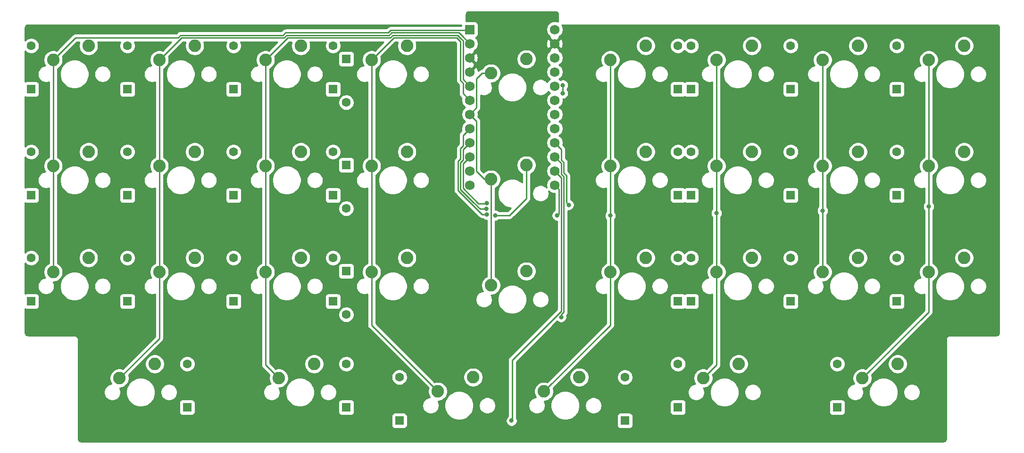
<source format=gbr>
%TF.GenerationSoftware,KiCad,Pcbnew,(5.1.9)-1*%
%TF.CreationDate,2021-08-24T15:28:57-07:00*%
%TF.ProjectId,DropDN - redesign2,44726f70-444e-4202-9d20-726564657369,rev?*%
%TF.SameCoordinates,Original*%
%TF.FileFunction,Copper,L1,Top*%
%TF.FilePolarity,Positive*%
%FSLAX46Y46*%
G04 Gerber Fmt 4.6, Leading zero omitted, Abs format (unit mm)*
G04 Created by KiCad (PCBNEW (5.1.9)-1) date 2021-08-24 15:28:57*
%MOMM*%
%LPD*%
G01*
G04 APERTURE LIST*
%TA.AperFunction,ComponentPad*%
%ADD10C,1.752600*%
%TD*%
%TA.AperFunction,ComponentPad*%
%ADD11R,1.752600X1.752600*%
%TD*%
%TA.AperFunction,ComponentPad*%
%ADD12C,2.250000*%
%TD*%
%TA.AperFunction,ComponentPad*%
%ADD13R,1.600000X1.600000*%
%TD*%
%TA.AperFunction,ComponentPad*%
%ADD14C,1.600000*%
%TD*%
%TA.AperFunction,ViaPad*%
%ADD15C,0.800000*%
%TD*%
%TA.AperFunction,Conductor*%
%ADD16C,0.250000*%
%TD*%
%TA.AperFunction,Conductor*%
%ADD17C,0.254000*%
%TD*%
%TA.AperFunction,Conductor*%
%ADD18C,0.100000*%
%TD*%
G04 APERTURE END LIST*
D10*
%TO.P,PM1,24*%
%TO.N,Net-(PM1-Pad24)*%
X119538750Y-24130000D03*
%TO.P,PM1,12*%
%TO.N,Net-(PM1-Pad12)*%
X104298750Y-52070000D03*
%TO.P,PM1,23*%
%TO.N,GND*%
X119538750Y-26670000D03*
%TO.P,PM1,22*%
%TO.N,RST*%
X119538750Y-29210000D03*
%TO.P,PM1,21*%
%TO.N,Net-(PM1-Pad21)*%
X119538750Y-31750000D03*
%TO.P,PM1,20*%
%TO.N,r1*%
X119538750Y-34290000D03*
%TO.P,PM1,19*%
%TO.N,Net-(PM1-Pad19)*%
X119538750Y-36830000D03*
%TO.P,PM1,18*%
%TO.N,Net-(PM1-Pad18)*%
X119538750Y-39370000D03*
%TO.P,PM1,17*%
%TO.N,Net-(PM1-Pad17)*%
X119538750Y-41910000D03*
%TO.P,PM1,16*%
%TO.N,c9*%
X119538750Y-44450000D03*
%TO.P,PM1,15*%
%TO.N,r3*%
X119538750Y-46990000D03*
%TO.P,PM1,14*%
%TO.N,r4*%
X119538750Y-49530000D03*
%TO.P,PM1,13*%
%TO.N,r2*%
X119538750Y-52070000D03*
%TO.P,PM1,11*%
%TO.N,Net-(PM1-Pad11)*%
X104298750Y-49530000D03*
%TO.P,PM1,10*%
%TO.N,c8*%
X104298750Y-46990000D03*
%TO.P,PM1,9*%
%TO.N,c7*%
X104298750Y-44450000D03*
%TO.P,PM1,8*%
%TO.N,c6*%
X104298750Y-41910000D03*
%TO.P,PM1,7*%
%TO.N,c5*%
X104298750Y-39370000D03*
%TO.P,PM1,6*%
%TO.N,c4*%
X104298750Y-36830000D03*
%TO.P,PM1,5*%
%TO.N,c3*%
X104298750Y-34290000D03*
%TO.P,PM1,4*%
%TO.N,GND*%
X104298750Y-31750000D03*
%TO.P,PM1,3*%
X104298750Y-29210000D03*
%TO.P,PM1,2*%
%TO.N,c2*%
X104298750Y-26670000D03*
D11*
%TO.P,PM1,1*%
%TO.N,c1*%
X104298750Y-24130000D03*
%TD*%
D12*
%TO.P,MX33,2*%
%TO.N,Net-(D33-Pad2)*%
X181133900Y-84216950D03*
%TO.P,MX33,1*%
%TO.N,c9*%
X174783900Y-86756950D03*
%TD*%
%TO.P,MX32,2*%
%TO.N,Net-(D32-Pad2)*%
X152558876Y-84216950D03*
%TO.P,MX32,1*%
%TO.N,c7*%
X146208876Y-86756950D03*
%TD*%
%TO.P,MX31,2*%
%TO.N,Net-(D31-Pad2)*%
X123983854Y-86598200D03*
%TO.P,MX31,1*%
%TO.N,c6*%
X117633854Y-89138200D03*
%TD*%
%TO.P,MX30,2*%
%TO.N,Net-(D30-Pad2)*%
X104933838Y-86598200D03*
%TO.P,MX30,1*%
%TO.N,c4*%
X98583838Y-89138200D03*
%TD*%
%TO.P,MX29,2*%
%TO.N,Net-(D29-Pad2)*%
X76358816Y-84216950D03*
%TO.P,MX29,1*%
%TO.N,c3*%
X70008816Y-86756950D03*
%TD*%
%TO.P,MX28,2*%
%TO.N,Net-(D28-Pad2)*%
X47783792Y-84216950D03*
%TO.P,MX28,1*%
%TO.N,c2*%
X41433792Y-86756950D03*
%TD*%
%TO.P,MX27,2*%
%TO.N,Net-(D27-Pad2)*%
X193040160Y-65166934D03*
%TO.P,MX27,1*%
%TO.N,c9*%
X186690160Y-67706934D03*
%TD*%
%TO.P,MX26,2*%
%TO.N,Net-(D26-Pad2)*%
X173990144Y-65166934D03*
%TO.P,MX26,1*%
%TO.N,c8*%
X167640144Y-67706934D03*
%TD*%
%TO.P,MX25,2*%
%TO.N,Net-(D25-Pad2)*%
X154940128Y-65166934D03*
%TO.P,MX25,1*%
%TO.N,c7*%
X148590128Y-67706934D03*
%TD*%
%TO.P,MX24,2*%
%TO.N,Net-(D24-Pad2)*%
X135890112Y-65166934D03*
%TO.P,MX24,1*%
%TO.N,c6*%
X129540112Y-67706934D03*
%TD*%
%TO.P,MX23,2*%
%TO.N,Net-(D23-Pad2)*%
X114458846Y-67548184D03*
%TO.P,MX23,1*%
%TO.N,c5*%
X108108846Y-70088184D03*
%TD*%
%TO.P,MX22,2*%
%TO.N,Net-(D22-Pad2)*%
X93027580Y-65166934D03*
%TO.P,MX22,1*%
%TO.N,c4*%
X86677580Y-67706934D03*
%TD*%
%TO.P,MX21,2*%
%TO.N,Net-(D21-Pad2)*%
X73977564Y-65166934D03*
%TO.P,MX21,1*%
%TO.N,c3*%
X67627564Y-67706934D03*
%TD*%
%TO.P,MX20,2*%
%TO.N,Net-(D20-Pad2)*%
X54927548Y-65166934D03*
%TO.P,MX20,1*%
%TO.N,c2*%
X48577548Y-67706934D03*
%TD*%
%TO.P,MX19,2*%
%TO.N,Net-(D19-Pad2)*%
X35877532Y-65166934D03*
%TO.P,MX19,1*%
%TO.N,c1*%
X29527532Y-67706934D03*
%TD*%
%TO.P,MX18,2*%
%TO.N,Net-(D18-Pad2)*%
X193040160Y-46116918D03*
%TO.P,MX18,1*%
%TO.N,c9*%
X186690160Y-48656918D03*
%TD*%
%TO.P,MX17,2*%
%TO.N,Net-(D17-Pad2)*%
X173990144Y-46116918D03*
%TO.P,MX17,1*%
%TO.N,c8*%
X167640144Y-48656918D03*
%TD*%
%TO.P,MX16,2*%
%TO.N,Net-(D16-Pad2)*%
X154940128Y-46116918D03*
%TO.P,MX16,1*%
%TO.N,c7*%
X148590128Y-48656918D03*
%TD*%
%TO.P,MX15,2*%
%TO.N,Net-(D15-Pad2)*%
X135890112Y-46116918D03*
%TO.P,MX15,1*%
%TO.N,c6*%
X129540112Y-48656918D03*
%TD*%
%TO.P,MX14,2*%
%TO.N,Net-(D14-Pad2)*%
X114458846Y-48498168D03*
%TO.P,MX14,1*%
%TO.N,c5*%
X108108846Y-51038168D03*
%TD*%
%TO.P,MX13,2*%
%TO.N,Net-(D13-Pad2)*%
X93027580Y-46116918D03*
%TO.P,MX13,1*%
%TO.N,c4*%
X86677580Y-48656918D03*
%TD*%
%TO.P,MX12,2*%
%TO.N,Net-(D12-Pad2)*%
X73977564Y-46116918D03*
%TO.P,MX12,1*%
%TO.N,c3*%
X67627564Y-48656918D03*
%TD*%
%TO.P,MX11,2*%
%TO.N,Net-(D11-Pad2)*%
X54927548Y-46116918D03*
%TO.P,MX11,1*%
%TO.N,c2*%
X48577548Y-48656918D03*
%TD*%
%TO.P,MX10,2*%
%TO.N,Net-(D10-Pad2)*%
X35877532Y-46116918D03*
%TO.P,MX10,1*%
%TO.N,c1*%
X29527532Y-48656918D03*
%TD*%
%TO.P,MX9,2*%
%TO.N,Net-(D9-Pad2)*%
X193040160Y-27066902D03*
%TO.P,MX9,1*%
%TO.N,c9*%
X186690160Y-29606902D03*
%TD*%
%TO.P,MX8,2*%
%TO.N,Net-(D8-Pad2)*%
X173990144Y-27066902D03*
%TO.P,MX8,1*%
%TO.N,c8*%
X167640144Y-29606902D03*
%TD*%
%TO.P,MX7,2*%
%TO.N,Net-(D7-Pad2)*%
X154940128Y-27066902D03*
%TO.P,MX7,1*%
%TO.N,c7*%
X148590128Y-29606902D03*
%TD*%
%TO.P,MX6,2*%
%TO.N,Net-(D6-Pad2)*%
X135890112Y-27066902D03*
%TO.P,MX6,1*%
%TO.N,c6*%
X129540112Y-29606902D03*
%TD*%
%TO.P,MX5,2*%
%TO.N,Net-(D5-Pad2)*%
X114458846Y-29448152D03*
%TO.P,MX5,1*%
%TO.N,c5*%
X108108846Y-31988152D03*
%TD*%
%TO.P,MX4,2*%
%TO.N,Net-(D4-Pad2)*%
X93027580Y-27066902D03*
%TO.P,MX4,1*%
%TO.N,c4*%
X86677580Y-29606902D03*
%TD*%
%TO.P,MX3,2*%
%TO.N,Net-(D3-Pad2)*%
X73977564Y-27066902D03*
%TO.P,MX3,1*%
%TO.N,c3*%
X67627564Y-29606902D03*
%TD*%
%TO.P,MX2,2*%
%TO.N,Net-(D2-Pad2)*%
X54927548Y-27066902D03*
%TO.P,MX2,1*%
%TO.N,c2*%
X48577548Y-29606902D03*
%TD*%
%TO.P,MX1,2*%
%TO.N,Net-(D1-Pad2)*%
X35877532Y-27066902D03*
%TO.P,MX1,1*%
%TO.N,c1*%
X29527532Y-29606902D03*
%TD*%
D13*
%TO.P,D33,1*%
%TO.N,r4*%
X170259518Y-92006324D03*
D14*
%TO.P,D33,2*%
%TO.N,Net-(D33-Pad2)*%
X170259518Y-84206324D03*
%TD*%
D13*
%TO.P,D32,1*%
%TO.N,r4*%
X141684494Y-92006324D03*
D14*
%TO.P,D32,2*%
%TO.N,Net-(D32-Pad2)*%
X141684494Y-84206324D03*
%TD*%
D13*
%TO.P,D31,1*%
%TO.N,r4*%
X132159375Y-94387500D03*
D14*
%TO.P,D31,2*%
%TO.N,Net-(D31-Pad2)*%
X132159375Y-86587500D03*
%TD*%
D13*
%TO.P,D30,1*%
%TO.N,r4*%
X91678206Y-94387500D03*
D14*
%TO.P,D30,2*%
%TO.N,Net-(D30-Pad2)*%
X91678206Y-86587500D03*
%TD*%
D13*
%TO.P,D29,1*%
%TO.N,r4*%
X82153125Y-92006250D03*
D14*
%TO.P,D29,2*%
%TO.N,Net-(D29-Pad2)*%
X82153125Y-84206250D03*
%TD*%
D13*
%TO.P,D28,1*%
%TO.N,r4*%
X53578125Y-92006250D03*
D14*
%TO.P,D28,2*%
%TO.N,Net-(D28-Pad2)*%
X53578125Y-84206250D03*
%TD*%
D13*
%TO.P,D27,1*%
%TO.N,r3*%
X180975000Y-72956250D03*
D14*
%TO.P,D27,2*%
%TO.N,Net-(D27-Pad2)*%
X180975000Y-65156250D03*
%TD*%
D13*
%TO.P,D26,1*%
%TO.N,r3*%
X161925000Y-72956308D03*
D14*
%TO.P,D26,2*%
%TO.N,Net-(D26-Pad2)*%
X161925000Y-65156308D03*
%TD*%
D13*
%TO.P,D25,1*%
%TO.N,r3*%
X144065625Y-72956250D03*
D14*
%TO.P,D25,2*%
%TO.N,Net-(D25-Pad2)*%
X144065625Y-65156250D03*
%TD*%
D13*
%TO.P,D24,1*%
%TO.N,r3*%
X141684375Y-72956250D03*
D14*
%TO.P,D24,2*%
%TO.N,Net-(D24-Pad2)*%
X141684375Y-65156250D03*
%TD*%
D13*
%TO.P,D23,1*%
%TO.N,r3*%
X82153125Y-67537500D03*
D14*
%TO.P,D23,2*%
%TO.N,Net-(D23-Pad2)*%
X82153125Y-75337500D03*
%TD*%
D13*
%TO.P,D22,1*%
%TO.N,r3*%
X79771875Y-72956250D03*
D14*
%TO.P,D22,2*%
%TO.N,Net-(D22-Pad2)*%
X79771875Y-65156250D03*
%TD*%
D13*
%TO.P,D21,1*%
%TO.N,r3*%
X61912556Y-72956308D03*
D14*
%TO.P,D21,2*%
%TO.N,Net-(D21-Pad2)*%
X61912556Y-65156308D03*
%TD*%
D13*
%TO.P,D20,1*%
%TO.N,r3*%
X42862540Y-72956308D03*
D14*
%TO.P,D20,2*%
%TO.N,Net-(D20-Pad2)*%
X42862540Y-65156308D03*
%TD*%
D13*
%TO.P,D19,1*%
%TO.N,r3*%
X25598463Y-72956308D03*
D14*
%TO.P,D19,2*%
%TO.N,Net-(D19-Pad2)*%
X25598463Y-65156308D03*
%TD*%
D13*
%TO.P,D18,1*%
%TO.N,r2*%
X180975000Y-53906250D03*
D14*
%TO.P,D18,2*%
%TO.N,Net-(D18-Pad2)*%
X180975000Y-46106250D03*
%TD*%
D13*
%TO.P,D17,1*%
%TO.N,r2*%
X161925000Y-53906250D03*
D14*
%TO.P,D17,2*%
%TO.N,Net-(D17-Pad2)*%
X161925000Y-46106250D03*
%TD*%
D13*
%TO.P,D16,1*%
%TO.N,r2*%
X144065625Y-53906250D03*
D14*
%TO.P,D16,2*%
%TO.N,Net-(D16-Pad2)*%
X144065625Y-46106250D03*
%TD*%
D13*
%TO.P,D15,1*%
%TO.N,r2*%
X141684375Y-53906250D03*
D14*
%TO.P,D15,2*%
%TO.N,Net-(D15-Pad2)*%
X141684375Y-46106250D03*
%TD*%
D13*
%TO.P,D14,1*%
%TO.N,r2*%
X82153125Y-48487500D03*
D14*
%TO.P,D14,2*%
%TO.N,Net-(D14-Pad2)*%
X82153125Y-56287500D03*
%TD*%
D13*
%TO.P,D13,1*%
%TO.N,r2*%
X79771875Y-53906250D03*
D14*
%TO.P,D13,2*%
%TO.N,Net-(D13-Pad2)*%
X79771875Y-46106250D03*
%TD*%
D13*
%TO.P,D12,1*%
%TO.N,r2*%
X61912556Y-53906292D03*
D14*
%TO.P,D12,2*%
%TO.N,Net-(D12-Pad2)*%
X61912556Y-46106292D03*
%TD*%
D13*
%TO.P,D11,1*%
%TO.N,r2*%
X42862540Y-53906292D03*
D14*
%TO.P,D11,2*%
%TO.N,Net-(D11-Pad2)*%
X42862540Y-46106292D03*
%TD*%
D13*
%TO.P,D10,1*%
%TO.N,r2*%
X25598463Y-53906292D03*
D14*
%TO.P,D10,2*%
%TO.N,Net-(D10-Pad2)*%
X25598463Y-46106292D03*
%TD*%
D13*
%TO.P,D9,1*%
%TO.N,r1*%
X180975000Y-34856250D03*
D14*
%TO.P,D9,2*%
%TO.N,Net-(D9-Pad2)*%
X180975000Y-27056250D03*
%TD*%
D13*
%TO.P,D8,1*%
%TO.N,r1*%
X161925000Y-34856276D03*
D14*
%TO.P,D8,2*%
%TO.N,Net-(D8-Pad2)*%
X161925000Y-27056276D03*
%TD*%
D13*
%TO.P,D7,1*%
%TO.N,r1*%
X144065625Y-34856276D03*
D14*
%TO.P,D7,2*%
%TO.N,Net-(D7-Pad2)*%
X144065625Y-27056276D03*
%TD*%
D13*
%TO.P,D6,1*%
%TO.N,r1*%
X141684375Y-34856250D03*
D14*
%TO.P,D6,2*%
%TO.N,Net-(D6-Pad2)*%
X141684375Y-27056250D03*
%TD*%
D13*
%TO.P,D5,1*%
%TO.N,r1*%
X82153125Y-29437500D03*
D14*
%TO.P,D5,2*%
%TO.N,Net-(D5-Pad2)*%
X82153125Y-37237500D03*
%TD*%
D13*
%TO.P,D4,1*%
%TO.N,r1*%
X79771875Y-34856250D03*
D14*
%TO.P,D4,2*%
%TO.N,Net-(D4-Pad2)*%
X79771875Y-27056250D03*
%TD*%
D13*
%TO.P,D3,1*%
%TO.N,r1*%
X61912556Y-34856276D03*
D14*
%TO.P,D3,2*%
%TO.N,Net-(D3-Pad2)*%
X61912556Y-27056276D03*
%TD*%
D13*
%TO.P,D2,1*%
%TO.N,r1*%
X42862540Y-34856276D03*
D14*
%TO.P,D2,2*%
%TO.N,Net-(D2-Pad2)*%
X42862540Y-27056276D03*
%TD*%
D13*
%TO.P,D1,1*%
%TO.N,r1*%
X25598463Y-34856276D03*
D14*
%TO.P,D1,2*%
%TO.N,Net-(D1-Pad2)*%
X25598463Y-27056276D03*
%TD*%
D15*
%TO.N,r2*%
X120015051Y-57525020D03*
%TO.N,Net-(D14-Pad2)*%
X108855492Y-57525020D03*
%TO.N,r3*%
X120712490Y-75787510D03*
%TO.N,r4*%
X111812500Y-94387500D03*
%TO.N,c6*%
X107383846Y-57346417D03*
X129540112Y-57559888D03*
%TO.N,c7*%
X107319157Y-56348510D03*
X148590128Y-57109872D03*
%TO.N,c8*%
X107383846Y-55350603D03*
X167640144Y-56659856D03*
%TO.N,c9*%
X122071722Y-55628278D03*
X186690160Y-55909840D03*
%TO.N,GND*%
X112700000Y-44000000D03*
X42900000Y-41600000D03*
%TO.N,RST*%
X121012260Y-34131250D03*
X121000000Y-35581250D03*
%TD*%
D16*
%TO.N,r2*%
X120015051Y-57525020D02*
X120290041Y-57250030D01*
X120290041Y-52821291D02*
X119538750Y-52070000D01*
X120290041Y-57250030D02*
X120290041Y-52821291D01*
%TO.N,Net-(D14-Pad2)*%
X111403968Y-57525020D02*
X108855492Y-57525020D01*
X114458846Y-54470142D02*
X111403968Y-57525020D01*
X114458846Y-48498168D02*
X114458846Y-54470142D01*
%TO.N,r3*%
X120740051Y-75759949D02*
X120712490Y-75787510D01*
X120740051Y-50094891D02*
X120740051Y-48191301D01*
X121190061Y-50544901D02*
X120740051Y-50094891D01*
X121190061Y-74873347D02*
X121190061Y-50544901D01*
X120712490Y-75350918D02*
X121190061Y-74873347D01*
X120624375Y-48075625D02*
X119538750Y-46990000D01*
X120740051Y-48191301D02*
X120624375Y-48075625D01*
X120712490Y-75787510D02*
X120712490Y-75350918D01*
%TO.N,r4*%
X119538750Y-49530000D02*
X120740051Y-50731301D01*
X120740051Y-50731301D02*
X120740051Y-74686947D01*
X111913499Y-94286501D02*
X111812500Y-94387500D01*
X111913499Y-83513499D02*
X111913499Y-94286501D01*
X120740051Y-74686947D02*
X111913499Y-83513499D01*
%TO.N,c1*%
X29527532Y-29606902D02*
X29527532Y-48656918D01*
X29527532Y-48656918D02*
X29527532Y-67706934D01*
X103711868Y-24716882D02*
X104298750Y-24130000D01*
X70794755Y-25166891D02*
X71244766Y-24716882D01*
X51931139Y-25616901D02*
X52381149Y-25166891D01*
X33517533Y-25616901D02*
X51931139Y-25616901D01*
X52381149Y-25166891D02*
X70794755Y-25166891D01*
X29527532Y-29606902D02*
X33517533Y-25616901D01*
X89658370Y-24716882D02*
X90108381Y-24266871D01*
X72483118Y-24716882D02*
X89658370Y-24716882D01*
X71244766Y-24716882D02*
X72483118Y-24716882D01*
X72483118Y-24716882D02*
X72683118Y-24716882D01*
X104161879Y-24266871D02*
X104298750Y-24130000D01*
X90108381Y-24266871D02*
X104161879Y-24266871D01*
%TO.N,c2*%
X48577548Y-67706934D02*
X48577548Y-48656918D01*
X48577548Y-79613194D02*
X41433792Y-86756950D01*
X48577548Y-67706934D02*
X48577548Y-79613194D01*
X48577548Y-48656918D02*
X48577548Y-29606902D01*
X90294781Y-24716881D02*
X102345631Y-24716881D01*
X89844771Y-25166891D02*
X90294781Y-24716881D01*
X71431165Y-25166891D02*
X89844771Y-25166891D01*
X70981155Y-25616901D02*
X71431165Y-25166891D01*
X52567549Y-25616901D02*
X70981155Y-25616901D01*
X102345631Y-24716881D02*
X103014375Y-25385625D01*
X48577548Y-29606902D02*
X52567549Y-25616901D01*
X103014375Y-25385625D02*
X104298750Y-26670000D01*
X102795642Y-25166892D02*
X103014375Y-25385625D01*
%TO.N,c3*%
X67627564Y-29606902D02*
X67627564Y-48656918D01*
X67627564Y-48656918D02*
X67627564Y-67706934D01*
X67627564Y-84375698D02*
X70008816Y-86756950D01*
X67627564Y-67706934D02*
X67627564Y-84375698D01*
X103097449Y-33088699D02*
X104298750Y-34290000D01*
X103097449Y-26105109D02*
X103097449Y-33088699D01*
X102159231Y-25166891D02*
X102746170Y-25753830D01*
X71617565Y-25616901D02*
X90031171Y-25616901D01*
X67627564Y-29606902D02*
X71617565Y-25616901D01*
X102746170Y-25753830D02*
X103097449Y-26105109D01*
X90481181Y-25166891D02*
X102159231Y-25166891D01*
X90031171Y-25616901D02*
X90481181Y-25166891D01*
X102609241Y-25616901D02*
X102746170Y-25753830D01*
%TO.N,c4*%
X86677580Y-50690916D02*
X86677580Y-48656918D01*
X86677580Y-67706934D02*
X86677580Y-50690916D01*
X86677580Y-31640900D02*
X86677580Y-29606902D01*
X86677580Y-48656918D02*
X86677580Y-31640900D01*
X86677580Y-77231942D02*
X98583838Y-89138200D01*
X86677580Y-67706934D02*
X86677580Y-77231942D01*
X86677580Y-29606902D02*
X90667581Y-25616901D01*
X90667581Y-25616901D02*
X101972831Y-25616901D01*
X102647439Y-26291509D02*
X102647440Y-33275100D01*
X101972831Y-25616901D02*
X102647439Y-26291509D01*
X103097449Y-35628699D02*
X104298750Y-36830000D01*
X103097449Y-33725109D02*
X103097449Y-35628699D01*
X102647440Y-33275100D02*
X103097449Y-33725109D01*
%TO.N,c5*%
X108108846Y-70088184D02*
X108108846Y-51038168D01*
X105500051Y-40571301D02*
X105500051Y-49600051D01*
X104298750Y-39370000D02*
X105500051Y-40571301D01*
X106938168Y-51038168D02*
X108108846Y-51038168D01*
X105500051Y-49600051D02*
X106938168Y-51038168D01*
X105500051Y-38168699D02*
X104298750Y-39370000D01*
X105500051Y-33005957D02*
X105500051Y-38168699D01*
X106517856Y-31988152D02*
X105500051Y-33005957D01*
X108108846Y-31988152D02*
X106517856Y-31988152D01*
%TO.N,c6*%
X129540112Y-77231942D02*
X117633854Y-89138200D01*
X129540112Y-67706934D02*
X129540112Y-77231942D01*
X129540112Y-31640900D02*
X129540112Y-29606902D01*
X129540112Y-48656918D02*
X129540112Y-31640900D01*
X129540112Y-63059888D02*
X129540112Y-57559888D01*
X129540112Y-67706934D02*
X129540112Y-63059888D01*
X129540112Y-57159888D02*
X129540112Y-48656918D01*
X104298750Y-41910000D02*
X103097449Y-43111301D01*
X103097449Y-45014891D02*
X102647439Y-45464901D01*
X103097449Y-43111301D02*
X103097449Y-45014891D01*
X102197431Y-47818501D02*
X102197430Y-53019426D01*
X102647439Y-47368491D02*
X102197431Y-47818501D01*
X102647439Y-45464901D02*
X102647439Y-47368491D01*
X106524421Y-57346417D02*
X103989002Y-54810998D01*
X107383846Y-57346417D02*
X106524421Y-57346417D01*
X103989002Y-54810998D02*
X104189002Y-55010998D01*
X102197430Y-53019426D02*
X103989002Y-54810998D01*
X129540112Y-57559888D02*
X129540112Y-57159888D01*
%TO.N,c7*%
X148590128Y-29606902D02*
X148590128Y-48656918D01*
X148590128Y-48656918D02*
X148590128Y-56709872D01*
X148590128Y-84375698D02*
X146208876Y-86756950D01*
X148590128Y-67706934D02*
X148590128Y-84375698D01*
X148590128Y-56709872D02*
X148590128Y-57109872D01*
X103097449Y-45651301D02*
X104298750Y-44450000D01*
X103097449Y-47554891D02*
X103097449Y-45651301D01*
X102647440Y-48004900D02*
X103097449Y-47554891D01*
X102647439Y-52833025D02*
X102647440Y-48004900D01*
X106162924Y-56348510D02*
X104857207Y-55042793D01*
X107319157Y-56348510D02*
X106162924Y-56348510D01*
X104857207Y-55042793D02*
X102647439Y-52833025D01*
X148590128Y-57109872D02*
X148590128Y-67706934D01*
%TO.N,c8*%
X167640144Y-29606902D02*
X167640144Y-48656918D01*
X167640144Y-55859856D02*
X167640144Y-56659856D01*
X167640144Y-48656918D02*
X167640144Y-55859856D01*
X103097449Y-48191301D02*
X103097449Y-52646625D01*
X104298750Y-46990000D02*
X103097449Y-48191301D01*
X107309861Y-55424588D02*
X107383846Y-55350603D01*
X105875412Y-55424588D02*
X107309861Y-55424588D01*
X103097449Y-52646625D02*
X105875412Y-55424588D01*
X167640144Y-56659856D02*
X167640144Y-67706934D01*
%TO.N,c9*%
X186690160Y-74850690D02*
X186690160Y-67706934D01*
X174783900Y-86756950D02*
X186690160Y-74850690D01*
X186690160Y-50690916D02*
X186690160Y-48656918D01*
X186690160Y-48656918D02*
X186690160Y-29606902D01*
X186690160Y-67706934D02*
X186690160Y-57890160D01*
X120740051Y-45651301D02*
X119538750Y-44450000D01*
X120740051Y-47554891D02*
X120740051Y-45651301D01*
X121190061Y-48004901D02*
X120740051Y-47554891D01*
X121640071Y-50358501D02*
X121190061Y-49908491D01*
X121190061Y-49908491D02*
X121190061Y-48004901D01*
X121640071Y-54559929D02*
X121640071Y-55196627D01*
X121640071Y-55196627D02*
X122071722Y-55628278D01*
X121640071Y-54559929D02*
X121640071Y-50358501D01*
X186690160Y-55909840D02*
X186690160Y-50690916D01*
X186690160Y-57890160D02*
X186690160Y-55909840D01*
%TO.N,RST*%
X121012260Y-35568990D02*
X121000000Y-35581250D01*
X121012260Y-34131250D02*
X121012260Y-35568990D01*
%TD*%
D17*
%TO.N,GND*%
X119755487Y-20938494D02*
X119849339Y-20966830D01*
X119935905Y-21012858D01*
X120011881Y-21074822D01*
X120074373Y-21150361D01*
X120121003Y-21236603D01*
X120149993Y-21330256D01*
X120163539Y-21459135D01*
X120163540Y-22588237D01*
X120160225Y-22621894D01*
X120173451Y-22756177D01*
X120173765Y-22757212D01*
X119979580Y-22676778D01*
X119687600Y-22618700D01*
X119389900Y-22618700D01*
X119097920Y-22676778D01*
X118822881Y-22790703D01*
X118575352Y-22956096D01*
X118364846Y-23166602D01*
X118199453Y-23414131D01*
X118085528Y-23689170D01*
X118027450Y-23981150D01*
X118027450Y-24278850D01*
X118085528Y-24570830D01*
X118199453Y-24845869D01*
X118364846Y-25093398D01*
X118575352Y-25303904D01*
X118738559Y-25412955D01*
X118671187Y-25622831D01*
X119538750Y-26490395D01*
X120406313Y-25622831D01*
X120338941Y-25412955D01*
X120502148Y-25303904D01*
X120712654Y-25093398D01*
X120878047Y-24845869D01*
X120991972Y-24570830D01*
X121050050Y-24278850D01*
X121050050Y-23981150D01*
X120991972Y-23689170D01*
X120878047Y-23414131D01*
X120805795Y-23305998D01*
X120814892Y-23306894D01*
X120848539Y-23310208D01*
X120882186Y-23306894D01*
X198801038Y-23306894D01*
X198932116Y-23319746D01*
X199025968Y-23348082D01*
X199112534Y-23394110D01*
X199188510Y-23456074D01*
X199251002Y-23531613D01*
X199297632Y-23617855D01*
X199326622Y-23711508D01*
X199340168Y-23840387D01*
X199340169Y-78547802D01*
X199327316Y-78678888D01*
X199298980Y-78772744D01*
X199252953Y-78859306D01*
X199190989Y-78935282D01*
X199115446Y-78997777D01*
X199029208Y-79044405D01*
X198935554Y-79073396D01*
X198806675Y-79086942D01*
X190533807Y-79086942D01*
X190500160Y-79083628D01*
X190466513Y-79086942D01*
X190365877Y-79096854D01*
X190236754Y-79136023D01*
X190117753Y-79199630D01*
X190013449Y-79285231D01*
X189927848Y-79389535D01*
X189864241Y-79508536D01*
X189825072Y-79637659D01*
X189811846Y-79771942D01*
X189815160Y-79805589D01*
X189815161Y-97597818D01*
X189802308Y-97728904D01*
X189773972Y-97822760D01*
X189727945Y-97909322D01*
X189665981Y-97985298D01*
X189590438Y-98047793D01*
X189504200Y-98094421D01*
X189410546Y-98123412D01*
X189281667Y-98136958D01*
X34561658Y-98136958D01*
X34430582Y-98124106D01*
X34336726Y-98095770D01*
X34250164Y-98049743D01*
X34174188Y-97987779D01*
X34111693Y-97912236D01*
X34065065Y-97825998D01*
X34036074Y-97732344D01*
X34022528Y-97603465D01*
X34022528Y-93587500D01*
X90240134Y-93587500D01*
X90240134Y-95187500D01*
X90252394Y-95311982D01*
X90288704Y-95431680D01*
X90347669Y-95541994D01*
X90427021Y-95638685D01*
X90523712Y-95718037D01*
X90634026Y-95777002D01*
X90753724Y-95813312D01*
X90878206Y-95825572D01*
X92478206Y-95825572D01*
X92602688Y-95813312D01*
X92722386Y-95777002D01*
X92832700Y-95718037D01*
X92929391Y-95638685D01*
X93008743Y-95541994D01*
X93067708Y-95431680D01*
X93104018Y-95311982D01*
X93116278Y-95187500D01*
X93116278Y-93587500D01*
X93104018Y-93463018D01*
X93067708Y-93343320D01*
X93008743Y-93233006D01*
X92929391Y-93136315D01*
X92832700Y-93056963D01*
X92722386Y-92997998D01*
X92602688Y-92961688D01*
X92478206Y-92949428D01*
X90878206Y-92949428D01*
X90753724Y-92961688D01*
X90634026Y-92997998D01*
X90523712Y-93056963D01*
X90427021Y-93136315D01*
X90347669Y-93233006D01*
X90288704Y-93343320D01*
X90252394Y-93463018D01*
X90240134Y-93587500D01*
X34022528Y-93587500D01*
X34022528Y-79805589D01*
X34025842Y-79771942D01*
X34012616Y-79637659D01*
X33973447Y-79508536D01*
X33909840Y-79389535D01*
X33824239Y-79285231D01*
X33719935Y-79199630D01*
X33600934Y-79136023D01*
X33471811Y-79096854D01*
X33371175Y-79086942D01*
X33337528Y-79083628D01*
X33303881Y-79086942D01*
X25036650Y-79086942D01*
X24905574Y-79074090D01*
X24811718Y-79045754D01*
X24725156Y-78999727D01*
X24649180Y-78937763D01*
X24586685Y-78862220D01*
X24540057Y-78775982D01*
X24511066Y-78682328D01*
X24497520Y-78553449D01*
X24497520Y-74315469D01*
X24554283Y-74345810D01*
X24673981Y-74382120D01*
X24798463Y-74394380D01*
X26398463Y-74394380D01*
X26522945Y-74382120D01*
X26642643Y-74345810D01*
X26752957Y-74286845D01*
X26849648Y-74207493D01*
X26929000Y-74110802D01*
X26987965Y-74000488D01*
X27024275Y-73880790D01*
X27036535Y-73756308D01*
X27036535Y-72156308D01*
X27024275Y-72031826D01*
X26987965Y-71912128D01*
X26929000Y-71801814D01*
X26849648Y-71705123D01*
X26752957Y-71625771D01*
X26642643Y-71566806D01*
X26522945Y-71530496D01*
X26398463Y-71518236D01*
X24798463Y-71518236D01*
X24673981Y-71530496D01*
X24554283Y-71566806D01*
X24497520Y-71597147D01*
X24497520Y-66084761D01*
X24683704Y-66270945D01*
X24918736Y-66427988D01*
X25179889Y-66536161D01*
X25457128Y-66591308D01*
X25739798Y-66591308D01*
X26017037Y-66536161D01*
X26278190Y-66427988D01*
X26513222Y-66270945D01*
X26713100Y-66071067D01*
X26870143Y-65836035D01*
X26978316Y-65574882D01*
X27033463Y-65297643D01*
X27033463Y-65014973D01*
X26978316Y-64737734D01*
X26870143Y-64476581D01*
X26713100Y-64241549D01*
X26513222Y-64041671D01*
X26278190Y-63884628D01*
X26017037Y-63776455D01*
X25739798Y-63721308D01*
X25457128Y-63721308D01*
X25179889Y-63776455D01*
X24918736Y-63884628D01*
X24683704Y-64041671D01*
X24497520Y-64227855D01*
X24497520Y-55265453D01*
X24554283Y-55295794D01*
X24673981Y-55332104D01*
X24798463Y-55344364D01*
X26398463Y-55344364D01*
X26522945Y-55332104D01*
X26642643Y-55295794D01*
X26752957Y-55236829D01*
X26849648Y-55157477D01*
X26929000Y-55060786D01*
X26987965Y-54950472D01*
X27024275Y-54830774D01*
X27036535Y-54706292D01*
X27036535Y-53106292D01*
X27024275Y-52981810D01*
X26987965Y-52862112D01*
X26929000Y-52751798D01*
X26849648Y-52655107D01*
X26752957Y-52575755D01*
X26642643Y-52516790D01*
X26522945Y-52480480D01*
X26398463Y-52468220D01*
X24798463Y-52468220D01*
X24673981Y-52480480D01*
X24554283Y-52516790D01*
X24497520Y-52547131D01*
X24497520Y-47034745D01*
X24683704Y-47220929D01*
X24918736Y-47377972D01*
X25179889Y-47486145D01*
X25457128Y-47541292D01*
X25739798Y-47541292D01*
X26017037Y-47486145D01*
X26278190Y-47377972D01*
X26513222Y-47220929D01*
X26713100Y-47021051D01*
X26870143Y-46786019D01*
X26978316Y-46524866D01*
X27033463Y-46247627D01*
X27033463Y-45964957D01*
X26978316Y-45687718D01*
X26870143Y-45426565D01*
X26713100Y-45191533D01*
X26513222Y-44991655D01*
X26278190Y-44834612D01*
X26017037Y-44726439D01*
X25739798Y-44671292D01*
X25457128Y-44671292D01*
X25179889Y-44726439D01*
X24918736Y-44834612D01*
X24683704Y-44991655D01*
X24497520Y-45177839D01*
X24497520Y-36215437D01*
X24554283Y-36245778D01*
X24673981Y-36282088D01*
X24798463Y-36294348D01*
X26398463Y-36294348D01*
X26522945Y-36282088D01*
X26642643Y-36245778D01*
X26752957Y-36186813D01*
X26849648Y-36107461D01*
X26929000Y-36010770D01*
X26987965Y-35900456D01*
X27024275Y-35780758D01*
X27036535Y-35656276D01*
X27036535Y-34056276D01*
X27024275Y-33931794D01*
X26987965Y-33812096D01*
X26929000Y-33701782D01*
X26849648Y-33605091D01*
X26752957Y-33525739D01*
X26642643Y-33466774D01*
X26522945Y-33430464D01*
X26398463Y-33418204D01*
X24798463Y-33418204D01*
X24673981Y-33430464D01*
X24554283Y-33466774D01*
X24497520Y-33497115D01*
X24497520Y-27984729D01*
X24683704Y-28170913D01*
X24918736Y-28327956D01*
X25179889Y-28436129D01*
X25457128Y-28491276D01*
X25739798Y-28491276D01*
X26017037Y-28436129D01*
X26278190Y-28327956D01*
X26513222Y-28170913D01*
X26713100Y-27971035D01*
X26870143Y-27736003D01*
X26978316Y-27474850D01*
X27033463Y-27197611D01*
X27033463Y-26914941D01*
X26978316Y-26637702D01*
X26870143Y-26376549D01*
X26713100Y-26141517D01*
X26513222Y-25941639D01*
X26278190Y-25784596D01*
X26017037Y-25676423D01*
X25739798Y-25621276D01*
X25457128Y-25621276D01*
X25179889Y-25676423D01*
X24918736Y-25784596D01*
X24683704Y-25941639D01*
X24497520Y-26127823D01*
X24497520Y-23846024D01*
X24510372Y-23714946D01*
X24538708Y-23621094D01*
X24584736Y-23534528D01*
X24646700Y-23458552D01*
X24722239Y-23396060D01*
X24808481Y-23349430D01*
X24902134Y-23320440D01*
X25031013Y-23306894D01*
X102784378Y-23306894D01*
X102784378Y-23506871D01*
X90145706Y-23506871D01*
X90108381Y-23503195D01*
X90071056Y-23506871D01*
X90071048Y-23506871D01*
X89959395Y-23517868D01*
X89816134Y-23561325D01*
X89684105Y-23631897D01*
X89568380Y-23726870D01*
X89544577Y-23755874D01*
X89343569Y-23956882D01*
X71282090Y-23956882D01*
X71244767Y-23953206D01*
X71207442Y-23956882D01*
X71207433Y-23956882D01*
X71095780Y-23967879D01*
X70952519Y-24011336D01*
X70820490Y-24081908D01*
X70704765Y-24176881D01*
X70680963Y-24205884D01*
X70479955Y-24406891D01*
X52418471Y-24406891D01*
X52381148Y-24403215D01*
X52343825Y-24406891D01*
X52343816Y-24406891D01*
X52232163Y-24417888D01*
X52088902Y-24461345D01*
X51956873Y-24531917D01*
X51841148Y-24626890D01*
X51817345Y-24655894D01*
X51616338Y-24856901D01*
X33554866Y-24856901D01*
X33517533Y-24853224D01*
X33480200Y-24856901D01*
X33368547Y-24867898D01*
X33225286Y-24911355D01*
X33093257Y-24981927D01*
X32977532Y-25076900D01*
X32953734Y-25105898D01*
X30114578Y-27945054D01*
X30040905Y-27914538D01*
X29700877Y-27846902D01*
X29354187Y-27846902D01*
X29014159Y-27914538D01*
X28693859Y-28047210D01*
X28405597Y-28239821D01*
X28160451Y-28484967D01*
X27967840Y-28773229D01*
X27835168Y-29093529D01*
X27767532Y-29433557D01*
X27767532Y-29780247D01*
X27835168Y-30120275D01*
X27967840Y-30440575D01*
X28100170Y-30638621D01*
X27817081Y-30694931D01*
X27542279Y-30808758D01*
X27294963Y-30974009D01*
X27084639Y-31184333D01*
X26919388Y-31431649D01*
X26805561Y-31706451D01*
X26747532Y-31998180D01*
X26747532Y-32295624D01*
X26805561Y-32587353D01*
X26919388Y-32862155D01*
X27084639Y-33109471D01*
X27294963Y-33319795D01*
X27542279Y-33485046D01*
X27817081Y-33598873D01*
X28108810Y-33656902D01*
X28406254Y-33656902D01*
X28697983Y-33598873D01*
X28767532Y-33570065D01*
X28767533Y-47066709D01*
X28693859Y-47097226D01*
X28405597Y-47289837D01*
X28160451Y-47534983D01*
X27967840Y-47823245D01*
X27835168Y-48143545D01*
X27767532Y-48483573D01*
X27767532Y-48830263D01*
X27835168Y-49170291D01*
X27967840Y-49490591D01*
X28100170Y-49688637D01*
X27817081Y-49744947D01*
X27542279Y-49858774D01*
X27294963Y-50024025D01*
X27084639Y-50234349D01*
X26919388Y-50481665D01*
X26805561Y-50756467D01*
X26747532Y-51048196D01*
X26747532Y-51345640D01*
X26805561Y-51637369D01*
X26919388Y-51912171D01*
X27084639Y-52159487D01*
X27294963Y-52369811D01*
X27542279Y-52535062D01*
X27817081Y-52648889D01*
X28108810Y-52706918D01*
X28406254Y-52706918D01*
X28697983Y-52648889D01*
X28767532Y-52620081D01*
X28767533Y-66116725D01*
X28693859Y-66147242D01*
X28405597Y-66339853D01*
X28160451Y-66584999D01*
X27967840Y-66873261D01*
X27835168Y-67193561D01*
X27767532Y-67533589D01*
X27767532Y-67880279D01*
X27835168Y-68220307D01*
X27967840Y-68540607D01*
X28100170Y-68738653D01*
X27817081Y-68794963D01*
X27542279Y-68908790D01*
X27294963Y-69074041D01*
X27084639Y-69284365D01*
X26919388Y-69531681D01*
X26805561Y-69806483D01*
X26747532Y-70098212D01*
X26747532Y-70395656D01*
X26805561Y-70687385D01*
X26919388Y-70962187D01*
X27084639Y-71209503D01*
X27294963Y-71419827D01*
X27542279Y-71585078D01*
X27817081Y-71698905D01*
X28108810Y-71756934D01*
X28406254Y-71756934D01*
X28697983Y-71698905D01*
X28972785Y-71585078D01*
X29220101Y-71419827D01*
X29430425Y-71209503D01*
X29595676Y-70962187D01*
X29709503Y-70687385D01*
X29767532Y-70395656D01*
X29767532Y-70098212D01*
X29745612Y-69988010D01*
X30708632Y-69988010D01*
X30708632Y-70505858D01*
X30809659Y-71013756D01*
X31007831Y-71492185D01*
X31295532Y-71922760D01*
X31661706Y-72288934D01*
X32092281Y-72576635D01*
X32570710Y-72774807D01*
X33078608Y-72875834D01*
X33596456Y-72875834D01*
X34104354Y-72774807D01*
X34582783Y-72576635D01*
X35013358Y-72288934D01*
X35145984Y-72156308D01*
X41424468Y-72156308D01*
X41424468Y-73756308D01*
X41436728Y-73880790D01*
X41473038Y-74000488D01*
X41532003Y-74110802D01*
X41611355Y-74207493D01*
X41708046Y-74286845D01*
X41818360Y-74345810D01*
X41938058Y-74382120D01*
X42062540Y-74394380D01*
X43662540Y-74394380D01*
X43787022Y-74382120D01*
X43906720Y-74345810D01*
X44017034Y-74286845D01*
X44113725Y-74207493D01*
X44193077Y-74110802D01*
X44252042Y-74000488D01*
X44288352Y-73880790D01*
X44300612Y-73756308D01*
X44300612Y-72156308D01*
X44288352Y-72031826D01*
X44252042Y-71912128D01*
X44193077Y-71801814D01*
X44113725Y-71705123D01*
X44017034Y-71625771D01*
X43906720Y-71566806D01*
X43787022Y-71530496D01*
X43662540Y-71518236D01*
X42062540Y-71518236D01*
X41938058Y-71530496D01*
X41818360Y-71566806D01*
X41708046Y-71625771D01*
X41611355Y-71705123D01*
X41532003Y-71801814D01*
X41473038Y-71912128D01*
X41436728Y-72031826D01*
X41424468Y-72156308D01*
X35145984Y-72156308D01*
X35379532Y-71922760D01*
X35667233Y-71492185D01*
X35865405Y-71013756D01*
X35966432Y-70505858D01*
X35966432Y-70098212D01*
X36907532Y-70098212D01*
X36907532Y-70395656D01*
X36965561Y-70687385D01*
X37079388Y-70962187D01*
X37244639Y-71209503D01*
X37454963Y-71419827D01*
X37702279Y-71585078D01*
X37977081Y-71698905D01*
X38268810Y-71756934D01*
X38566254Y-71756934D01*
X38857983Y-71698905D01*
X39132785Y-71585078D01*
X39380101Y-71419827D01*
X39590425Y-71209503D01*
X39755676Y-70962187D01*
X39869503Y-70687385D01*
X39927532Y-70395656D01*
X39927532Y-70098212D01*
X39869503Y-69806483D01*
X39755676Y-69531681D01*
X39590425Y-69284365D01*
X39380101Y-69074041D01*
X39132785Y-68908790D01*
X38857983Y-68794963D01*
X38566254Y-68736934D01*
X38268810Y-68736934D01*
X37977081Y-68794963D01*
X37702279Y-68908790D01*
X37454963Y-69074041D01*
X37244639Y-69284365D01*
X37079388Y-69531681D01*
X36965561Y-69806483D01*
X36907532Y-70098212D01*
X35966432Y-70098212D01*
X35966432Y-69988010D01*
X35865405Y-69480112D01*
X35667233Y-69001683D01*
X35379532Y-68571108D01*
X35013358Y-68204934D01*
X34582783Y-67917233D01*
X34104354Y-67719061D01*
X33596456Y-67618034D01*
X33078608Y-67618034D01*
X32570710Y-67719061D01*
X32092281Y-67917233D01*
X31661706Y-68204934D01*
X31295532Y-68571108D01*
X31007831Y-69001683D01*
X30809659Y-69480112D01*
X30708632Y-69988010D01*
X29745612Y-69988010D01*
X29709503Y-69806483D01*
X29595676Y-69531681D01*
X29552414Y-69466934D01*
X29700877Y-69466934D01*
X30040905Y-69399298D01*
X30361205Y-69266626D01*
X30649467Y-69074015D01*
X30894613Y-68828869D01*
X31087224Y-68540607D01*
X31219896Y-68220307D01*
X31287532Y-67880279D01*
X31287532Y-67533589D01*
X31219896Y-67193561D01*
X31087224Y-66873261D01*
X30894613Y-66584999D01*
X30649467Y-66339853D01*
X30361205Y-66147242D01*
X30287532Y-66116726D01*
X30287532Y-64993589D01*
X34117532Y-64993589D01*
X34117532Y-65340279D01*
X34185168Y-65680307D01*
X34317840Y-66000607D01*
X34510451Y-66288869D01*
X34755597Y-66534015D01*
X35043859Y-66726626D01*
X35364159Y-66859298D01*
X35704187Y-66926934D01*
X36050877Y-66926934D01*
X36390905Y-66859298D01*
X36711205Y-66726626D01*
X36999467Y-66534015D01*
X37244613Y-66288869D01*
X37437224Y-66000607D01*
X37569896Y-65680307D01*
X37637532Y-65340279D01*
X37637532Y-65014973D01*
X41427540Y-65014973D01*
X41427540Y-65297643D01*
X41482687Y-65574882D01*
X41590860Y-65836035D01*
X41747903Y-66071067D01*
X41947781Y-66270945D01*
X42182813Y-66427988D01*
X42443966Y-66536161D01*
X42721205Y-66591308D01*
X43003875Y-66591308D01*
X43281114Y-66536161D01*
X43542267Y-66427988D01*
X43777299Y-66270945D01*
X43977177Y-66071067D01*
X44134220Y-65836035D01*
X44242393Y-65574882D01*
X44297540Y-65297643D01*
X44297540Y-65014973D01*
X44242393Y-64737734D01*
X44134220Y-64476581D01*
X43977177Y-64241549D01*
X43777299Y-64041671D01*
X43542267Y-63884628D01*
X43281114Y-63776455D01*
X43003875Y-63721308D01*
X42721205Y-63721308D01*
X42443966Y-63776455D01*
X42182813Y-63884628D01*
X41947781Y-64041671D01*
X41747903Y-64241549D01*
X41590860Y-64476581D01*
X41482687Y-64737734D01*
X41427540Y-65014973D01*
X37637532Y-65014973D01*
X37637532Y-64993589D01*
X37569896Y-64653561D01*
X37437224Y-64333261D01*
X37244613Y-64044999D01*
X36999467Y-63799853D01*
X36711205Y-63607242D01*
X36390905Y-63474570D01*
X36050877Y-63406934D01*
X35704187Y-63406934D01*
X35364159Y-63474570D01*
X35043859Y-63607242D01*
X34755597Y-63799853D01*
X34510451Y-64044999D01*
X34317840Y-64333261D01*
X34185168Y-64653561D01*
X34117532Y-64993589D01*
X30287532Y-64993589D01*
X30287532Y-50937994D01*
X30708632Y-50937994D01*
X30708632Y-51455842D01*
X30809659Y-51963740D01*
X31007831Y-52442169D01*
X31295532Y-52872744D01*
X31661706Y-53238918D01*
X32092281Y-53526619D01*
X32570710Y-53724791D01*
X33078608Y-53825818D01*
X33596456Y-53825818D01*
X34104354Y-53724791D01*
X34582783Y-53526619D01*
X35013358Y-53238918D01*
X35145984Y-53106292D01*
X41424468Y-53106292D01*
X41424468Y-54706292D01*
X41436728Y-54830774D01*
X41473038Y-54950472D01*
X41532003Y-55060786D01*
X41611355Y-55157477D01*
X41708046Y-55236829D01*
X41818360Y-55295794D01*
X41938058Y-55332104D01*
X42062540Y-55344364D01*
X43662540Y-55344364D01*
X43787022Y-55332104D01*
X43906720Y-55295794D01*
X44017034Y-55236829D01*
X44113725Y-55157477D01*
X44193077Y-55060786D01*
X44252042Y-54950472D01*
X44288352Y-54830774D01*
X44300612Y-54706292D01*
X44300612Y-53106292D01*
X44288352Y-52981810D01*
X44252042Y-52862112D01*
X44193077Y-52751798D01*
X44113725Y-52655107D01*
X44017034Y-52575755D01*
X43906720Y-52516790D01*
X43787022Y-52480480D01*
X43662540Y-52468220D01*
X42062540Y-52468220D01*
X41938058Y-52480480D01*
X41818360Y-52516790D01*
X41708046Y-52575755D01*
X41611355Y-52655107D01*
X41532003Y-52751798D01*
X41473038Y-52862112D01*
X41436728Y-52981810D01*
X41424468Y-53106292D01*
X35145984Y-53106292D01*
X35379532Y-52872744D01*
X35667233Y-52442169D01*
X35865405Y-51963740D01*
X35966432Y-51455842D01*
X35966432Y-51048196D01*
X36907532Y-51048196D01*
X36907532Y-51345640D01*
X36965561Y-51637369D01*
X37079388Y-51912171D01*
X37244639Y-52159487D01*
X37454963Y-52369811D01*
X37702279Y-52535062D01*
X37977081Y-52648889D01*
X38268810Y-52706918D01*
X38566254Y-52706918D01*
X38857983Y-52648889D01*
X39132785Y-52535062D01*
X39380101Y-52369811D01*
X39590425Y-52159487D01*
X39755676Y-51912171D01*
X39869503Y-51637369D01*
X39927532Y-51345640D01*
X39927532Y-51048196D01*
X39869503Y-50756467D01*
X39755676Y-50481665D01*
X39590425Y-50234349D01*
X39380101Y-50024025D01*
X39132785Y-49858774D01*
X38857983Y-49744947D01*
X38566254Y-49686918D01*
X38268810Y-49686918D01*
X37977081Y-49744947D01*
X37702279Y-49858774D01*
X37454963Y-50024025D01*
X37244639Y-50234349D01*
X37079388Y-50481665D01*
X36965561Y-50756467D01*
X36907532Y-51048196D01*
X35966432Y-51048196D01*
X35966432Y-50937994D01*
X35865405Y-50430096D01*
X35667233Y-49951667D01*
X35379532Y-49521092D01*
X35013358Y-49154918D01*
X34582783Y-48867217D01*
X34104354Y-48669045D01*
X33596456Y-48568018D01*
X33078608Y-48568018D01*
X32570710Y-48669045D01*
X32092281Y-48867217D01*
X31661706Y-49154918D01*
X31295532Y-49521092D01*
X31007831Y-49951667D01*
X30809659Y-50430096D01*
X30708632Y-50937994D01*
X30287532Y-50937994D01*
X30287532Y-50247126D01*
X30361205Y-50216610D01*
X30649467Y-50023999D01*
X30894613Y-49778853D01*
X31087224Y-49490591D01*
X31219896Y-49170291D01*
X31287532Y-48830263D01*
X31287532Y-48483573D01*
X31219896Y-48143545D01*
X31087224Y-47823245D01*
X30894613Y-47534983D01*
X30649467Y-47289837D01*
X30361205Y-47097226D01*
X30287532Y-47066710D01*
X30287532Y-45943573D01*
X34117532Y-45943573D01*
X34117532Y-46290263D01*
X34185168Y-46630291D01*
X34317840Y-46950591D01*
X34510451Y-47238853D01*
X34755597Y-47483999D01*
X35043859Y-47676610D01*
X35364159Y-47809282D01*
X35704187Y-47876918D01*
X36050877Y-47876918D01*
X36390905Y-47809282D01*
X36711205Y-47676610D01*
X36999467Y-47483999D01*
X37244613Y-47238853D01*
X37437224Y-46950591D01*
X37569896Y-46630291D01*
X37637532Y-46290263D01*
X37637532Y-45964957D01*
X41427540Y-45964957D01*
X41427540Y-46247627D01*
X41482687Y-46524866D01*
X41590860Y-46786019D01*
X41747903Y-47021051D01*
X41947781Y-47220929D01*
X42182813Y-47377972D01*
X42443966Y-47486145D01*
X42721205Y-47541292D01*
X43003875Y-47541292D01*
X43281114Y-47486145D01*
X43542267Y-47377972D01*
X43777299Y-47220929D01*
X43977177Y-47021051D01*
X44134220Y-46786019D01*
X44242393Y-46524866D01*
X44297540Y-46247627D01*
X44297540Y-45964957D01*
X44242393Y-45687718D01*
X44134220Y-45426565D01*
X43977177Y-45191533D01*
X43777299Y-44991655D01*
X43542267Y-44834612D01*
X43281114Y-44726439D01*
X43003875Y-44671292D01*
X42721205Y-44671292D01*
X42443966Y-44726439D01*
X42182813Y-44834612D01*
X41947781Y-44991655D01*
X41747903Y-45191533D01*
X41590860Y-45426565D01*
X41482687Y-45687718D01*
X41427540Y-45964957D01*
X37637532Y-45964957D01*
X37637532Y-45943573D01*
X37569896Y-45603545D01*
X37437224Y-45283245D01*
X37244613Y-44994983D01*
X36999467Y-44749837D01*
X36711205Y-44557226D01*
X36390905Y-44424554D01*
X36050877Y-44356918D01*
X35704187Y-44356918D01*
X35364159Y-44424554D01*
X35043859Y-44557226D01*
X34755597Y-44749837D01*
X34510451Y-44994983D01*
X34317840Y-45283245D01*
X34185168Y-45603545D01*
X34117532Y-45943573D01*
X30287532Y-45943573D01*
X30287532Y-31887978D01*
X30708632Y-31887978D01*
X30708632Y-32405826D01*
X30809659Y-32913724D01*
X31007831Y-33392153D01*
X31295532Y-33822728D01*
X31661706Y-34188902D01*
X32092281Y-34476603D01*
X32570710Y-34674775D01*
X33078608Y-34775802D01*
X33596456Y-34775802D01*
X34104354Y-34674775D01*
X34582783Y-34476603D01*
X35013358Y-34188902D01*
X35145984Y-34056276D01*
X41424468Y-34056276D01*
X41424468Y-35656276D01*
X41436728Y-35780758D01*
X41473038Y-35900456D01*
X41532003Y-36010770D01*
X41611355Y-36107461D01*
X41708046Y-36186813D01*
X41818360Y-36245778D01*
X41938058Y-36282088D01*
X42062540Y-36294348D01*
X43662540Y-36294348D01*
X43787022Y-36282088D01*
X43906720Y-36245778D01*
X44017034Y-36186813D01*
X44113725Y-36107461D01*
X44193077Y-36010770D01*
X44252042Y-35900456D01*
X44288352Y-35780758D01*
X44300612Y-35656276D01*
X44300612Y-34056276D01*
X44288352Y-33931794D01*
X44252042Y-33812096D01*
X44193077Y-33701782D01*
X44113725Y-33605091D01*
X44017034Y-33525739D01*
X43906720Y-33466774D01*
X43787022Y-33430464D01*
X43662540Y-33418204D01*
X42062540Y-33418204D01*
X41938058Y-33430464D01*
X41818360Y-33466774D01*
X41708046Y-33525739D01*
X41611355Y-33605091D01*
X41532003Y-33701782D01*
X41473038Y-33812096D01*
X41436728Y-33931794D01*
X41424468Y-34056276D01*
X35145984Y-34056276D01*
X35379532Y-33822728D01*
X35667233Y-33392153D01*
X35865405Y-32913724D01*
X35966432Y-32405826D01*
X35966432Y-31998180D01*
X36907532Y-31998180D01*
X36907532Y-32295624D01*
X36965561Y-32587353D01*
X37079388Y-32862155D01*
X37244639Y-33109471D01*
X37454963Y-33319795D01*
X37702279Y-33485046D01*
X37977081Y-33598873D01*
X38268810Y-33656902D01*
X38566254Y-33656902D01*
X38857983Y-33598873D01*
X39132785Y-33485046D01*
X39380101Y-33319795D01*
X39590425Y-33109471D01*
X39755676Y-32862155D01*
X39869503Y-32587353D01*
X39927532Y-32295624D01*
X39927532Y-31998180D01*
X39869503Y-31706451D01*
X39755676Y-31431649D01*
X39590425Y-31184333D01*
X39380101Y-30974009D01*
X39132785Y-30808758D01*
X38857983Y-30694931D01*
X38566254Y-30636902D01*
X38268810Y-30636902D01*
X37977081Y-30694931D01*
X37702279Y-30808758D01*
X37454963Y-30974009D01*
X37244639Y-31184333D01*
X37079388Y-31431649D01*
X36965561Y-31706451D01*
X36907532Y-31998180D01*
X35966432Y-31998180D01*
X35966432Y-31887978D01*
X35865405Y-31380080D01*
X35667233Y-30901651D01*
X35379532Y-30471076D01*
X35013358Y-30104902D01*
X34582783Y-29817201D01*
X34104354Y-29619029D01*
X33596456Y-29518002D01*
X33078608Y-29518002D01*
X32570710Y-29619029D01*
X32092281Y-29817201D01*
X31661706Y-30104902D01*
X31295532Y-30471076D01*
X31007831Y-30901651D01*
X30809659Y-31380080D01*
X30708632Y-31887978D01*
X30287532Y-31887978D01*
X30287532Y-31197110D01*
X30361205Y-31166594D01*
X30649467Y-30973983D01*
X30894613Y-30728837D01*
X31087224Y-30440575D01*
X31219896Y-30120275D01*
X31287532Y-29780247D01*
X31287532Y-29433557D01*
X31219896Y-29093529D01*
X31189380Y-29019856D01*
X33832335Y-26376901D01*
X34258329Y-26376901D01*
X34185168Y-26553529D01*
X34117532Y-26893557D01*
X34117532Y-27240247D01*
X34185168Y-27580275D01*
X34317840Y-27900575D01*
X34510451Y-28188837D01*
X34755597Y-28433983D01*
X35043859Y-28626594D01*
X35364159Y-28759266D01*
X35704187Y-28826902D01*
X36050877Y-28826902D01*
X36390905Y-28759266D01*
X36711205Y-28626594D01*
X36999467Y-28433983D01*
X37244613Y-28188837D01*
X37437224Y-27900575D01*
X37569896Y-27580275D01*
X37637532Y-27240247D01*
X37637532Y-26893557D01*
X37569896Y-26553529D01*
X37496735Y-26376901D01*
X41590714Y-26376901D01*
X41482687Y-26637702D01*
X41427540Y-26914941D01*
X41427540Y-27197611D01*
X41482687Y-27474850D01*
X41590860Y-27736003D01*
X41747903Y-27971035D01*
X41947781Y-28170913D01*
X42182813Y-28327956D01*
X42443966Y-28436129D01*
X42721205Y-28491276D01*
X43003875Y-28491276D01*
X43281114Y-28436129D01*
X43542267Y-28327956D01*
X43777299Y-28170913D01*
X43977177Y-27971035D01*
X44134220Y-27736003D01*
X44242393Y-27474850D01*
X44297540Y-27197611D01*
X44297540Y-26914941D01*
X44242393Y-26637702D01*
X44134366Y-26376901D01*
X50732747Y-26376901D01*
X49164594Y-27945054D01*
X49090921Y-27914538D01*
X48750893Y-27846902D01*
X48404203Y-27846902D01*
X48064175Y-27914538D01*
X47743875Y-28047210D01*
X47455613Y-28239821D01*
X47210467Y-28484967D01*
X47017856Y-28773229D01*
X46885184Y-29093529D01*
X46817548Y-29433557D01*
X46817548Y-29780247D01*
X46885184Y-30120275D01*
X47017856Y-30440575D01*
X47150186Y-30638621D01*
X46867097Y-30694931D01*
X46592295Y-30808758D01*
X46344979Y-30974009D01*
X46134655Y-31184333D01*
X45969404Y-31431649D01*
X45855577Y-31706451D01*
X45797548Y-31998180D01*
X45797548Y-32295624D01*
X45855577Y-32587353D01*
X45969404Y-32862155D01*
X46134655Y-33109471D01*
X46344979Y-33319795D01*
X46592295Y-33485046D01*
X46867097Y-33598873D01*
X47158826Y-33656902D01*
X47456270Y-33656902D01*
X47747999Y-33598873D01*
X47817549Y-33570064D01*
X47817548Y-47066710D01*
X47743875Y-47097226D01*
X47455613Y-47289837D01*
X47210467Y-47534983D01*
X47017856Y-47823245D01*
X46885184Y-48143545D01*
X46817548Y-48483573D01*
X46817548Y-48830263D01*
X46885184Y-49170291D01*
X47017856Y-49490591D01*
X47150186Y-49688637D01*
X46867097Y-49744947D01*
X46592295Y-49858774D01*
X46344979Y-50024025D01*
X46134655Y-50234349D01*
X45969404Y-50481665D01*
X45855577Y-50756467D01*
X45797548Y-51048196D01*
X45797548Y-51345640D01*
X45855577Y-51637369D01*
X45969404Y-51912171D01*
X46134655Y-52159487D01*
X46344979Y-52369811D01*
X46592295Y-52535062D01*
X46867097Y-52648889D01*
X47158826Y-52706918D01*
X47456270Y-52706918D01*
X47747999Y-52648889D01*
X47817549Y-52620080D01*
X47817548Y-66116726D01*
X47743875Y-66147242D01*
X47455613Y-66339853D01*
X47210467Y-66584999D01*
X47017856Y-66873261D01*
X46885184Y-67193561D01*
X46817548Y-67533589D01*
X46817548Y-67880279D01*
X46885184Y-68220307D01*
X47017856Y-68540607D01*
X47150186Y-68738653D01*
X46867097Y-68794963D01*
X46592295Y-68908790D01*
X46344979Y-69074041D01*
X46134655Y-69284365D01*
X45969404Y-69531681D01*
X45855577Y-69806483D01*
X45797548Y-70098212D01*
X45797548Y-70395656D01*
X45855577Y-70687385D01*
X45969404Y-70962187D01*
X46134655Y-71209503D01*
X46344979Y-71419827D01*
X46592295Y-71585078D01*
X46867097Y-71698905D01*
X47158826Y-71756934D01*
X47456270Y-71756934D01*
X47747999Y-71698905D01*
X47817548Y-71670097D01*
X47817549Y-79298391D01*
X42020838Y-85095102D01*
X41947165Y-85064586D01*
X41607137Y-84996950D01*
X41260447Y-84996950D01*
X40920419Y-85064586D01*
X40600119Y-85197258D01*
X40311857Y-85389869D01*
X40066711Y-85635015D01*
X39874100Y-85923277D01*
X39741428Y-86243577D01*
X39673792Y-86583605D01*
X39673792Y-86930295D01*
X39741428Y-87270323D01*
X39874100Y-87590623D01*
X40006430Y-87788669D01*
X39723341Y-87844979D01*
X39448539Y-87958806D01*
X39201223Y-88124057D01*
X38990899Y-88334381D01*
X38825648Y-88581697D01*
X38711821Y-88856499D01*
X38653792Y-89148228D01*
X38653792Y-89445672D01*
X38711821Y-89737401D01*
X38825648Y-90012203D01*
X38990899Y-90259519D01*
X39201223Y-90469843D01*
X39448539Y-90635094D01*
X39723341Y-90748921D01*
X40015070Y-90806950D01*
X40312514Y-90806950D01*
X40604243Y-90748921D01*
X40879045Y-90635094D01*
X41126361Y-90469843D01*
X41336685Y-90259519D01*
X41501936Y-90012203D01*
X41615763Y-89737401D01*
X41673792Y-89445672D01*
X41673792Y-89148228D01*
X41651872Y-89038026D01*
X42614892Y-89038026D01*
X42614892Y-89555874D01*
X42715919Y-90063772D01*
X42914091Y-90542201D01*
X43201792Y-90972776D01*
X43567966Y-91338950D01*
X43998541Y-91626651D01*
X44476970Y-91824823D01*
X44984868Y-91925850D01*
X45502716Y-91925850D01*
X46010614Y-91824823D01*
X46489043Y-91626651D01*
X46919618Y-91338950D01*
X47052318Y-91206250D01*
X52140053Y-91206250D01*
X52140053Y-92806250D01*
X52152313Y-92930732D01*
X52188623Y-93050430D01*
X52247588Y-93160744D01*
X52326940Y-93257435D01*
X52423631Y-93336787D01*
X52533945Y-93395752D01*
X52653643Y-93432062D01*
X52778125Y-93444322D01*
X54378125Y-93444322D01*
X54502607Y-93432062D01*
X54622305Y-93395752D01*
X54732619Y-93336787D01*
X54829310Y-93257435D01*
X54908662Y-93160744D01*
X54967627Y-93050430D01*
X55003937Y-92930732D01*
X55016197Y-92806250D01*
X55016197Y-91206250D01*
X55003937Y-91081768D01*
X54967627Y-90962070D01*
X54908662Y-90851756D01*
X54829310Y-90755065D01*
X54732619Y-90675713D01*
X54622305Y-90616748D01*
X54502607Y-90580438D01*
X54378125Y-90568178D01*
X52778125Y-90568178D01*
X52653643Y-90580438D01*
X52533945Y-90616748D01*
X52423631Y-90675713D01*
X52326940Y-90755065D01*
X52247588Y-90851756D01*
X52188623Y-90962070D01*
X52152313Y-91081768D01*
X52140053Y-91206250D01*
X47052318Y-91206250D01*
X47285792Y-90972776D01*
X47573493Y-90542201D01*
X47771665Y-90063772D01*
X47872692Y-89555874D01*
X47872692Y-89148228D01*
X48813792Y-89148228D01*
X48813792Y-89445672D01*
X48871821Y-89737401D01*
X48985648Y-90012203D01*
X49150899Y-90259519D01*
X49361223Y-90469843D01*
X49608539Y-90635094D01*
X49883341Y-90748921D01*
X50175070Y-90806950D01*
X50472514Y-90806950D01*
X50764243Y-90748921D01*
X51039045Y-90635094D01*
X51286361Y-90469843D01*
X51496685Y-90259519D01*
X51661936Y-90012203D01*
X51775763Y-89737401D01*
X51833792Y-89445672D01*
X51833792Y-89148228D01*
X51775763Y-88856499D01*
X51661936Y-88581697D01*
X51496685Y-88334381D01*
X51286361Y-88124057D01*
X51039045Y-87958806D01*
X50764243Y-87844979D01*
X50472514Y-87786950D01*
X50175070Y-87786950D01*
X49883341Y-87844979D01*
X49608539Y-87958806D01*
X49361223Y-88124057D01*
X49150899Y-88334381D01*
X48985648Y-88581697D01*
X48871821Y-88856499D01*
X48813792Y-89148228D01*
X47872692Y-89148228D01*
X47872692Y-89038026D01*
X47771665Y-88530128D01*
X47573493Y-88051699D01*
X47285792Y-87621124D01*
X46919618Y-87254950D01*
X46489043Y-86967249D01*
X46010614Y-86769077D01*
X45502716Y-86668050D01*
X44984868Y-86668050D01*
X44476970Y-86769077D01*
X43998541Y-86967249D01*
X43567966Y-87254950D01*
X43201792Y-87621124D01*
X42914091Y-88051699D01*
X42715919Y-88530128D01*
X42614892Y-89038026D01*
X41651872Y-89038026D01*
X41615763Y-88856499D01*
X41501936Y-88581697D01*
X41458674Y-88516950D01*
X41607137Y-88516950D01*
X41947165Y-88449314D01*
X42267465Y-88316642D01*
X42555727Y-88124031D01*
X42800873Y-87878885D01*
X42993484Y-87590623D01*
X43126156Y-87270323D01*
X43193792Y-86930295D01*
X43193792Y-86583605D01*
X43126156Y-86243577D01*
X43095640Y-86169904D01*
X45221939Y-84043605D01*
X46023792Y-84043605D01*
X46023792Y-84390295D01*
X46091428Y-84730323D01*
X46224100Y-85050623D01*
X46416711Y-85338885D01*
X46661857Y-85584031D01*
X46950119Y-85776642D01*
X47270419Y-85909314D01*
X47610447Y-85976950D01*
X47957137Y-85976950D01*
X48297165Y-85909314D01*
X48617465Y-85776642D01*
X48905727Y-85584031D01*
X49150873Y-85338885D01*
X49343484Y-85050623D01*
X49476156Y-84730323D01*
X49543792Y-84390295D01*
X49543792Y-84064915D01*
X52143125Y-84064915D01*
X52143125Y-84347585D01*
X52198272Y-84624824D01*
X52306445Y-84885977D01*
X52463488Y-85121009D01*
X52663366Y-85320887D01*
X52898398Y-85477930D01*
X53159551Y-85586103D01*
X53436790Y-85641250D01*
X53719460Y-85641250D01*
X53996699Y-85586103D01*
X54257852Y-85477930D01*
X54492884Y-85320887D01*
X54692762Y-85121009D01*
X54849805Y-84885977D01*
X54957978Y-84624824D01*
X55013125Y-84347585D01*
X55013125Y-84064915D01*
X54957978Y-83787676D01*
X54849805Y-83526523D01*
X54692762Y-83291491D01*
X54492884Y-83091613D01*
X54257852Y-82934570D01*
X53996699Y-82826397D01*
X53719460Y-82771250D01*
X53436790Y-82771250D01*
X53159551Y-82826397D01*
X52898398Y-82934570D01*
X52663366Y-83091613D01*
X52463488Y-83291491D01*
X52306445Y-83526523D01*
X52198272Y-83787676D01*
X52143125Y-84064915D01*
X49543792Y-84064915D01*
X49543792Y-84043605D01*
X49476156Y-83703577D01*
X49343484Y-83383277D01*
X49150873Y-83095015D01*
X48905727Y-82849869D01*
X48617465Y-82657258D01*
X48297165Y-82524586D01*
X47957137Y-82456950D01*
X47610447Y-82456950D01*
X47270419Y-82524586D01*
X46950119Y-82657258D01*
X46661857Y-82849869D01*
X46416711Y-83095015D01*
X46224100Y-83383277D01*
X46091428Y-83703577D01*
X46023792Y-84043605D01*
X45221939Y-84043605D01*
X49088551Y-80176993D01*
X49117549Y-80153195D01*
X49212522Y-80037470D01*
X49283094Y-79905441D01*
X49326551Y-79762180D01*
X49337548Y-79650527D01*
X49341225Y-79613194D01*
X49337548Y-79575861D01*
X49337548Y-69988010D01*
X49758648Y-69988010D01*
X49758648Y-70505858D01*
X49859675Y-71013756D01*
X50057847Y-71492185D01*
X50345548Y-71922760D01*
X50711722Y-72288934D01*
X51142297Y-72576635D01*
X51620726Y-72774807D01*
X52128624Y-72875834D01*
X52646472Y-72875834D01*
X53154370Y-72774807D01*
X53632799Y-72576635D01*
X54063374Y-72288934D01*
X54196000Y-72156308D01*
X60474484Y-72156308D01*
X60474484Y-73756308D01*
X60486744Y-73880790D01*
X60523054Y-74000488D01*
X60582019Y-74110802D01*
X60661371Y-74207493D01*
X60758062Y-74286845D01*
X60868376Y-74345810D01*
X60988074Y-74382120D01*
X61112556Y-74394380D01*
X62712556Y-74394380D01*
X62837038Y-74382120D01*
X62956736Y-74345810D01*
X63067050Y-74286845D01*
X63163741Y-74207493D01*
X63243093Y-74110802D01*
X63302058Y-74000488D01*
X63338368Y-73880790D01*
X63350628Y-73756308D01*
X63350628Y-72156308D01*
X63338368Y-72031826D01*
X63302058Y-71912128D01*
X63243093Y-71801814D01*
X63163741Y-71705123D01*
X63067050Y-71625771D01*
X62956736Y-71566806D01*
X62837038Y-71530496D01*
X62712556Y-71518236D01*
X61112556Y-71518236D01*
X60988074Y-71530496D01*
X60868376Y-71566806D01*
X60758062Y-71625771D01*
X60661371Y-71705123D01*
X60582019Y-71801814D01*
X60523054Y-71912128D01*
X60486744Y-72031826D01*
X60474484Y-72156308D01*
X54196000Y-72156308D01*
X54429548Y-71922760D01*
X54717249Y-71492185D01*
X54915421Y-71013756D01*
X55016448Y-70505858D01*
X55016448Y-70098212D01*
X55957548Y-70098212D01*
X55957548Y-70395656D01*
X56015577Y-70687385D01*
X56129404Y-70962187D01*
X56294655Y-71209503D01*
X56504979Y-71419827D01*
X56752295Y-71585078D01*
X57027097Y-71698905D01*
X57318826Y-71756934D01*
X57616270Y-71756934D01*
X57907999Y-71698905D01*
X58182801Y-71585078D01*
X58430117Y-71419827D01*
X58640441Y-71209503D01*
X58805692Y-70962187D01*
X58919519Y-70687385D01*
X58977548Y-70395656D01*
X58977548Y-70098212D01*
X58919519Y-69806483D01*
X58805692Y-69531681D01*
X58640441Y-69284365D01*
X58430117Y-69074041D01*
X58182801Y-68908790D01*
X57907999Y-68794963D01*
X57616270Y-68736934D01*
X57318826Y-68736934D01*
X57027097Y-68794963D01*
X56752295Y-68908790D01*
X56504979Y-69074041D01*
X56294655Y-69284365D01*
X56129404Y-69531681D01*
X56015577Y-69806483D01*
X55957548Y-70098212D01*
X55016448Y-70098212D01*
X55016448Y-69988010D01*
X54915421Y-69480112D01*
X54717249Y-69001683D01*
X54429548Y-68571108D01*
X54063374Y-68204934D01*
X53632799Y-67917233D01*
X53154370Y-67719061D01*
X52646472Y-67618034D01*
X52128624Y-67618034D01*
X51620726Y-67719061D01*
X51142297Y-67917233D01*
X50711722Y-68204934D01*
X50345548Y-68571108D01*
X50057847Y-69001683D01*
X49859675Y-69480112D01*
X49758648Y-69988010D01*
X49337548Y-69988010D01*
X49337548Y-69297142D01*
X49411221Y-69266626D01*
X49699483Y-69074015D01*
X49944629Y-68828869D01*
X50137240Y-68540607D01*
X50269912Y-68220307D01*
X50337548Y-67880279D01*
X50337548Y-67533589D01*
X50269912Y-67193561D01*
X50137240Y-66873261D01*
X49944629Y-66584999D01*
X49699483Y-66339853D01*
X49411221Y-66147242D01*
X49337548Y-66116726D01*
X49337548Y-64993589D01*
X53167548Y-64993589D01*
X53167548Y-65340279D01*
X53235184Y-65680307D01*
X53367856Y-66000607D01*
X53560467Y-66288869D01*
X53805613Y-66534015D01*
X54093875Y-66726626D01*
X54414175Y-66859298D01*
X54754203Y-66926934D01*
X55100893Y-66926934D01*
X55440921Y-66859298D01*
X55761221Y-66726626D01*
X56049483Y-66534015D01*
X56294629Y-66288869D01*
X56487240Y-66000607D01*
X56619912Y-65680307D01*
X56687548Y-65340279D01*
X56687548Y-65014973D01*
X60477556Y-65014973D01*
X60477556Y-65297643D01*
X60532703Y-65574882D01*
X60640876Y-65836035D01*
X60797919Y-66071067D01*
X60997797Y-66270945D01*
X61232829Y-66427988D01*
X61493982Y-66536161D01*
X61771221Y-66591308D01*
X62053891Y-66591308D01*
X62331130Y-66536161D01*
X62592283Y-66427988D01*
X62827315Y-66270945D01*
X63027193Y-66071067D01*
X63184236Y-65836035D01*
X63292409Y-65574882D01*
X63347556Y-65297643D01*
X63347556Y-65014973D01*
X63292409Y-64737734D01*
X63184236Y-64476581D01*
X63027193Y-64241549D01*
X62827315Y-64041671D01*
X62592283Y-63884628D01*
X62331130Y-63776455D01*
X62053891Y-63721308D01*
X61771221Y-63721308D01*
X61493982Y-63776455D01*
X61232829Y-63884628D01*
X60997797Y-64041671D01*
X60797919Y-64241549D01*
X60640876Y-64476581D01*
X60532703Y-64737734D01*
X60477556Y-65014973D01*
X56687548Y-65014973D01*
X56687548Y-64993589D01*
X56619912Y-64653561D01*
X56487240Y-64333261D01*
X56294629Y-64044999D01*
X56049483Y-63799853D01*
X55761221Y-63607242D01*
X55440921Y-63474570D01*
X55100893Y-63406934D01*
X54754203Y-63406934D01*
X54414175Y-63474570D01*
X54093875Y-63607242D01*
X53805613Y-63799853D01*
X53560467Y-64044999D01*
X53367856Y-64333261D01*
X53235184Y-64653561D01*
X53167548Y-64993589D01*
X49337548Y-64993589D01*
X49337548Y-50937994D01*
X49758648Y-50937994D01*
X49758648Y-51455842D01*
X49859675Y-51963740D01*
X50057847Y-52442169D01*
X50345548Y-52872744D01*
X50711722Y-53238918D01*
X51142297Y-53526619D01*
X51620726Y-53724791D01*
X52128624Y-53825818D01*
X52646472Y-53825818D01*
X53154370Y-53724791D01*
X53632799Y-53526619D01*
X54063374Y-53238918D01*
X54196000Y-53106292D01*
X60474484Y-53106292D01*
X60474484Y-54706292D01*
X60486744Y-54830774D01*
X60523054Y-54950472D01*
X60582019Y-55060786D01*
X60661371Y-55157477D01*
X60758062Y-55236829D01*
X60868376Y-55295794D01*
X60988074Y-55332104D01*
X61112556Y-55344364D01*
X62712556Y-55344364D01*
X62837038Y-55332104D01*
X62956736Y-55295794D01*
X63067050Y-55236829D01*
X63163741Y-55157477D01*
X63243093Y-55060786D01*
X63302058Y-54950472D01*
X63338368Y-54830774D01*
X63350628Y-54706292D01*
X63350628Y-53106292D01*
X63338368Y-52981810D01*
X63302058Y-52862112D01*
X63243093Y-52751798D01*
X63163741Y-52655107D01*
X63067050Y-52575755D01*
X62956736Y-52516790D01*
X62837038Y-52480480D01*
X62712556Y-52468220D01*
X61112556Y-52468220D01*
X60988074Y-52480480D01*
X60868376Y-52516790D01*
X60758062Y-52575755D01*
X60661371Y-52655107D01*
X60582019Y-52751798D01*
X60523054Y-52862112D01*
X60486744Y-52981810D01*
X60474484Y-53106292D01*
X54196000Y-53106292D01*
X54429548Y-52872744D01*
X54717249Y-52442169D01*
X54915421Y-51963740D01*
X55016448Y-51455842D01*
X55016448Y-51048196D01*
X55957548Y-51048196D01*
X55957548Y-51345640D01*
X56015577Y-51637369D01*
X56129404Y-51912171D01*
X56294655Y-52159487D01*
X56504979Y-52369811D01*
X56752295Y-52535062D01*
X57027097Y-52648889D01*
X57318826Y-52706918D01*
X57616270Y-52706918D01*
X57907999Y-52648889D01*
X58182801Y-52535062D01*
X58430117Y-52369811D01*
X58640441Y-52159487D01*
X58805692Y-51912171D01*
X58919519Y-51637369D01*
X58977548Y-51345640D01*
X58977548Y-51048196D01*
X58919519Y-50756467D01*
X58805692Y-50481665D01*
X58640441Y-50234349D01*
X58430117Y-50024025D01*
X58182801Y-49858774D01*
X57907999Y-49744947D01*
X57616270Y-49686918D01*
X57318826Y-49686918D01*
X57027097Y-49744947D01*
X56752295Y-49858774D01*
X56504979Y-50024025D01*
X56294655Y-50234349D01*
X56129404Y-50481665D01*
X56015577Y-50756467D01*
X55957548Y-51048196D01*
X55016448Y-51048196D01*
X55016448Y-50937994D01*
X54915421Y-50430096D01*
X54717249Y-49951667D01*
X54429548Y-49521092D01*
X54063374Y-49154918D01*
X53632799Y-48867217D01*
X53154370Y-48669045D01*
X52646472Y-48568018D01*
X52128624Y-48568018D01*
X51620726Y-48669045D01*
X51142297Y-48867217D01*
X50711722Y-49154918D01*
X50345548Y-49521092D01*
X50057847Y-49951667D01*
X49859675Y-50430096D01*
X49758648Y-50937994D01*
X49337548Y-50937994D01*
X49337548Y-50247126D01*
X49411221Y-50216610D01*
X49699483Y-50023999D01*
X49944629Y-49778853D01*
X50137240Y-49490591D01*
X50269912Y-49170291D01*
X50337548Y-48830263D01*
X50337548Y-48483573D01*
X50269912Y-48143545D01*
X50137240Y-47823245D01*
X49944629Y-47534983D01*
X49699483Y-47289837D01*
X49411221Y-47097226D01*
X49337548Y-47066710D01*
X49337548Y-45943573D01*
X53167548Y-45943573D01*
X53167548Y-46290263D01*
X53235184Y-46630291D01*
X53367856Y-46950591D01*
X53560467Y-47238853D01*
X53805613Y-47483999D01*
X54093875Y-47676610D01*
X54414175Y-47809282D01*
X54754203Y-47876918D01*
X55100893Y-47876918D01*
X55440921Y-47809282D01*
X55761221Y-47676610D01*
X56049483Y-47483999D01*
X56294629Y-47238853D01*
X56487240Y-46950591D01*
X56619912Y-46630291D01*
X56687548Y-46290263D01*
X56687548Y-45964957D01*
X60477556Y-45964957D01*
X60477556Y-46247627D01*
X60532703Y-46524866D01*
X60640876Y-46786019D01*
X60797919Y-47021051D01*
X60997797Y-47220929D01*
X61232829Y-47377972D01*
X61493982Y-47486145D01*
X61771221Y-47541292D01*
X62053891Y-47541292D01*
X62331130Y-47486145D01*
X62592283Y-47377972D01*
X62827315Y-47220929D01*
X63027193Y-47021051D01*
X63184236Y-46786019D01*
X63292409Y-46524866D01*
X63347556Y-46247627D01*
X63347556Y-45964957D01*
X63292409Y-45687718D01*
X63184236Y-45426565D01*
X63027193Y-45191533D01*
X62827315Y-44991655D01*
X62592283Y-44834612D01*
X62331130Y-44726439D01*
X62053891Y-44671292D01*
X61771221Y-44671292D01*
X61493982Y-44726439D01*
X61232829Y-44834612D01*
X60997797Y-44991655D01*
X60797919Y-45191533D01*
X60640876Y-45426565D01*
X60532703Y-45687718D01*
X60477556Y-45964957D01*
X56687548Y-45964957D01*
X56687548Y-45943573D01*
X56619912Y-45603545D01*
X56487240Y-45283245D01*
X56294629Y-44994983D01*
X56049483Y-44749837D01*
X55761221Y-44557226D01*
X55440921Y-44424554D01*
X55100893Y-44356918D01*
X54754203Y-44356918D01*
X54414175Y-44424554D01*
X54093875Y-44557226D01*
X53805613Y-44749837D01*
X53560467Y-44994983D01*
X53367856Y-45283245D01*
X53235184Y-45603545D01*
X53167548Y-45943573D01*
X49337548Y-45943573D01*
X49337548Y-31887978D01*
X49758648Y-31887978D01*
X49758648Y-32405826D01*
X49859675Y-32913724D01*
X50057847Y-33392153D01*
X50345548Y-33822728D01*
X50711722Y-34188902D01*
X51142297Y-34476603D01*
X51620726Y-34674775D01*
X52128624Y-34775802D01*
X52646472Y-34775802D01*
X53154370Y-34674775D01*
X53632799Y-34476603D01*
X54063374Y-34188902D01*
X54196000Y-34056276D01*
X60474484Y-34056276D01*
X60474484Y-35656276D01*
X60486744Y-35780758D01*
X60523054Y-35900456D01*
X60582019Y-36010770D01*
X60661371Y-36107461D01*
X60758062Y-36186813D01*
X60868376Y-36245778D01*
X60988074Y-36282088D01*
X61112556Y-36294348D01*
X62712556Y-36294348D01*
X62837038Y-36282088D01*
X62956736Y-36245778D01*
X63067050Y-36186813D01*
X63163741Y-36107461D01*
X63243093Y-36010770D01*
X63302058Y-35900456D01*
X63338368Y-35780758D01*
X63350628Y-35656276D01*
X63350628Y-34056276D01*
X63338368Y-33931794D01*
X63302058Y-33812096D01*
X63243093Y-33701782D01*
X63163741Y-33605091D01*
X63067050Y-33525739D01*
X62956736Y-33466774D01*
X62837038Y-33430464D01*
X62712556Y-33418204D01*
X61112556Y-33418204D01*
X60988074Y-33430464D01*
X60868376Y-33466774D01*
X60758062Y-33525739D01*
X60661371Y-33605091D01*
X60582019Y-33701782D01*
X60523054Y-33812096D01*
X60486744Y-33931794D01*
X60474484Y-34056276D01*
X54196000Y-34056276D01*
X54429548Y-33822728D01*
X54717249Y-33392153D01*
X54915421Y-32913724D01*
X55016448Y-32405826D01*
X55016448Y-31998180D01*
X55957548Y-31998180D01*
X55957548Y-32295624D01*
X56015577Y-32587353D01*
X56129404Y-32862155D01*
X56294655Y-33109471D01*
X56504979Y-33319795D01*
X56752295Y-33485046D01*
X57027097Y-33598873D01*
X57318826Y-33656902D01*
X57616270Y-33656902D01*
X57907999Y-33598873D01*
X58182801Y-33485046D01*
X58430117Y-33319795D01*
X58640441Y-33109471D01*
X58805692Y-32862155D01*
X58919519Y-32587353D01*
X58977548Y-32295624D01*
X58977548Y-31998180D01*
X58919519Y-31706451D01*
X58805692Y-31431649D01*
X58640441Y-31184333D01*
X58430117Y-30974009D01*
X58182801Y-30808758D01*
X57907999Y-30694931D01*
X57616270Y-30636902D01*
X57318826Y-30636902D01*
X57027097Y-30694931D01*
X56752295Y-30808758D01*
X56504979Y-30974009D01*
X56294655Y-31184333D01*
X56129404Y-31431649D01*
X56015577Y-31706451D01*
X55957548Y-31998180D01*
X55016448Y-31998180D01*
X55016448Y-31887978D01*
X54915421Y-31380080D01*
X54717249Y-30901651D01*
X54429548Y-30471076D01*
X54063374Y-30104902D01*
X53632799Y-29817201D01*
X53154370Y-29619029D01*
X52646472Y-29518002D01*
X52128624Y-29518002D01*
X51620726Y-29619029D01*
X51142297Y-29817201D01*
X50711722Y-30104902D01*
X50345548Y-30471076D01*
X50057847Y-30901651D01*
X49859675Y-31380080D01*
X49758648Y-31887978D01*
X49337548Y-31887978D01*
X49337548Y-31197110D01*
X49411221Y-31166594D01*
X49699483Y-30973983D01*
X49944629Y-30728837D01*
X50137240Y-30440575D01*
X50269912Y-30120275D01*
X50337548Y-29780247D01*
X50337548Y-29433557D01*
X50269912Y-29093529D01*
X50239396Y-29019856D01*
X52882351Y-26376901D01*
X53308345Y-26376901D01*
X53235184Y-26553529D01*
X53167548Y-26893557D01*
X53167548Y-27240247D01*
X53235184Y-27580275D01*
X53367856Y-27900575D01*
X53560467Y-28188837D01*
X53805613Y-28433983D01*
X54093875Y-28626594D01*
X54414175Y-28759266D01*
X54754203Y-28826902D01*
X55100893Y-28826902D01*
X55440921Y-28759266D01*
X55761221Y-28626594D01*
X56049483Y-28433983D01*
X56294629Y-28188837D01*
X56487240Y-27900575D01*
X56619912Y-27580275D01*
X56687548Y-27240247D01*
X56687548Y-26893557D01*
X56619912Y-26553529D01*
X56546751Y-26376901D01*
X60640730Y-26376901D01*
X60532703Y-26637702D01*
X60477556Y-26914941D01*
X60477556Y-27197611D01*
X60532703Y-27474850D01*
X60640876Y-27736003D01*
X60797919Y-27971035D01*
X60997797Y-28170913D01*
X61232829Y-28327956D01*
X61493982Y-28436129D01*
X61771221Y-28491276D01*
X62053891Y-28491276D01*
X62331130Y-28436129D01*
X62592283Y-28327956D01*
X62827315Y-28170913D01*
X63027193Y-27971035D01*
X63184236Y-27736003D01*
X63292409Y-27474850D01*
X63347556Y-27197611D01*
X63347556Y-26914941D01*
X63292409Y-26637702D01*
X63184382Y-26376901D01*
X69782763Y-26376901D01*
X68214610Y-27945054D01*
X68140937Y-27914538D01*
X67800909Y-27846902D01*
X67454219Y-27846902D01*
X67114191Y-27914538D01*
X66793891Y-28047210D01*
X66505629Y-28239821D01*
X66260483Y-28484967D01*
X66067872Y-28773229D01*
X65935200Y-29093529D01*
X65867564Y-29433557D01*
X65867564Y-29780247D01*
X65935200Y-30120275D01*
X66067872Y-30440575D01*
X66200202Y-30638621D01*
X65917113Y-30694931D01*
X65642311Y-30808758D01*
X65394995Y-30974009D01*
X65184671Y-31184333D01*
X65019420Y-31431649D01*
X64905593Y-31706451D01*
X64847564Y-31998180D01*
X64847564Y-32295624D01*
X64905593Y-32587353D01*
X65019420Y-32862155D01*
X65184671Y-33109471D01*
X65394995Y-33319795D01*
X65642311Y-33485046D01*
X65917113Y-33598873D01*
X66208842Y-33656902D01*
X66506286Y-33656902D01*
X66798015Y-33598873D01*
X66867564Y-33570065D01*
X66867565Y-47066709D01*
X66793891Y-47097226D01*
X66505629Y-47289837D01*
X66260483Y-47534983D01*
X66067872Y-47823245D01*
X65935200Y-48143545D01*
X65867564Y-48483573D01*
X65867564Y-48830263D01*
X65935200Y-49170291D01*
X66067872Y-49490591D01*
X66200202Y-49688637D01*
X65917113Y-49744947D01*
X65642311Y-49858774D01*
X65394995Y-50024025D01*
X65184671Y-50234349D01*
X65019420Y-50481665D01*
X64905593Y-50756467D01*
X64847564Y-51048196D01*
X64847564Y-51345640D01*
X64905593Y-51637369D01*
X65019420Y-51912171D01*
X65184671Y-52159487D01*
X65394995Y-52369811D01*
X65642311Y-52535062D01*
X65917113Y-52648889D01*
X66208842Y-52706918D01*
X66506286Y-52706918D01*
X66798015Y-52648889D01*
X66867564Y-52620081D01*
X66867565Y-66116725D01*
X66793891Y-66147242D01*
X66505629Y-66339853D01*
X66260483Y-66584999D01*
X66067872Y-66873261D01*
X65935200Y-67193561D01*
X65867564Y-67533589D01*
X65867564Y-67880279D01*
X65935200Y-68220307D01*
X66067872Y-68540607D01*
X66200202Y-68738653D01*
X65917113Y-68794963D01*
X65642311Y-68908790D01*
X65394995Y-69074041D01*
X65184671Y-69284365D01*
X65019420Y-69531681D01*
X64905593Y-69806483D01*
X64847564Y-70098212D01*
X64847564Y-70395656D01*
X64905593Y-70687385D01*
X65019420Y-70962187D01*
X65184671Y-71209503D01*
X65394995Y-71419827D01*
X65642311Y-71585078D01*
X65917113Y-71698905D01*
X66208842Y-71756934D01*
X66506286Y-71756934D01*
X66798015Y-71698905D01*
X66867564Y-71670097D01*
X66867565Y-84338365D01*
X66863888Y-84375698D01*
X66878562Y-84524683D01*
X66922018Y-84667944D01*
X66992590Y-84799974D01*
X67063765Y-84886700D01*
X67087564Y-84915699D01*
X67116562Y-84939497D01*
X68346968Y-86169904D01*
X68316452Y-86243577D01*
X68248816Y-86583605D01*
X68248816Y-86930295D01*
X68316452Y-87270323D01*
X68449124Y-87590623D01*
X68581454Y-87788669D01*
X68298365Y-87844979D01*
X68023563Y-87958806D01*
X67776247Y-88124057D01*
X67565923Y-88334381D01*
X67400672Y-88581697D01*
X67286845Y-88856499D01*
X67228816Y-89148228D01*
X67228816Y-89445672D01*
X67286845Y-89737401D01*
X67400672Y-90012203D01*
X67565923Y-90259519D01*
X67776247Y-90469843D01*
X68023563Y-90635094D01*
X68298365Y-90748921D01*
X68590094Y-90806950D01*
X68887538Y-90806950D01*
X69179267Y-90748921D01*
X69454069Y-90635094D01*
X69701385Y-90469843D01*
X69911709Y-90259519D01*
X70076960Y-90012203D01*
X70190787Y-89737401D01*
X70248816Y-89445672D01*
X70248816Y-89148228D01*
X70226896Y-89038026D01*
X71189916Y-89038026D01*
X71189916Y-89555874D01*
X71290943Y-90063772D01*
X71489115Y-90542201D01*
X71776816Y-90972776D01*
X72142990Y-91338950D01*
X72573565Y-91626651D01*
X73051994Y-91824823D01*
X73559892Y-91925850D01*
X74077740Y-91925850D01*
X74585638Y-91824823D01*
X75064067Y-91626651D01*
X75494642Y-91338950D01*
X75627342Y-91206250D01*
X80715053Y-91206250D01*
X80715053Y-92806250D01*
X80727313Y-92930732D01*
X80763623Y-93050430D01*
X80822588Y-93160744D01*
X80901940Y-93257435D01*
X80998631Y-93336787D01*
X81108945Y-93395752D01*
X81228643Y-93432062D01*
X81353125Y-93444322D01*
X82953125Y-93444322D01*
X83077607Y-93432062D01*
X83197305Y-93395752D01*
X83307619Y-93336787D01*
X83404310Y-93257435D01*
X83483662Y-93160744D01*
X83542627Y-93050430D01*
X83578937Y-92930732D01*
X83591197Y-92806250D01*
X83591197Y-91206250D01*
X83578937Y-91081768D01*
X83542627Y-90962070D01*
X83483662Y-90851756D01*
X83404310Y-90755065D01*
X83307619Y-90675713D01*
X83197305Y-90616748D01*
X83077607Y-90580438D01*
X82953125Y-90568178D01*
X81353125Y-90568178D01*
X81228643Y-90580438D01*
X81108945Y-90616748D01*
X80998631Y-90675713D01*
X80901940Y-90755065D01*
X80822588Y-90851756D01*
X80763623Y-90962070D01*
X80727313Y-91081768D01*
X80715053Y-91206250D01*
X75627342Y-91206250D01*
X75860816Y-90972776D01*
X76148517Y-90542201D01*
X76346689Y-90063772D01*
X76447716Y-89555874D01*
X76447716Y-89148228D01*
X77388816Y-89148228D01*
X77388816Y-89445672D01*
X77446845Y-89737401D01*
X77560672Y-90012203D01*
X77725923Y-90259519D01*
X77936247Y-90469843D01*
X78183563Y-90635094D01*
X78458365Y-90748921D01*
X78750094Y-90806950D01*
X79047538Y-90806950D01*
X79339267Y-90748921D01*
X79614069Y-90635094D01*
X79861385Y-90469843D01*
X80071709Y-90259519D01*
X80236960Y-90012203D01*
X80350787Y-89737401D01*
X80408816Y-89445672D01*
X80408816Y-89148228D01*
X80350787Y-88856499D01*
X80236960Y-88581697D01*
X80071709Y-88334381D01*
X79861385Y-88124057D01*
X79614069Y-87958806D01*
X79339267Y-87844979D01*
X79047538Y-87786950D01*
X78750094Y-87786950D01*
X78458365Y-87844979D01*
X78183563Y-87958806D01*
X77936247Y-88124057D01*
X77725923Y-88334381D01*
X77560672Y-88581697D01*
X77446845Y-88856499D01*
X77388816Y-89148228D01*
X76447716Y-89148228D01*
X76447716Y-89038026D01*
X76346689Y-88530128D01*
X76148517Y-88051699D01*
X75860816Y-87621124D01*
X75494642Y-87254950D01*
X75064067Y-86967249D01*
X74585638Y-86769077D01*
X74077740Y-86668050D01*
X73559892Y-86668050D01*
X73051994Y-86769077D01*
X72573565Y-86967249D01*
X72142990Y-87254950D01*
X71776816Y-87621124D01*
X71489115Y-88051699D01*
X71290943Y-88530128D01*
X71189916Y-89038026D01*
X70226896Y-89038026D01*
X70190787Y-88856499D01*
X70076960Y-88581697D01*
X70033698Y-88516950D01*
X70182161Y-88516950D01*
X70522189Y-88449314D01*
X70842489Y-88316642D01*
X71130751Y-88124031D01*
X71375897Y-87878885D01*
X71568508Y-87590623D01*
X71701180Y-87270323D01*
X71768816Y-86930295D01*
X71768816Y-86583605D01*
X71741478Y-86446165D01*
X90243206Y-86446165D01*
X90243206Y-86728835D01*
X90298353Y-87006074D01*
X90406526Y-87267227D01*
X90563569Y-87502259D01*
X90763447Y-87702137D01*
X90998479Y-87859180D01*
X91259632Y-87967353D01*
X91536871Y-88022500D01*
X91819541Y-88022500D01*
X92096780Y-87967353D01*
X92357933Y-87859180D01*
X92592965Y-87702137D01*
X92792843Y-87502259D01*
X92949886Y-87267227D01*
X93058059Y-87006074D01*
X93113206Y-86728835D01*
X93113206Y-86446165D01*
X93058059Y-86168926D01*
X92949886Y-85907773D01*
X92792843Y-85672741D01*
X92592965Y-85472863D01*
X92357933Y-85315820D01*
X92096780Y-85207647D01*
X91819541Y-85152500D01*
X91536871Y-85152500D01*
X91259632Y-85207647D01*
X90998479Y-85315820D01*
X90763447Y-85472863D01*
X90563569Y-85672741D01*
X90406526Y-85907773D01*
X90298353Y-86168926D01*
X90243206Y-86446165D01*
X71741478Y-86446165D01*
X71701180Y-86243577D01*
X71568508Y-85923277D01*
X71375897Y-85635015D01*
X71130751Y-85389869D01*
X70842489Y-85197258D01*
X70522189Y-85064586D01*
X70182161Y-84996950D01*
X69835471Y-84996950D01*
X69495443Y-85064586D01*
X69421770Y-85095102D01*
X68387564Y-84060897D01*
X68387564Y-84043605D01*
X74598816Y-84043605D01*
X74598816Y-84390295D01*
X74666452Y-84730323D01*
X74799124Y-85050623D01*
X74991735Y-85338885D01*
X75236881Y-85584031D01*
X75525143Y-85776642D01*
X75845443Y-85909314D01*
X76185471Y-85976950D01*
X76532161Y-85976950D01*
X76872189Y-85909314D01*
X77192489Y-85776642D01*
X77480751Y-85584031D01*
X77725897Y-85338885D01*
X77918508Y-85050623D01*
X78051180Y-84730323D01*
X78118816Y-84390295D01*
X78118816Y-84064915D01*
X80718125Y-84064915D01*
X80718125Y-84347585D01*
X80773272Y-84624824D01*
X80881445Y-84885977D01*
X81038488Y-85121009D01*
X81238366Y-85320887D01*
X81473398Y-85477930D01*
X81734551Y-85586103D01*
X82011790Y-85641250D01*
X82294460Y-85641250D01*
X82571699Y-85586103D01*
X82832852Y-85477930D01*
X83067884Y-85320887D01*
X83267762Y-85121009D01*
X83424805Y-84885977D01*
X83532978Y-84624824D01*
X83588125Y-84347585D01*
X83588125Y-84064915D01*
X83532978Y-83787676D01*
X83424805Y-83526523D01*
X83267762Y-83291491D01*
X83067884Y-83091613D01*
X82832852Y-82934570D01*
X82571699Y-82826397D01*
X82294460Y-82771250D01*
X82011790Y-82771250D01*
X81734551Y-82826397D01*
X81473398Y-82934570D01*
X81238366Y-83091613D01*
X81038488Y-83291491D01*
X80881445Y-83526523D01*
X80773272Y-83787676D01*
X80718125Y-84064915D01*
X78118816Y-84064915D01*
X78118816Y-84043605D01*
X78051180Y-83703577D01*
X77918508Y-83383277D01*
X77725897Y-83095015D01*
X77480751Y-82849869D01*
X77192489Y-82657258D01*
X76872189Y-82524586D01*
X76532161Y-82456950D01*
X76185471Y-82456950D01*
X75845443Y-82524586D01*
X75525143Y-82657258D01*
X75236881Y-82849869D01*
X74991735Y-83095015D01*
X74799124Y-83383277D01*
X74666452Y-83703577D01*
X74598816Y-84043605D01*
X68387564Y-84043605D01*
X68387564Y-75196165D01*
X80718125Y-75196165D01*
X80718125Y-75478835D01*
X80773272Y-75756074D01*
X80881445Y-76017227D01*
X81038488Y-76252259D01*
X81238366Y-76452137D01*
X81473398Y-76609180D01*
X81734551Y-76717353D01*
X82011790Y-76772500D01*
X82294460Y-76772500D01*
X82571699Y-76717353D01*
X82832852Y-76609180D01*
X83067884Y-76452137D01*
X83267762Y-76252259D01*
X83424805Y-76017227D01*
X83532978Y-75756074D01*
X83588125Y-75478835D01*
X83588125Y-75196165D01*
X83532978Y-74918926D01*
X83424805Y-74657773D01*
X83267762Y-74422741D01*
X83067884Y-74222863D01*
X82832852Y-74065820D01*
X82571699Y-73957647D01*
X82294460Y-73902500D01*
X82011790Y-73902500D01*
X81734551Y-73957647D01*
X81473398Y-74065820D01*
X81238366Y-74222863D01*
X81038488Y-74422741D01*
X80881445Y-74657773D01*
X80773272Y-74918926D01*
X80718125Y-75196165D01*
X68387564Y-75196165D01*
X68387564Y-69988010D01*
X68808664Y-69988010D01*
X68808664Y-70505858D01*
X68909691Y-71013756D01*
X69107863Y-71492185D01*
X69395564Y-71922760D01*
X69761738Y-72288934D01*
X70192313Y-72576635D01*
X70670742Y-72774807D01*
X71178640Y-72875834D01*
X71696488Y-72875834D01*
X72204386Y-72774807D01*
X72682815Y-72576635D01*
X73113390Y-72288934D01*
X73246074Y-72156250D01*
X78333803Y-72156250D01*
X78333803Y-73756250D01*
X78346063Y-73880732D01*
X78382373Y-74000430D01*
X78441338Y-74110744D01*
X78520690Y-74207435D01*
X78617381Y-74286787D01*
X78727695Y-74345752D01*
X78847393Y-74382062D01*
X78971875Y-74394322D01*
X80571875Y-74394322D01*
X80696357Y-74382062D01*
X80816055Y-74345752D01*
X80926369Y-74286787D01*
X81023060Y-74207435D01*
X81102412Y-74110744D01*
X81161377Y-74000430D01*
X81197687Y-73880732D01*
X81209947Y-73756250D01*
X81209947Y-72156250D01*
X81197687Y-72031768D01*
X81161377Y-71912070D01*
X81102412Y-71801756D01*
X81023060Y-71705065D01*
X80926369Y-71625713D01*
X80816055Y-71566748D01*
X80696357Y-71530438D01*
X80571875Y-71518178D01*
X78971875Y-71518178D01*
X78847393Y-71530438D01*
X78727695Y-71566748D01*
X78617381Y-71625713D01*
X78520690Y-71705065D01*
X78441338Y-71801756D01*
X78382373Y-71912070D01*
X78346063Y-72031768D01*
X78333803Y-72156250D01*
X73246074Y-72156250D01*
X73479564Y-71922760D01*
X73767265Y-71492185D01*
X73965437Y-71013756D01*
X74066464Y-70505858D01*
X74066464Y-70098212D01*
X75007564Y-70098212D01*
X75007564Y-70395656D01*
X75065593Y-70687385D01*
X75179420Y-70962187D01*
X75344671Y-71209503D01*
X75554995Y-71419827D01*
X75802311Y-71585078D01*
X76077113Y-71698905D01*
X76368842Y-71756934D01*
X76666286Y-71756934D01*
X76958015Y-71698905D01*
X77232817Y-71585078D01*
X77480133Y-71419827D01*
X77690457Y-71209503D01*
X77855708Y-70962187D01*
X77969535Y-70687385D01*
X78027564Y-70395656D01*
X78027564Y-70098212D01*
X77969535Y-69806483D01*
X77855708Y-69531681D01*
X77690457Y-69284365D01*
X77480133Y-69074041D01*
X77232817Y-68908790D01*
X76958015Y-68794963D01*
X76666286Y-68736934D01*
X76368842Y-68736934D01*
X76077113Y-68794963D01*
X75802311Y-68908790D01*
X75554995Y-69074041D01*
X75344671Y-69284365D01*
X75179420Y-69531681D01*
X75065593Y-69806483D01*
X75007564Y-70098212D01*
X74066464Y-70098212D01*
X74066464Y-69988010D01*
X73965437Y-69480112D01*
X73767265Y-69001683D01*
X73479564Y-68571108D01*
X73113390Y-68204934D01*
X72682815Y-67917233D01*
X72204386Y-67719061D01*
X71696488Y-67618034D01*
X71178640Y-67618034D01*
X70670742Y-67719061D01*
X70192313Y-67917233D01*
X69761738Y-68204934D01*
X69395564Y-68571108D01*
X69107863Y-69001683D01*
X68909691Y-69480112D01*
X68808664Y-69988010D01*
X68387564Y-69988010D01*
X68387564Y-69297142D01*
X68461237Y-69266626D01*
X68749499Y-69074015D01*
X68994645Y-68828869D01*
X69187256Y-68540607D01*
X69319928Y-68220307D01*
X69387564Y-67880279D01*
X69387564Y-67533589D01*
X69319928Y-67193561D01*
X69187256Y-66873261D01*
X68994645Y-66584999D01*
X68749499Y-66339853D01*
X68461237Y-66147242D01*
X68387564Y-66116726D01*
X68387564Y-64993589D01*
X72217564Y-64993589D01*
X72217564Y-65340279D01*
X72285200Y-65680307D01*
X72417872Y-66000607D01*
X72610483Y-66288869D01*
X72855629Y-66534015D01*
X73143891Y-66726626D01*
X73464191Y-66859298D01*
X73804219Y-66926934D01*
X74150909Y-66926934D01*
X74490937Y-66859298D01*
X74784984Y-66737500D01*
X80715053Y-66737500D01*
X80715053Y-68337500D01*
X80727313Y-68461982D01*
X80763623Y-68581680D01*
X80822588Y-68691994D01*
X80901940Y-68788685D01*
X80998631Y-68868037D01*
X81108945Y-68927002D01*
X81228643Y-68963312D01*
X81353125Y-68975572D01*
X82953125Y-68975572D01*
X83077607Y-68963312D01*
X83197305Y-68927002D01*
X83307619Y-68868037D01*
X83404310Y-68788685D01*
X83483662Y-68691994D01*
X83542627Y-68581680D01*
X83578937Y-68461982D01*
X83591197Y-68337500D01*
X83591197Y-66737500D01*
X83578937Y-66613018D01*
X83542627Y-66493320D01*
X83483662Y-66383006D01*
X83404310Y-66286315D01*
X83307619Y-66206963D01*
X83197305Y-66147998D01*
X83077607Y-66111688D01*
X82953125Y-66099428D01*
X81353125Y-66099428D01*
X81228643Y-66111688D01*
X81108945Y-66147998D01*
X80998631Y-66206963D01*
X80901940Y-66286315D01*
X80822588Y-66383006D01*
X80763623Y-66493320D01*
X80727313Y-66613018D01*
X80715053Y-66737500D01*
X74784984Y-66737500D01*
X74811237Y-66726626D01*
X75099499Y-66534015D01*
X75344645Y-66288869D01*
X75537256Y-66000607D01*
X75669928Y-65680307D01*
X75737564Y-65340279D01*
X75737564Y-65014915D01*
X78336875Y-65014915D01*
X78336875Y-65297585D01*
X78392022Y-65574824D01*
X78500195Y-65835977D01*
X78657238Y-66071009D01*
X78857116Y-66270887D01*
X79092148Y-66427930D01*
X79353301Y-66536103D01*
X79630540Y-66591250D01*
X79913210Y-66591250D01*
X80190449Y-66536103D01*
X80451602Y-66427930D01*
X80686634Y-66270887D01*
X80886512Y-66071009D01*
X81043555Y-65835977D01*
X81151728Y-65574824D01*
X81206875Y-65297585D01*
X81206875Y-65014915D01*
X81151728Y-64737676D01*
X81043555Y-64476523D01*
X80886512Y-64241491D01*
X80686634Y-64041613D01*
X80451602Y-63884570D01*
X80190449Y-63776397D01*
X79913210Y-63721250D01*
X79630540Y-63721250D01*
X79353301Y-63776397D01*
X79092148Y-63884570D01*
X78857116Y-64041613D01*
X78657238Y-64241491D01*
X78500195Y-64476523D01*
X78392022Y-64737676D01*
X78336875Y-65014915D01*
X75737564Y-65014915D01*
X75737564Y-64993589D01*
X75669928Y-64653561D01*
X75537256Y-64333261D01*
X75344645Y-64044999D01*
X75099499Y-63799853D01*
X74811237Y-63607242D01*
X74490937Y-63474570D01*
X74150909Y-63406934D01*
X73804219Y-63406934D01*
X73464191Y-63474570D01*
X73143891Y-63607242D01*
X72855629Y-63799853D01*
X72610483Y-64044999D01*
X72417872Y-64333261D01*
X72285200Y-64653561D01*
X72217564Y-64993589D01*
X68387564Y-64993589D01*
X68387564Y-56146165D01*
X80718125Y-56146165D01*
X80718125Y-56428835D01*
X80773272Y-56706074D01*
X80881445Y-56967227D01*
X81038488Y-57202259D01*
X81238366Y-57402137D01*
X81473398Y-57559180D01*
X81734551Y-57667353D01*
X82011790Y-57722500D01*
X82294460Y-57722500D01*
X82571699Y-57667353D01*
X82832852Y-57559180D01*
X83067884Y-57402137D01*
X83267762Y-57202259D01*
X83424805Y-56967227D01*
X83532978Y-56706074D01*
X83588125Y-56428835D01*
X83588125Y-56146165D01*
X83532978Y-55868926D01*
X83424805Y-55607773D01*
X83267762Y-55372741D01*
X83067884Y-55172863D01*
X82832852Y-55015820D01*
X82571699Y-54907647D01*
X82294460Y-54852500D01*
X82011790Y-54852500D01*
X81734551Y-54907647D01*
X81473398Y-55015820D01*
X81238366Y-55172863D01*
X81038488Y-55372741D01*
X80881445Y-55607773D01*
X80773272Y-55868926D01*
X80718125Y-56146165D01*
X68387564Y-56146165D01*
X68387564Y-50937994D01*
X68808664Y-50937994D01*
X68808664Y-51455842D01*
X68909691Y-51963740D01*
X69107863Y-52442169D01*
X69395564Y-52872744D01*
X69761738Y-53238918D01*
X70192313Y-53526619D01*
X70670742Y-53724791D01*
X71178640Y-53825818D01*
X71696488Y-53825818D01*
X72204386Y-53724791D01*
X72682815Y-53526619D01*
X73113390Y-53238918D01*
X73246058Y-53106250D01*
X78333803Y-53106250D01*
X78333803Y-54706250D01*
X78346063Y-54830732D01*
X78382373Y-54950430D01*
X78441338Y-55060744D01*
X78520690Y-55157435D01*
X78617381Y-55236787D01*
X78727695Y-55295752D01*
X78847393Y-55332062D01*
X78971875Y-55344322D01*
X80571875Y-55344322D01*
X80696357Y-55332062D01*
X80816055Y-55295752D01*
X80926369Y-55236787D01*
X81023060Y-55157435D01*
X81102412Y-55060744D01*
X81161377Y-54950430D01*
X81197687Y-54830732D01*
X81209947Y-54706250D01*
X81209947Y-53106250D01*
X81197687Y-52981768D01*
X81161377Y-52862070D01*
X81102412Y-52751756D01*
X81023060Y-52655065D01*
X80926369Y-52575713D01*
X80816055Y-52516748D01*
X80696357Y-52480438D01*
X80571875Y-52468178D01*
X78971875Y-52468178D01*
X78847393Y-52480438D01*
X78727695Y-52516748D01*
X78617381Y-52575713D01*
X78520690Y-52655065D01*
X78441338Y-52751756D01*
X78382373Y-52862070D01*
X78346063Y-52981768D01*
X78333803Y-53106250D01*
X73246058Y-53106250D01*
X73479564Y-52872744D01*
X73767265Y-52442169D01*
X73965437Y-51963740D01*
X74066464Y-51455842D01*
X74066464Y-51048196D01*
X75007564Y-51048196D01*
X75007564Y-51345640D01*
X75065593Y-51637369D01*
X75179420Y-51912171D01*
X75344671Y-52159487D01*
X75554995Y-52369811D01*
X75802311Y-52535062D01*
X76077113Y-52648889D01*
X76368842Y-52706918D01*
X76666286Y-52706918D01*
X76958015Y-52648889D01*
X77232817Y-52535062D01*
X77480133Y-52369811D01*
X77690457Y-52159487D01*
X77855708Y-51912171D01*
X77969535Y-51637369D01*
X78027564Y-51345640D01*
X78027564Y-51048196D01*
X77969535Y-50756467D01*
X77855708Y-50481665D01*
X77690457Y-50234349D01*
X77480133Y-50024025D01*
X77232817Y-49858774D01*
X76958015Y-49744947D01*
X76666286Y-49686918D01*
X76368842Y-49686918D01*
X76077113Y-49744947D01*
X75802311Y-49858774D01*
X75554995Y-50024025D01*
X75344671Y-50234349D01*
X75179420Y-50481665D01*
X75065593Y-50756467D01*
X75007564Y-51048196D01*
X74066464Y-51048196D01*
X74066464Y-50937994D01*
X73965437Y-50430096D01*
X73767265Y-49951667D01*
X73479564Y-49521092D01*
X73113390Y-49154918D01*
X72682815Y-48867217D01*
X72204386Y-48669045D01*
X71696488Y-48568018D01*
X71178640Y-48568018D01*
X70670742Y-48669045D01*
X70192313Y-48867217D01*
X69761738Y-49154918D01*
X69395564Y-49521092D01*
X69107863Y-49951667D01*
X68909691Y-50430096D01*
X68808664Y-50937994D01*
X68387564Y-50937994D01*
X68387564Y-50247126D01*
X68461237Y-50216610D01*
X68749499Y-50023999D01*
X68994645Y-49778853D01*
X69187256Y-49490591D01*
X69319928Y-49170291D01*
X69387564Y-48830263D01*
X69387564Y-48483573D01*
X69319928Y-48143545D01*
X69187256Y-47823245D01*
X68994645Y-47534983D01*
X68749499Y-47289837D01*
X68461237Y-47097226D01*
X68387564Y-47066710D01*
X68387564Y-45943573D01*
X72217564Y-45943573D01*
X72217564Y-46290263D01*
X72285200Y-46630291D01*
X72417872Y-46950591D01*
X72610483Y-47238853D01*
X72855629Y-47483999D01*
X73143891Y-47676610D01*
X73464191Y-47809282D01*
X73804219Y-47876918D01*
X74150909Y-47876918D01*
X74490937Y-47809282D01*
X74784946Y-47687500D01*
X80715053Y-47687500D01*
X80715053Y-49287500D01*
X80727313Y-49411982D01*
X80763623Y-49531680D01*
X80822588Y-49641994D01*
X80901940Y-49738685D01*
X80998631Y-49818037D01*
X81108945Y-49877002D01*
X81228643Y-49913312D01*
X81353125Y-49925572D01*
X82953125Y-49925572D01*
X83077607Y-49913312D01*
X83197305Y-49877002D01*
X83307619Y-49818037D01*
X83404310Y-49738685D01*
X83483662Y-49641994D01*
X83542627Y-49531680D01*
X83578937Y-49411982D01*
X83591197Y-49287500D01*
X83591197Y-47687500D01*
X83578937Y-47563018D01*
X83542627Y-47443320D01*
X83483662Y-47333006D01*
X83404310Y-47236315D01*
X83307619Y-47156963D01*
X83197305Y-47097998D01*
X83077607Y-47061688D01*
X82953125Y-47049428D01*
X81353125Y-47049428D01*
X81228643Y-47061688D01*
X81108945Y-47097998D01*
X80998631Y-47156963D01*
X80901940Y-47236315D01*
X80822588Y-47333006D01*
X80763623Y-47443320D01*
X80727313Y-47563018D01*
X80715053Y-47687500D01*
X74784946Y-47687500D01*
X74811237Y-47676610D01*
X75099499Y-47483999D01*
X75344645Y-47238853D01*
X75537256Y-46950591D01*
X75669928Y-46630291D01*
X75737564Y-46290263D01*
X75737564Y-45964915D01*
X78336875Y-45964915D01*
X78336875Y-46247585D01*
X78392022Y-46524824D01*
X78500195Y-46785977D01*
X78657238Y-47021009D01*
X78857116Y-47220887D01*
X79092148Y-47377930D01*
X79353301Y-47486103D01*
X79630540Y-47541250D01*
X79913210Y-47541250D01*
X80190449Y-47486103D01*
X80451602Y-47377930D01*
X80686634Y-47220887D01*
X80886512Y-47021009D01*
X81043555Y-46785977D01*
X81151728Y-46524824D01*
X81206875Y-46247585D01*
X81206875Y-45964915D01*
X81151728Y-45687676D01*
X81043555Y-45426523D01*
X80886512Y-45191491D01*
X80686634Y-44991613D01*
X80451602Y-44834570D01*
X80190449Y-44726397D01*
X79913210Y-44671250D01*
X79630540Y-44671250D01*
X79353301Y-44726397D01*
X79092148Y-44834570D01*
X78857116Y-44991613D01*
X78657238Y-45191491D01*
X78500195Y-45426523D01*
X78392022Y-45687676D01*
X78336875Y-45964915D01*
X75737564Y-45964915D01*
X75737564Y-45943573D01*
X75669928Y-45603545D01*
X75537256Y-45283245D01*
X75344645Y-44994983D01*
X75099499Y-44749837D01*
X74811237Y-44557226D01*
X74490937Y-44424554D01*
X74150909Y-44356918D01*
X73804219Y-44356918D01*
X73464191Y-44424554D01*
X73143891Y-44557226D01*
X72855629Y-44749837D01*
X72610483Y-44994983D01*
X72417872Y-45283245D01*
X72285200Y-45603545D01*
X72217564Y-45943573D01*
X68387564Y-45943573D01*
X68387564Y-37096165D01*
X80718125Y-37096165D01*
X80718125Y-37378835D01*
X80773272Y-37656074D01*
X80881445Y-37917227D01*
X81038488Y-38152259D01*
X81238366Y-38352137D01*
X81473398Y-38509180D01*
X81734551Y-38617353D01*
X82011790Y-38672500D01*
X82294460Y-38672500D01*
X82571699Y-38617353D01*
X82832852Y-38509180D01*
X83067884Y-38352137D01*
X83267762Y-38152259D01*
X83424805Y-37917227D01*
X83532978Y-37656074D01*
X83588125Y-37378835D01*
X83588125Y-37096165D01*
X83532978Y-36818926D01*
X83424805Y-36557773D01*
X83267762Y-36322741D01*
X83067884Y-36122863D01*
X82832852Y-35965820D01*
X82571699Y-35857647D01*
X82294460Y-35802500D01*
X82011790Y-35802500D01*
X81734551Y-35857647D01*
X81473398Y-35965820D01*
X81238366Y-36122863D01*
X81038488Y-36322741D01*
X80881445Y-36557773D01*
X80773272Y-36818926D01*
X80718125Y-37096165D01*
X68387564Y-37096165D01*
X68387564Y-31887978D01*
X68808664Y-31887978D01*
X68808664Y-32405826D01*
X68909691Y-32913724D01*
X69107863Y-33392153D01*
X69395564Y-33822728D01*
X69761738Y-34188902D01*
X70192313Y-34476603D01*
X70670742Y-34674775D01*
X71178640Y-34775802D01*
X71696488Y-34775802D01*
X72204386Y-34674775D01*
X72682815Y-34476603D01*
X73113390Y-34188902D01*
X73246042Y-34056250D01*
X78333803Y-34056250D01*
X78333803Y-35656250D01*
X78346063Y-35780732D01*
X78382373Y-35900430D01*
X78441338Y-36010744D01*
X78520690Y-36107435D01*
X78617381Y-36186787D01*
X78727695Y-36245752D01*
X78847393Y-36282062D01*
X78971875Y-36294322D01*
X80571875Y-36294322D01*
X80696357Y-36282062D01*
X80816055Y-36245752D01*
X80926369Y-36186787D01*
X81023060Y-36107435D01*
X81102412Y-36010744D01*
X81161377Y-35900430D01*
X81197687Y-35780732D01*
X81209947Y-35656250D01*
X81209947Y-34056250D01*
X81197687Y-33931768D01*
X81161377Y-33812070D01*
X81102412Y-33701756D01*
X81023060Y-33605065D01*
X80926369Y-33525713D01*
X80816055Y-33466748D01*
X80696357Y-33430438D01*
X80571875Y-33418178D01*
X78971875Y-33418178D01*
X78847393Y-33430438D01*
X78727695Y-33466748D01*
X78617381Y-33525713D01*
X78520690Y-33605065D01*
X78441338Y-33701756D01*
X78382373Y-33812070D01*
X78346063Y-33931768D01*
X78333803Y-34056250D01*
X73246042Y-34056250D01*
X73479564Y-33822728D01*
X73767265Y-33392153D01*
X73965437Y-32913724D01*
X74066464Y-32405826D01*
X74066464Y-31998180D01*
X75007564Y-31998180D01*
X75007564Y-32295624D01*
X75065593Y-32587353D01*
X75179420Y-32862155D01*
X75344671Y-33109471D01*
X75554995Y-33319795D01*
X75802311Y-33485046D01*
X76077113Y-33598873D01*
X76368842Y-33656902D01*
X76666286Y-33656902D01*
X76958015Y-33598873D01*
X77232817Y-33485046D01*
X77480133Y-33319795D01*
X77690457Y-33109471D01*
X77855708Y-32862155D01*
X77969535Y-32587353D01*
X78027564Y-32295624D01*
X78027564Y-31998180D01*
X77969535Y-31706451D01*
X77855708Y-31431649D01*
X77690457Y-31184333D01*
X77480133Y-30974009D01*
X77232817Y-30808758D01*
X76958015Y-30694931D01*
X76666286Y-30636902D01*
X76368842Y-30636902D01*
X76077113Y-30694931D01*
X75802311Y-30808758D01*
X75554995Y-30974009D01*
X75344671Y-31184333D01*
X75179420Y-31431649D01*
X75065593Y-31706451D01*
X75007564Y-31998180D01*
X74066464Y-31998180D01*
X74066464Y-31887978D01*
X73965437Y-31380080D01*
X73767265Y-30901651D01*
X73479564Y-30471076D01*
X73113390Y-30104902D01*
X72682815Y-29817201D01*
X72204386Y-29619029D01*
X71696488Y-29518002D01*
X71178640Y-29518002D01*
X70670742Y-29619029D01*
X70192313Y-29817201D01*
X69761738Y-30104902D01*
X69395564Y-30471076D01*
X69107863Y-30901651D01*
X68909691Y-31380080D01*
X68808664Y-31887978D01*
X68387564Y-31887978D01*
X68387564Y-31197110D01*
X68461237Y-31166594D01*
X68749499Y-30973983D01*
X68994645Y-30728837D01*
X69187256Y-30440575D01*
X69319928Y-30120275D01*
X69387564Y-29780247D01*
X69387564Y-29433557D01*
X69319928Y-29093529D01*
X69289412Y-29019856D01*
X71932367Y-26376901D01*
X72358361Y-26376901D01*
X72285200Y-26553529D01*
X72217564Y-26893557D01*
X72217564Y-27240247D01*
X72285200Y-27580275D01*
X72417872Y-27900575D01*
X72610483Y-28188837D01*
X72855629Y-28433983D01*
X73143891Y-28626594D01*
X73464191Y-28759266D01*
X73804219Y-28826902D01*
X74150909Y-28826902D01*
X74490937Y-28759266D01*
X74784907Y-28637500D01*
X80715053Y-28637500D01*
X80715053Y-30237500D01*
X80727313Y-30361982D01*
X80763623Y-30481680D01*
X80822588Y-30591994D01*
X80901940Y-30688685D01*
X80998631Y-30768037D01*
X81108945Y-30827002D01*
X81228643Y-30863312D01*
X81353125Y-30875572D01*
X82953125Y-30875572D01*
X83077607Y-30863312D01*
X83197305Y-30827002D01*
X83307619Y-30768037D01*
X83404310Y-30688685D01*
X83483662Y-30591994D01*
X83542627Y-30481680D01*
X83578937Y-30361982D01*
X83591197Y-30237500D01*
X83591197Y-28637500D01*
X83578937Y-28513018D01*
X83542627Y-28393320D01*
X83483662Y-28283006D01*
X83404310Y-28186315D01*
X83307619Y-28106963D01*
X83197305Y-28047998D01*
X83077607Y-28011688D01*
X82953125Y-27999428D01*
X81353125Y-27999428D01*
X81228643Y-28011688D01*
X81108945Y-28047998D01*
X80998631Y-28106963D01*
X80901940Y-28186315D01*
X80822588Y-28283006D01*
X80763623Y-28393320D01*
X80727313Y-28513018D01*
X80715053Y-28637500D01*
X74784907Y-28637500D01*
X74811237Y-28626594D01*
X75099499Y-28433983D01*
X75344645Y-28188837D01*
X75537256Y-27900575D01*
X75669928Y-27580275D01*
X75737564Y-27240247D01*
X75737564Y-26893557D01*
X75669928Y-26553529D01*
X75596767Y-26376901D01*
X78500038Y-26376901D01*
X78392022Y-26637676D01*
X78336875Y-26914915D01*
X78336875Y-27197585D01*
X78392022Y-27474824D01*
X78500195Y-27735977D01*
X78657238Y-27971009D01*
X78857116Y-28170887D01*
X79092148Y-28327930D01*
X79353301Y-28436103D01*
X79630540Y-28491250D01*
X79913210Y-28491250D01*
X80190449Y-28436103D01*
X80451602Y-28327930D01*
X80686634Y-28170887D01*
X80886512Y-27971009D01*
X81043555Y-27735977D01*
X81151728Y-27474824D01*
X81206875Y-27197585D01*
X81206875Y-26914915D01*
X81151728Y-26637676D01*
X81043712Y-26376901D01*
X88832779Y-26376901D01*
X87264626Y-27945054D01*
X87190953Y-27914538D01*
X86850925Y-27846902D01*
X86504235Y-27846902D01*
X86164207Y-27914538D01*
X85843907Y-28047210D01*
X85555645Y-28239821D01*
X85310499Y-28484967D01*
X85117888Y-28773229D01*
X84985216Y-29093529D01*
X84917580Y-29433557D01*
X84917580Y-29780247D01*
X84985216Y-30120275D01*
X85117888Y-30440575D01*
X85250218Y-30638621D01*
X84967129Y-30694931D01*
X84692327Y-30808758D01*
X84445011Y-30974009D01*
X84234687Y-31184333D01*
X84069436Y-31431649D01*
X83955609Y-31706451D01*
X83897580Y-31998180D01*
X83897580Y-32295624D01*
X83955609Y-32587353D01*
X84069436Y-32862155D01*
X84234687Y-33109471D01*
X84445011Y-33319795D01*
X84692327Y-33485046D01*
X84967129Y-33598873D01*
X85258858Y-33656902D01*
X85556302Y-33656902D01*
X85848031Y-33598873D01*
X85917581Y-33570064D01*
X85917580Y-47066710D01*
X85843907Y-47097226D01*
X85555645Y-47289837D01*
X85310499Y-47534983D01*
X85117888Y-47823245D01*
X84985216Y-48143545D01*
X84917580Y-48483573D01*
X84917580Y-48830263D01*
X84985216Y-49170291D01*
X85117888Y-49490591D01*
X85250218Y-49688637D01*
X84967129Y-49744947D01*
X84692327Y-49858774D01*
X84445011Y-50024025D01*
X84234687Y-50234349D01*
X84069436Y-50481665D01*
X83955609Y-50756467D01*
X83897580Y-51048196D01*
X83897580Y-51345640D01*
X83955609Y-51637369D01*
X84069436Y-51912171D01*
X84234687Y-52159487D01*
X84445011Y-52369811D01*
X84692327Y-52535062D01*
X84967129Y-52648889D01*
X85258858Y-52706918D01*
X85556302Y-52706918D01*
X85848031Y-52648889D01*
X85917581Y-52620080D01*
X85917580Y-66116726D01*
X85843907Y-66147242D01*
X85555645Y-66339853D01*
X85310499Y-66584999D01*
X85117888Y-66873261D01*
X84985216Y-67193561D01*
X84917580Y-67533589D01*
X84917580Y-67880279D01*
X84985216Y-68220307D01*
X85117888Y-68540607D01*
X85250218Y-68738653D01*
X84967129Y-68794963D01*
X84692327Y-68908790D01*
X84445011Y-69074041D01*
X84234687Y-69284365D01*
X84069436Y-69531681D01*
X83955609Y-69806483D01*
X83897580Y-70098212D01*
X83897580Y-70395656D01*
X83955609Y-70687385D01*
X84069436Y-70962187D01*
X84234687Y-71209503D01*
X84445011Y-71419827D01*
X84692327Y-71585078D01*
X84967129Y-71698905D01*
X85258858Y-71756934D01*
X85556302Y-71756934D01*
X85848031Y-71698905D01*
X85917580Y-71670097D01*
X85917581Y-77194610D01*
X85913904Y-77231942D01*
X85928578Y-77380927D01*
X85972034Y-77524188D01*
X86042606Y-77656218D01*
X86113781Y-77742944D01*
X86137580Y-77771943D01*
X86166578Y-77795741D01*
X96921990Y-88551154D01*
X96891474Y-88624827D01*
X96823838Y-88964855D01*
X96823838Y-89311545D01*
X96891474Y-89651573D01*
X97024146Y-89971873D01*
X97156476Y-90169919D01*
X96873387Y-90226229D01*
X96598585Y-90340056D01*
X96351269Y-90505307D01*
X96140945Y-90715631D01*
X95975694Y-90962947D01*
X95861867Y-91237749D01*
X95803838Y-91529478D01*
X95803838Y-91826922D01*
X95861867Y-92118651D01*
X95975694Y-92393453D01*
X96140945Y-92640769D01*
X96351269Y-92851093D01*
X96598585Y-93016344D01*
X96873387Y-93130171D01*
X97165116Y-93188200D01*
X97462560Y-93188200D01*
X97754289Y-93130171D01*
X98029091Y-93016344D01*
X98276407Y-92851093D01*
X98486731Y-92640769D01*
X98651982Y-92393453D01*
X98765809Y-92118651D01*
X98823838Y-91826922D01*
X98823838Y-91529478D01*
X98801918Y-91419276D01*
X99764938Y-91419276D01*
X99764938Y-91937124D01*
X99865965Y-92445022D01*
X100064137Y-92923451D01*
X100351838Y-93354026D01*
X100718012Y-93720200D01*
X101148587Y-94007901D01*
X101627016Y-94206073D01*
X102134914Y-94307100D01*
X102652762Y-94307100D01*
X102761046Y-94285561D01*
X110777500Y-94285561D01*
X110777500Y-94489439D01*
X110817274Y-94689398D01*
X110895295Y-94877756D01*
X111008563Y-95047274D01*
X111152726Y-95191437D01*
X111322244Y-95304705D01*
X111510602Y-95382726D01*
X111710561Y-95422500D01*
X111914439Y-95422500D01*
X112114398Y-95382726D01*
X112302756Y-95304705D01*
X112472274Y-95191437D01*
X112616437Y-95047274D01*
X112729705Y-94877756D01*
X112807726Y-94689398D01*
X112847500Y-94489439D01*
X112847500Y-94285561D01*
X112807726Y-94085602D01*
X112729705Y-93897244D01*
X112673499Y-93813126D01*
X112673499Y-91529478D01*
X114853854Y-91529478D01*
X114853854Y-91826922D01*
X114911883Y-92118651D01*
X115025710Y-92393453D01*
X115190961Y-92640769D01*
X115401285Y-92851093D01*
X115648601Y-93016344D01*
X115923403Y-93130171D01*
X116215132Y-93188200D01*
X116512576Y-93188200D01*
X116804305Y-93130171D01*
X117079107Y-93016344D01*
X117326423Y-92851093D01*
X117536747Y-92640769D01*
X117701998Y-92393453D01*
X117815825Y-92118651D01*
X117873854Y-91826922D01*
X117873854Y-91529478D01*
X117851934Y-91419276D01*
X118814954Y-91419276D01*
X118814954Y-91937124D01*
X118915981Y-92445022D01*
X119114153Y-92923451D01*
X119401854Y-93354026D01*
X119768028Y-93720200D01*
X120198603Y-94007901D01*
X120677032Y-94206073D01*
X121184930Y-94307100D01*
X121702778Y-94307100D01*
X122210676Y-94206073D01*
X122689105Y-94007901D01*
X123119680Y-93720200D01*
X123252380Y-93587500D01*
X130721303Y-93587500D01*
X130721303Y-95187500D01*
X130733563Y-95311982D01*
X130769873Y-95431680D01*
X130828838Y-95541994D01*
X130908190Y-95638685D01*
X131004881Y-95718037D01*
X131115195Y-95777002D01*
X131234893Y-95813312D01*
X131359375Y-95825572D01*
X132959375Y-95825572D01*
X133083857Y-95813312D01*
X133203555Y-95777002D01*
X133313869Y-95718037D01*
X133410560Y-95638685D01*
X133489912Y-95541994D01*
X133548877Y-95431680D01*
X133585187Y-95311982D01*
X133597447Y-95187500D01*
X133597447Y-93587500D01*
X133585187Y-93463018D01*
X133548877Y-93343320D01*
X133489912Y-93233006D01*
X133410560Y-93136315D01*
X133313869Y-93056963D01*
X133203555Y-92997998D01*
X133083857Y-92961688D01*
X132959375Y-92949428D01*
X131359375Y-92949428D01*
X131234893Y-92961688D01*
X131115195Y-92997998D01*
X131004881Y-93056963D01*
X130908190Y-93136315D01*
X130828838Y-93233006D01*
X130769873Y-93343320D01*
X130733563Y-93463018D01*
X130721303Y-93587500D01*
X123252380Y-93587500D01*
X123485854Y-93354026D01*
X123773555Y-92923451D01*
X123971727Y-92445022D01*
X124072754Y-91937124D01*
X124072754Y-91529478D01*
X125013854Y-91529478D01*
X125013854Y-91826922D01*
X125071883Y-92118651D01*
X125185710Y-92393453D01*
X125350961Y-92640769D01*
X125561285Y-92851093D01*
X125808601Y-93016344D01*
X126083403Y-93130171D01*
X126375132Y-93188200D01*
X126672576Y-93188200D01*
X126964305Y-93130171D01*
X127239107Y-93016344D01*
X127486423Y-92851093D01*
X127696747Y-92640769D01*
X127861998Y-92393453D01*
X127975825Y-92118651D01*
X128033854Y-91826922D01*
X128033854Y-91529478D01*
X127975825Y-91237749D01*
X127962809Y-91206324D01*
X140246422Y-91206324D01*
X140246422Y-92806324D01*
X140258682Y-92930806D01*
X140294992Y-93050504D01*
X140353957Y-93160818D01*
X140433309Y-93257509D01*
X140530000Y-93336861D01*
X140640314Y-93395826D01*
X140760012Y-93432136D01*
X140884494Y-93444396D01*
X142484494Y-93444396D01*
X142608976Y-93432136D01*
X142728674Y-93395826D01*
X142838988Y-93336861D01*
X142935679Y-93257509D01*
X143015031Y-93160818D01*
X143073996Y-93050504D01*
X143110306Y-92930806D01*
X143122566Y-92806324D01*
X143122566Y-91206324D01*
X143110306Y-91081842D01*
X143073996Y-90962144D01*
X143015031Y-90851830D01*
X142935679Y-90755139D01*
X142838988Y-90675787D01*
X142728674Y-90616822D01*
X142608976Y-90580512D01*
X142484494Y-90568252D01*
X140884494Y-90568252D01*
X140760012Y-90580512D01*
X140640314Y-90616822D01*
X140530000Y-90675787D01*
X140433309Y-90755139D01*
X140353957Y-90851830D01*
X140294992Y-90962144D01*
X140258682Y-91081842D01*
X140246422Y-91206324D01*
X127962809Y-91206324D01*
X127861998Y-90962947D01*
X127696747Y-90715631D01*
X127486423Y-90505307D01*
X127239107Y-90340056D01*
X126964305Y-90226229D01*
X126672576Y-90168200D01*
X126375132Y-90168200D01*
X126083403Y-90226229D01*
X125808601Y-90340056D01*
X125561285Y-90505307D01*
X125350961Y-90715631D01*
X125185710Y-90962947D01*
X125071883Y-91237749D01*
X125013854Y-91529478D01*
X124072754Y-91529478D01*
X124072754Y-91419276D01*
X123971727Y-90911378D01*
X123773555Y-90432949D01*
X123485854Y-90002374D01*
X123119680Y-89636200D01*
X122689105Y-89348499D01*
X122210676Y-89150327D01*
X122200124Y-89148228D01*
X143428876Y-89148228D01*
X143428876Y-89445672D01*
X143486905Y-89737401D01*
X143600732Y-90012203D01*
X143765983Y-90259519D01*
X143976307Y-90469843D01*
X144223623Y-90635094D01*
X144498425Y-90748921D01*
X144790154Y-90806950D01*
X145087598Y-90806950D01*
X145379327Y-90748921D01*
X145654129Y-90635094D01*
X145901445Y-90469843D01*
X146111769Y-90259519D01*
X146277020Y-90012203D01*
X146390847Y-89737401D01*
X146448876Y-89445672D01*
X146448876Y-89148228D01*
X146426956Y-89038026D01*
X147389976Y-89038026D01*
X147389976Y-89555874D01*
X147491003Y-90063772D01*
X147689175Y-90542201D01*
X147976876Y-90972776D01*
X148343050Y-91338950D01*
X148773625Y-91626651D01*
X149252054Y-91824823D01*
X149759952Y-91925850D01*
X150277800Y-91925850D01*
X150785698Y-91824823D01*
X151264127Y-91626651D01*
X151694702Y-91338950D01*
X151827328Y-91206324D01*
X168821446Y-91206324D01*
X168821446Y-92806324D01*
X168833706Y-92930806D01*
X168870016Y-93050504D01*
X168928981Y-93160818D01*
X169008333Y-93257509D01*
X169105024Y-93336861D01*
X169215338Y-93395826D01*
X169335036Y-93432136D01*
X169459518Y-93444396D01*
X171059518Y-93444396D01*
X171184000Y-93432136D01*
X171303698Y-93395826D01*
X171414012Y-93336861D01*
X171510703Y-93257509D01*
X171590055Y-93160818D01*
X171649020Y-93050504D01*
X171685330Y-92930806D01*
X171697590Y-92806324D01*
X171697590Y-91206324D01*
X171685330Y-91081842D01*
X171649020Y-90962144D01*
X171590055Y-90851830D01*
X171510703Y-90755139D01*
X171414012Y-90675787D01*
X171303698Y-90616822D01*
X171184000Y-90580512D01*
X171059518Y-90568252D01*
X169459518Y-90568252D01*
X169335036Y-90580512D01*
X169215338Y-90616822D01*
X169105024Y-90675787D01*
X169008333Y-90755139D01*
X168928981Y-90851830D01*
X168870016Y-90962144D01*
X168833706Y-91081842D01*
X168821446Y-91206324D01*
X151827328Y-91206324D01*
X152060876Y-90972776D01*
X152348577Y-90542201D01*
X152546749Y-90063772D01*
X152647776Y-89555874D01*
X152647776Y-89148228D01*
X153588876Y-89148228D01*
X153588876Y-89445672D01*
X153646905Y-89737401D01*
X153760732Y-90012203D01*
X153925983Y-90259519D01*
X154136307Y-90469843D01*
X154383623Y-90635094D01*
X154658425Y-90748921D01*
X154950154Y-90806950D01*
X155247598Y-90806950D01*
X155539327Y-90748921D01*
X155814129Y-90635094D01*
X156061445Y-90469843D01*
X156271769Y-90259519D01*
X156437020Y-90012203D01*
X156550847Y-89737401D01*
X156608876Y-89445672D01*
X156608876Y-89148228D01*
X172003900Y-89148228D01*
X172003900Y-89445672D01*
X172061929Y-89737401D01*
X172175756Y-90012203D01*
X172341007Y-90259519D01*
X172551331Y-90469843D01*
X172798647Y-90635094D01*
X173073449Y-90748921D01*
X173365178Y-90806950D01*
X173662622Y-90806950D01*
X173954351Y-90748921D01*
X174229153Y-90635094D01*
X174476469Y-90469843D01*
X174686793Y-90259519D01*
X174852044Y-90012203D01*
X174965871Y-89737401D01*
X175023900Y-89445672D01*
X175023900Y-89148228D01*
X175001980Y-89038026D01*
X175965000Y-89038026D01*
X175965000Y-89555874D01*
X176066027Y-90063772D01*
X176264199Y-90542201D01*
X176551900Y-90972776D01*
X176918074Y-91338950D01*
X177348649Y-91626651D01*
X177827078Y-91824823D01*
X178334976Y-91925850D01*
X178852824Y-91925850D01*
X179360722Y-91824823D01*
X179839151Y-91626651D01*
X180269726Y-91338950D01*
X180635900Y-90972776D01*
X180923601Y-90542201D01*
X181121773Y-90063772D01*
X181222800Y-89555874D01*
X181222800Y-89148228D01*
X182163900Y-89148228D01*
X182163900Y-89445672D01*
X182221929Y-89737401D01*
X182335756Y-90012203D01*
X182501007Y-90259519D01*
X182711331Y-90469843D01*
X182958647Y-90635094D01*
X183233449Y-90748921D01*
X183525178Y-90806950D01*
X183822622Y-90806950D01*
X184114351Y-90748921D01*
X184389153Y-90635094D01*
X184636469Y-90469843D01*
X184846793Y-90259519D01*
X185012044Y-90012203D01*
X185125871Y-89737401D01*
X185183900Y-89445672D01*
X185183900Y-89148228D01*
X185125871Y-88856499D01*
X185012044Y-88581697D01*
X184846793Y-88334381D01*
X184636469Y-88124057D01*
X184389153Y-87958806D01*
X184114351Y-87844979D01*
X183822622Y-87786950D01*
X183525178Y-87786950D01*
X183233449Y-87844979D01*
X182958647Y-87958806D01*
X182711331Y-88124057D01*
X182501007Y-88334381D01*
X182335756Y-88581697D01*
X182221929Y-88856499D01*
X182163900Y-89148228D01*
X181222800Y-89148228D01*
X181222800Y-89038026D01*
X181121773Y-88530128D01*
X180923601Y-88051699D01*
X180635900Y-87621124D01*
X180269726Y-87254950D01*
X179839151Y-86967249D01*
X179360722Y-86769077D01*
X178852824Y-86668050D01*
X178334976Y-86668050D01*
X177827078Y-86769077D01*
X177348649Y-86967249D01*
X176918074Y-87254950D01*
X176551900Y-87621124D01*
X176264199Y-88051699D01*
X176066027Y-88530128D01*
X175965000Y-89038026D01*
X175001980Y-89038026D01*
X174965871Y-88856499D01*
X174852044Y-88581697D01*
X174808782Y-88516950D01*
X174957245Y-88516950D01*
X175297273Y-88449314D01*
X175617573Y-88316642D01*
X175905835Y-88124031D01*
X176150981Y-87878885D01*
X176343592Y-87590623D01*
X176476264Y-87270323D01*
X176543900Y-86930295D01*
X176543900Y-86583605D01*
X176476264Y-86243577D01*
X176445748Y-86169904D01*
X178572047Y-84043605D01*
X179373900Y-84043605D01*
X179373900Y-84390295D01*
X179441536Y-84730323D01*
X179574208Y-85050623D01*
X179766819Y-85338885D01*
X180011965Y-85584031D01*
X180300227Y-85776642D01*
X180620527Y-85909314D01*
X180960555Y-85976950D01*
X181307245Y-85976950D01*
X181647273Y-85909314D01*
X181967573Y-85776642D01*
X182255835Y-85584031D01*
X182500981Y-85338885D01*
X182693592Y-85050623D01*
X182826264Y-84730323D01*
X182893900Y-84390295D01*
X182893900Y-84043605D01*
X182826264Y-83703577D01*
X182693592Y-83383277D01*
X182500981Y-83095015D01*
X182255835Y-82849869D01*
X181967573Y-82657258D01*
X181647273Y-82524586D01*
X181307245Y-82456950D01*
X180960555Y-82456950D01*
X180620527Y-82524586D01*
X180300227Y-82657258D01*
X180011965Y-82849869D01*
X179766819Y-83095015D01*
X179574208Y-83383277D01*
X179441536Y-83703577D01*
X179373900Y-84043605D01*
X178572047Y-84043605D01*
X187201164Y-75414488D01*
X187230161Y-75390691D01*
X187325134Y-75274966D01*
X187395706Y-75142937D01*
X187439163Y-74999676D01*
X187450160Y-74888023D01*
X187450160Y-74888014D01*
X187453836Y-74850691D01*
X187450160Y-74813368D01*
X187450160Y-69988010D01*
X187871260Y-69988010D01*
X187871260Y-70505858D01*
X187972287Y-71013756D01*
X188170459Y-71492185D01*
X188458160Y-71922760D01*
X188824334Y-72288934D01*
X189254909Y-72576635D01*
X189733338Y-72774807D01*
X190241236Y-72875834D01*
X190759084Y-72875834D01*
X191266982Y-72774807D01*
X191745411Y-72576635D01*
X192175986Y-72288934D01*
X192542160Y-71922760D01*
X192829861Y-71492185D01*
X193028033Y-71013756D01*
X193129060Y-70505858D01*
X193129060Y-70098212D01*
X194070160Y-70098212D01*
X194070160Y-70395656D01*
X194128189Y-70687385D01*
X194242016Y-70962187D01*
X194407267Y-71209503D01*
X194617591Y-71419827D01*
X194864907Y-71585078D01*
X195139709Y-71698905D01*
X195431438Y-71756934D01*
X195728882Y-71756934D01*
X196020611Y-71698905D01*
X196295413Y-71585078D01*
X196542729Y-71419827D01*
X196753053Y-71209503D01*
X196918304Y-70962187D01*
X197032131Y-70687385D01*
X197090160Y-70395656D01*
X197090160Y-70098212D01*
X197032131Y-69806483D01*
X196918304Y-69531681D01*
X196753053Y-69284365D01*
X196542729Y-69074041D01*
X196295413Y-68908790D01*
X196020611Y-68794963D01*
X195728882Y-68736934D01*
X195431438Y-68736934D01*
X195139709Y-68794963D01*
X194864907Y-68908790D01*
X194617591Y-69074041D01*
X194407267Y-69284365D01*
X194242016Y-69531681D01*
X194128189Y-69806483D01*
X194070160Y-70098212D01*
X193129060Y-70098212D01*
X193129060Y-69988010D01*
X193028033Y-69480112D01*
X192829861Y-69001683D01*
X192542160Y-68571108D01*
X192175986Y-68204934D01*
X191745411Y-67917233D01*
X191266982Y-67719061D01*
X190759084Y-67618034D01*
X190241236Y-67618034D01*
X189733338Y-67719061D01*
X189254909Y-67917233D01*
X188824334Y-68204934D01*
X188458160Y-68571108D01*
X188170459Y-69001683D01*
X187972287Y-69480112D01*
X187871260Y-69988010D01*
X187450160Y-69988010D01*
X187450160Y-69297142D01*
X187523833Y-69266626D01*
X187812095Y-69074015D01*
X188057241Y-68828869D01*
X188249852Y-68540607D01*
X188382524Y-68220307D01*
X188450160Y-67880279D01*
X188450160Y-67533589D01*
X188382524Y-67193561D01*
X188249852Y-66873261D01*
X188057241Y-66584999D01*
X187812095Y-66339853D01*
X187523833Y-66147242D01*
X187450160Y-66116726D01*
X187450160Y-64993589D01*
X191280160Y-64993589D01*
X191280160Y-65340279D01*
X191347796Y-65680307D01*
X191480468Y-66000607D01*
X191673079Y-66288869D01*
X191918225Y-66534015D01*
X192206487Y-66726626D01*
X192526787Y-66859298D01*
X192866815Y-66926934D01*
X193213505Y-66926934D01*
X193553533Y-66859298D01*
X193873833Y-66726626D01*
X194162095Y-66534015D01*
X194407241Y-66288869D01*
X194599852Y-66000607D01*
X194732524Y-65680307D01*
X194800160Y-65340279D01*
X194800160Y-64993589D01*
X194732524Y-64653561D01*
X194599852Y-64333261D01*
X194407241Y-64044999D01*
X194162095Y-63799853D01*
X193873833Y-63607242D01*
X193553533Y-63474570D01*
X193213505Y-63406934D01*
X192866815Y-63406934D01*
X192526787Y-63474570D01*
X192206487Y-63607242D01*
X191918225Y-63799853D01*
X191673079Y-64044999D01*
X191480468Y-64333261D01*
X191347796Y-64653561D01*
X191280160Y-64993589D01*
X187450160Y-64993589D01*
X187450160Y-56613551D01*
X187494097Y-56569614D01*
X187607365Y-56400096D01*
X187685386Y-56211738D01*
X187725160Y-56011779D01*
X187725160Y-55807901D01*
X187685386Y-55607942D01*
X187607365Y-55419584D01*
X187494097Y-55250066D01*
X187450160Y-55206129D01*
X187450160Y-50937994D01*
X187871260Y-50937994D01*
X187871260Y-51455842D01*
X187972287Y-51963740D01*
X188170459Y-52442169D01*
X188458160Y-52872744D01*
X188824334Y-53238918D01*
X189254909Y-53526619D01*
X189733338Y-53724791D01*
X190241236Y-53825818D01*
X190759084Y-53825818D01*
X191266982Y-53724791D01*
X191745411Y-53526619D01*
X192175986Y-53238918D01*
X192542160Y-52872744D01*
X192829861Y-52442169D01*
X193028033Y-51963740D01*
X193129060Y-51455842D01*
X193129060Y-51048196D01*
X194070160Y-51048196D01*
X194070160Y-51345640D01*
X194128189Y-51637369D01*
X194242016Y-51912171D01*
X194407267Y-52159487D01*
X194617591Y-52369811D01*
X194864907Y-52535062D01*
X195139709Y-52648889D01*
X195431438Y-52706918D01*
X195728882Y-52706918D01*
X196020611Y-52648889D01*
X196295413Y-52535062D01*
X196542729Y-52369811D01*
X196753053Y-52159487D01*
X196918304Y-51912171D01*
X197032131Y-51637369D01*
X197090160Y-51345640D01*
X197090160Y-51048196D01*
X197032131Y-50756467D01*
X196918304Y-50481665D01*
X196753053Y-50234349D01*
X196542729Y-50024025D01*
X196295413Y-49858774D01*
X196020611Y-49744947D01*
X195728882Y-49686918D01*
X195431438Y-49686918D01*
X195139709Y-49744947D01*
X194864907Y-49858774D01*
X194617591Y-50024025D01*
X194407267Y-50234349D01*
X194242016Y-50481665D01*
X194128189Y-50756467D01*
X194070160Y-51048196D01*
X193129060Y-51048196D01*
X193129060Y-50937994D01*
X193028033Y-50430096D01*
X192829861Y-49951667D01*
X192542160Y-49521092D01*
X192175986Y-49154918D01*
X191745411Y-48867217D01*
X191266982Y-48669045D01*
X190759084Y-48568018D01*
X190241236Y-48568018D01*
X189733338Y-48669045D01*
X189254909Y-48867217D01*
X188824334Y-49154918D01*
X188458160Y-49521092D01*
X188170459Y-49951667D01*
X187972287Y-50430096D01*
X187871260Y-50937994D01*
X187450160Y-50937994D01*
X187450160Y-50247126D01*
X187523833Y-50216610D01*
X187812095Y-50023999D01*
X188057241Y-49778853D01*
X188249852Y-49490591D01*
X188382524Y-49170291D01*
X188450160Y-48830263D01*
X188450160Y-48483573D01*
X188382524Y-48143545D01*
X188249852Y-47823245D01*
X188057241Y-47534983D01*
X187812095Y-47289837D01*
X187523833Y-47097226D01*
X187450160Y-47066710D01*
X187450160Y-45943573D01*
X191280160Y-45943573D01*
X191280160Y-46290263D01*
X191347796Y-46630291D01*
X191480468Y-46950591D01*
X191673079Y-47238853D01*
X191918225Y-47483999D01*
X192206487Y-47676610D01*
X192526787Y-47809282D01*
X192866815Y-47876918D01*
X193213505Y-47876918D01*
X193553533Y-47809282D01*
X193873833Y-47676610D01*
X194162095Y-47483999D01*
X194407241Y-47238853D01*
X194599852Y-46950591D01*
X194732524Y-46630291D01*
X194800160Y-46290263D01*
X194800160Y-45943573D01*
X194732524Y-45603545D01*
X194599852Y-45283245D01*
X194407241Y-44994983D01*
X194162095Y-44749837D01*
X193873833Y-44557226D01*
X193553533Y-44424554D01*
X193213505Y-44356918D01*
X192866815Y-44356918D01*
X192526787Y-44424554D01*
X192206487Y-44557226D01*
X191918225Y-44749837D01*
X191673079Y-44994983D01*
X191480468Y-45283245D01*
X191347796Y-45603545D01*
X191280160Y-45943573D01*
X187450160Y-45943573D01*
X187450160Y-31887978D01*
X187871260Y-31887978D01*
X187871260Y-32405826D01*
X187972287Y-32913724D01*
X188170459Y-33392153D01*
X188458160Y-33822728D01*
X188824334Y-34188902D01*
X189254909Y-34476603D01*
X189733338Y-34674775D01*
X190241236Y-34775802D01*
X190759084Y-34775802D01*
X191266982Y-34674775D01*
X191745411Y-34476603D01*
X192175986Y-34188902D01*
X192542160Y-33822728D01*
X192829861Y-33392153D01*
X193028033Y-32913724D01*
X193129060Y-32405826D01*
X193129060Y-31998180D01*
X194070160Y-31998180D01*
X194070160Y-32295624D01*
X194128189Y-32587353D01*
X194242016Y-32862155D01*
X194407267Y-33109471D01*
X194617591Y-33319795D01*
X194864907Y-33485046D01*
X195139709Y-33598873D01*
X195431438Y-33656902D01*
X195728882Y-33656902D01*
X196020611Y-33598873D01*
X196295413Y-33485046D01*
X196542729Y-33319795D01*
X196753053Y-33109471D01*
X196918304Y-32862155D01*
X197032131Y-32587353D01*
X197090160Y-32295624D01*
X197090160Y-31998180D01*
X197032131Y-31706451D01*
X196918304Y-31431649D01*
X196753053Y-31184333D01*
X196542729Y-30974009D01*
X196295413Y-30808758D01*
X196020611Y-30694931D01*
X195728882Y-30636902D01*
X195431438Y-30636902D01*
X195139709Y-30694931D01*
X194864907Y-30808758D01*
X194617591Y-30974009D01*
X194407267Y-31184333D01*
X194242016Y-31431649D01*
X194128189Y-31706451D01*
X194070160Y-31998180D01*
X193129060Y-31998180D01*
X193129060Y-31887978D01*
X193028033Y-31380080D01*
X192829861Y-30901651D01*
X192542160Y-30471076D01*
X192175986Y-30104902D01*
X191745411Y-29817201D01*
X191266982Y-29619029D01*
X190759084Y-29518002D01*
X190241236Y-29518002D01*
X189733338Y-29619029D01*
X189254909Y-29817201D01*
X188824334Y-30104902D01*
X188458160Y-30471076D01*
X188170459Y-30901651D01*
X187972287Y-31380080D01*
X187871260Y-31887978D01*
X187450160Y-31887978D01*
X187450160Y-31197110D01*
X187523833Y-31166594D01*
X187812095Y-30973983D01*
X188057241Y-30728837D01*
X188249852Y-30440575D01*
X188382524Y-30120275D01*
X188450160Y-29780247D01*
X188450160Y-29433557D01*
X188382524Y-29093529D01*
X188249852Y-28773229D01*
X188057241Y-28484967D01*
X187812095Y-28239821D01*
X187523833Y-28047210D01*
X187203533Y-27914538D01*
X186863505Y-27846902D01*
X186516815Y-27846902D01*
X186176787Y-27914538D01*
X185856487Y-28047210D01*
X185568225Y-28239821D01*
X185323079Y-28484967D01*
X185130468Y-28773229D01*
X184997796Y-29093529D01*
X184930160Y-29433557D01*
X184930160Y-29780247D01*
X184997796Y-30120275D01*
X185130468Y-30440575D01*
X185262798Y-30638621D01*
X184979709Y-30694931D01*
X184704907Y-30808758D01*
X184457591Y-30974009D01*
X184247267Y-31184333D01*
X184082016Y-31431649D01*
X183968189Y-31706451D01*
X183910160Y-31998180D01*
X183910160Y-32295624D01*
X183968189Y-32587353D01*
X184082016Y-32862155D01*
X184247267Y-33109471D01*
X184457591Y-33319795D01*
X184704907Y-33485046D01*
X184979709Y-33598873D01*
X185271438Y-33656902D01*
X185568882Y-33656902D01*
X185860611Y-33598873D01*
X185930161Y-33570064D01*
X185930160Y-47066710D01*
X185856487Y-47097226D01*
X185568225Y-47289837D01*
X185323079Y-47534983D01*
X185130468Y-47823245D01*
X184997796Y-48143545D01*
X184930160Y-48483573D01*
X184930160Y-48830263D01*
X184997796Y-49170291D01*
X185130468Y-49490591D01*
X185262798Y-49688637D01*
X184979709Y-49744947D01*
X184704907Y-49858774D01*
X184457591Y-50024025D01*
X184247267Y-50234349D01*
X184082016Y-50481665D01*
X183968189Y-50756467D01*
X183910160Y-51048196D01*
X183910160Y-51345640D01*
X183968189Y-51637369D01*
X184082016Y-51912171D01*
X184247267Y-52159487D01*
X184457591Y-52369811D01*
X184704907Y-52535062D01*
X184979709Y-52648889D01*
X185271438Y-52706918D01*
X185568882Y-52706918D01*
X185860611Y-52648889D01*
X185930161Y-52620081D01*
X185930160Y-55206129D01*
X185886223Y-55250066D01*
X185772955Y-55419584D01*
X185694934Y-55607942D01*
X185655160Y-55807901D01*
X185655160Y-56011779D01*
X185694934Y-56211738D01*
X185772955Y-56400096D01*
X185886223Y-56569614D01*
X185930161Y-56613552D01*
X185930160Y-57927492D01*
X185930161Y-57927502D01*
X185930160Y-66116726D01*
X185856487Y-66147242D01*
X185568225Y-66339853D01*
X185323079Y-66584999D01*
X185130468Y-66873261D01*
X184997796Y-67193561D01*
X184930160Y-67533589D01*
X184930160Y-67880279D01*
X184997796Y-68220307D01*
X185130468Y-68540607D01*
X185262798Y-68738653D01*
X184979709Y-68794963D01*
X184704907Y-68908790D01*
X184457591Y-69074041D01*
X184247267Y-69284365D01*
X184082016Y-69531681D01*
X183968189Y-69806483D01*
X183910160Y-70098212D01*
X183910160Y-70395656D01*
X183968189Y-70687385D01*
X184082016Y-70962187D01*
X184247267Y-71209503D01*
X184457591Y-71419827D01*
X184704907Y-71585078D01*
X184979709Y-71698905D01*
X185271438Y-71756934D01*
X185568882Y-71756934D01*
X185860611Y-71698905D01*
X185930160Y-71670097D01*
X185930160Y-74535888D01*
X175370946Y-85095102D01*
X175297273Y-85064586D01*
X174957245Y-84996950D01*
X174610555Y-84996950D01*
X174270527Y-85064586D01*
X173950227Y-85197258D01*
X173661965Y-85389869D01*
X173416819Y-85635015D01*
X173224208Y-85923277D01*
X173091536Y-86243577D01*
X173023900Y-86583605D01*
X173023900Y-86930295D01*
X173091536Y-87270323D01*
X173224208Y-87590623D01*
X173356538Y-87788669D01*
X173073449Y-87844979D01*
X172798647Y-87958806D01*
X172551331Y-88124057D01*
X172341007Y-88334381D01*
X172175756Y-88581697D01*
X172061929Y-88856499D01*
X172003900Y-89148228D01*
X156608876Y-89148228D01*
X156550847Y-88856499D01*
X156437020Y-88581697D01*
X156271769Y-88334381D01*
X156061445Y-88124057D01*
X155814129Y-87958806D01*
X155539327Y-87844979D01*
X155247598Y-87786950D01*
X154950154Y-87786950D01*
X154658425Y-87844979D01*
X154383623Y-87958806D01*
X154136307Y-88124057D01*
X153925983Y-88334381D01*
X153760732Y-88581697D01*
X153646905Y-88856499D01*
X153588876Y-89148228D01*
X152647776Y-89148228D01*
X152647776Y-89038026D01*
X152546749Y-88530128D01*
X152348577Y-88051699D01*
X152060876Y-87621124D01*
X151694702Y-87254950D01*
X151264127Y-86967249D01*
X150785698Y-86769077D01*
X150277800Y-86668050D01*
X149759952Y-86668050D01*
X149252054Y-86769077D01*
X148773625Y-86967249D01*
X148343050Y-87254950D01*
X147976876Y-87621124D01*
X147689175Y-88051699D01*
X147491003Y-88530128D01*
X147389976Y-89038026D01*
X146426956Y-89038026D01*
X146390847Y-88856499D01*
X146277020Y-88581697D01*
X146233758Y-88516950D01*
X146382221Y-88516950D01*
X146722249Y-88449314D01*
X147042549Y-88316642D01*
X147330811Y-88124031D01*
X147575957Y-87878885D01*
X147768568Y-87590623D01*
X147901240Y-87270323D01*
X147968876Y-86930295D01*
X147968876Y-86583605D01*
X147901240Y-86243577D01*
X147870724Y-86169904D01*
X149101131Y-84939497D01*
X149130129Y-84915699D01*
X149193731Y-84838200D01*
X149225102Y-84799975D01*
X149295674Y-84667945D01*
X149308754Y-84624824D01*
X149339131Y-84524684D01*
X149350128Y-84413031D01*
X149350128Y-84413021D01*
X149353804Y-84375698D01*
X149350128Y-84338375D01*
X149350128Y-84043605D01*
X150798876Y-84043605D01*
X150798876Y-84390295D01*
X150866512Y-84730323D01*
X150999184Y-85050623D01*
X151191795Y-85338885D01*
X151436941Y-85584031D01*
X151725203Y-85776642D01*
X152045503Y-85909314D01*
X152385531Y-85976950D01*
X152732221Y-85976950D01*
X153072249Y-85909314D01*
X153392549Y-85776642D01*
X153680811Y-85584031D01*
X153925957Y-85338885D01*
X154118568Y-85050623D01*
X154251240Y-84730323D01*
X154318876Y-84390295D01*
X154318876Y-84064989D01*
X168824518Y-84064989D01*
X168824518Y-84347659D01*
X168879665Y-84624898D01*
X168987838Y-84886051D01*
X169144881Y-85121083D01*
X169344759Y-85320961D01*
X169579791Y-85478004D01*
X169840944Y-85586177D01*
X170118183Y-85641324D01*
X170400853Y-85641324D01*
X170678092Y-85586177D01*
X170939245Y-85478004D01*
X171174277Y-85320961D01*
X171374155Y-85121083D01*
X171531198Y-84886051D01*
X171639371Y-84624898D01*
X171694518Y-84347659D01*
X171694518Y-84064989D01*
X171639371Y-83787750D01*
X171531198Y-83526597D01*
X171374155Y-83291565D01*
X171174277Y-83091687D01*
X170939245Y-82934644D01*
X170678092Y-82826471D01*
X170400853Y-82771324D01*
X170118183Y-82771324D01*
X169840944Y-82826471D01*
X169579791Y-82934644D01*
X169344759Y-83091687D01*
X169144881Y-83291565D01*
X168987838Y-83526597D01*
X168879665Y-83787750D01*
X168824518Y-84064989D01*
X154318876Y-84064989D01*
X154318876Y-84043605D01*
X154251240Y-83703577D01*
X154118568Y-83383277D01*
X153925957Y-83095015D01*
X153680811Y-82849869D01*
X153392549Y-82657258D01*
X153072249Y-82524586D01*
X152732221Y-82456950D01*
X152385531Y-82456950D01*
X152045503Y-82524586D01*
X151725203Y-82657258D01*
X151436941Y-82849869D01*
X151191795Y-83095015D01*
X150999184Y-83383277D01*
X150866512Y-83703577D01*
X150798876Y-84043605D01*
X149350128Y-84043605D01*
X149350128Y-69988010D01*
X149771228Y-69988010D01*
X149771228Y-70505858D01*
X149872255Y-71013756D01*
X150070427Y-71492185D01*
X150358128Y-71922760D01*
X150724302Y-72288934D01*
X151154877Y-72576635D01*
X151633306Y-72774807D01*
X152141204Y-72875834D01*
X152659052Y-72875834D01*
X153166950Y-72774807D01*
X153645379Y-72576635D01*
X154075954Y-72288934D01*
X154208580Y-72156308D01*
X160486928Y-72156308D01*
X160486928Y-73756308D01*
X160499188Y-73880790D01*
X160535498Y-74000488D01*
X160594463Y-74110802D01*
X160673815Y-74207493D01*
X160770506Y-74286845D01*
X160880820Y-74345810D01*
X161000518Y-74382120D01*
X161125000Y-74394380D01*
X162725000Y-74394380D01*
X162849482Y-74382120D01*
X162969180Y-74345810D01*
X163079494Y-74286845D01*
X163176185Y-74207493D01*
X163255537Y-74110802D01*
X163314502Y-74000488D01*
X163350812Y-73880790D01*
X163363072Y-73756308D01*
X163363072Y-72156308D01*
X163350812Y-72031826D01*
X163314502Y-71912128D01*
X163255537Y-71801814D01*
X163176185Y-71705123D01*
X163079494Y-71625771D01*
X162969180Y-71566806D01*
X162849482Y-71530496D01*
X162725000Y-71518236D01*
X161125000Y-71518236D01*
X161000518Y-71530496D01*
X160880820Y-71566806D01*
X160770506Y-71625771D01*
X160673815Y-71705123D01*
X160594463Y-71801814D01*
X160535498Y-71912128D01*
X160499188Y-72031826D01*
X160486928Y-72156308D01*
X154208580Y-72156308D01*
X154442128Y-71922760D01*
X154729829Y-71492185D01*
X154928001Y-71013756D01*
X155029028Y-70505858D01*
X155029028Y-70098212D01*
X155970128Y-70098212D01*
X155970128Y-70395656D01*
X156028157Y-70687385D01*
X156141984Y-70962187D01*
X156307235Y-71209503D01*
X156517559Y-71419827D01*
X156764875Y-71585078D01*
X157039677Y-71698905D01*
X157331406Y-71756934D01*
X157628850Y-71756934D01*
X157920579Y-71698905D01*
X158195381Y-71585078D01*
X158442697Y-71419827D01*
X158653021Y-71209503D01*
X158818272Y-70962187D01*
X158932099Y-70687385D01*
X158990128Y-70395656D01*
X158990128Y-70098212D01*
X158932099Y-69806483D01*
X158818272Y-69531681D01*
X158653021Y-69284365D01*
X158442697Y-69074041D01*
X158195381Y-68908790D01*
X157920579Y-68794963D01*
X157628850Y-68736934D01*
X157331406Y-68736934D01*
X157039677Y-68794963D01*
X156764875Y-68908790D01*
X156517559Y-69074041D01*
X156307235Y-69284365D01*
X156141984Y-69531681D01*
X156028157Y-69806483D01*
X155970128Y-70098212D01*
X155029028Y-70098212D01*
X155029028Y-69988010D01*
X154928001Y-69480112D01*
X154729829Y-69001683D01*
X154442128Y-68571108D01*
X154075954Y-68204934D01*
X153645379Y-67917233D01*
X153166950Y-67719061D01*
X152659052Y-67618034D01*
X152141204Y-67618034D01*
X151633306Y-67719061D01*
X151154877Y-67917233D01*
X150724302Y-68204934D01*
X150358128Y-68571108D01*
X150070427Y-69001683D01*
X149872255Y-69480112D01*
X149771228Y-69988010D01*
X149350128Y-69988010D01*
X149350128Y-69297142D01*
X149423801Y-69266626D01*
X149712063Y-69074015D01*
X149957209Y-68828869D01*
X150149820Y-68540607D01*
X150282492Y-68220307D01*
X150350128Y-67880279D01*
X150350128Y-67533589D01*
X150282492Y-67193561D01*
X150149820Y-66873261D01*
X149957209Y-66584999D01*
X149712063Y-66339853D01*
X149423801Y-66147242D01*
X149350128Y-66116726D01*
X149350128Y-64993589D01*
X153180128Y-64993589D01*
X153180128Y-65340279D01*
X153247764Y-65680307D01*
X153380436Y-66000607D01*
X153573047Y-66288869D01*
X153818193Y-66534015D01*
X154106455Y-66726626D01*
X154426755Y-66859298D01*
X154766783Y-66926934D01*
X155113473Y-66926934D01*
X155453501Y-66859298D01*
X155773801Y-66726626D01*
X156062063Y-66534015D01*
X156307209Y-66288869D01*
X156499820Y-66000607D01*
X156632492Y-65680307D01*
X156700128Y-65340279D01*
X156700128Y-65014973D01*
X160490000Y-65014973D01*
X160490000Y-65297643D01*
X160545147Y-65574882D01*
X160653320Y-65836035D01*
X160810363Y-66071067D01*
X161010241Y-66270945D01*
X161245273Y-66427988D01*
X161506426Y-66536161D01*
X161783665Y-66591308D01*
X162066335Y-66591308D01*
X162343574Y-66536161D01*
X162604727Y-66427988D01*
X162839759Y-66270945D01*
X163039637Y-66071067D01*
X163196680Y-65836035D01*
X163304853Y-65574882D01*
X163360000Y-65297643D01*
X163360000Y-65014973D01*
X163304853Y-64737734D01*
X163196680Y-64476581D01*
X163039637Y-64241549D01*
X162839759Y-64041671D01*
X162604727Y-63884628D01*
X162343574Y-63776455D01*
X162066335Y-63721308D01*
X161783665Y-63721308D01*
X161506426Y-63776455D01*
X161245273Y-63884628D01*
X161010241Y-64041671D01*
X160810363Y-64241549D01*
X160653320Y-64476581D01*
X160545147Y-64737734D01*
X160490000Y-65014973D01*
X156700128Y-65014973D01*
X156700128Y-64993589D01*
X156632492Y-64653561D01*
X156499820Y-64333261D01*
X156307209Y-64044999D01*
X156062063Y-63799853D01*
X155773801Y-63607242D01*
X155453501Y-63474570D01*
X155113473Y-63406934D01*
X154766783Y-63406934D01*
X154426755Y-63474570D01*
X154106455Y-63607242D01*
X153818193Y-63799853D01*
X153573047Y-64044999D01*
X153380436Y-64333261D01*
X153247764Y-64653561D01*
X153180128Y-64993589D01*
X149350128Y-64993589D01*
X149350128Y-57813583D01*
X149394065Y-57769646D01*
X149507333Y-57600128D01*
X149585354Y-57411770D01*
X149625128Y-57211811D01*
X149625128Y-57007933D01*
X149585354Y-56807974D01*
X149507333Y-56619616D01*
X149394065Y-56450098D01*
X149350128Y-56406161D01*
X149350128Y-50937994D01*
X149771228Y-50937994D01*
X149771228Y-51455842D01*
X149872255Y-51963740D01*
X150070427Y-52442169D01*
X150358128Y-52872744D01*
X150724302Y-53238918D01*
X151154877Y-53526619D01*
X151633306Y-53724791D01*
X152141204Y-53825818D01*
X152659052Y-53825818D01*
X153166950Y-53724791D01*
X153645379Y-53526619D01*
X154075954Y-53238918D01*
X154208622Y-53106250D01*
X160486928Y-53106250D01*
X160486928Y-54706250D01*
X160499188Y-54830732D01*
X160535498Y-54950430D01*
X160594463Y-55060744D01*
X160673815Y-55157435D01*
X160770506Y-55236787D01*
X160880820Y-55295752D01*
X161000518Y-55332062D01*
X161125000Y-55344322D01*
X162725000Y-55344322D01*
X162849482Y-55332062D01*
X162969180Y-55295752D01*
X163079494Y-55236787D01*
X163176185Y-55157435D01*
X163255537Y-55060744D01*
X163314502Y-54950430D01*
X163350812Y-54830732D01*
X163363072Y-54706250D01*
X163363072Y-53106250D01*
X163350812Y-52981768D01*
X163314502Y-52862070D01*
X163255537Y-52751756D01*
X163176185Y-52655065D01*
X163079494Y-52575713D01*
X162969180Y-52516748D01*
X162849482Y-52480438D01*
X162725000Y-52468178D01*
X161125000Y-52468178D01*
X161000518Y-52480438D01*
X160880820Y-52516748D01*
X160770506Y-52575713D01*
X160673815Y-52655065D01*
X160594463Y-52751756D01*
X160535498Y-52862070D01*
X160499188Y-52981768D01*
X160486928Y-53106250D01*
X154208622Y-53106250D01*
X154442128Y-52872744D01*
X154729829Y-52442169D01*
X154928001Y-51963740D01*
X155029028Y-51455842D01*
X155029028Y-51048196D01*
X155970128Y-51048196D01*
X155970128Y-51345640D01*
X156028157Y-51637369D01*
X156141984Y-51912171D01*
X156307235Y-52159487D01*
X156517559Y-52369811D01*
X156764875Y-52535062D01*
X157039677Y-52648889D01*
X157331406Y-52706918D01*
X157628850Y-52706918D01*
X157920579Y-52648889D01*
X158195381Y-52535062D01*
X158442697Y-52369811D01*
X158653021Y-52159487D01*
X158818272Y-51912171D01*
X158932099Y-51637369D01*
X158990128Y-51345640D01*
X158990128Y-51048196D01*
X158932099Y-50756467D01*
X158818272Y-50481665D01*
X158653021Y-50234349D01*
X158442697Y-50024025D01*
X158195381Y-49858774D01*
X157920579Y-49744947D01*
X157628850Y-49686918D01*
X157331406Y-49686918D01*
X157039677Y-49744947D01*
X156764875Y-49858774D01*
X156517559Y-50024025D01*
X156307235Y-50234349D01*
X156141984Y-50481665D01*
X156028157Y-50756467D01*
X155970128Y-51048196D01*
X155029028Y-51048196D01*
X155029028Y-50937994D01*
X154928001Y-50430096D01*
X154729829Y-49951667D01*
X154442128Y-49521092D01*
X154075954Y-49154918D01*
X153645379Y-48867217D01*
X153166950Y-48669045D01*
X152659052Y-48568018D01*
X152141204Y-48568018D01*
X151633306Y-48669045D01*
X151154877Y-48867217D01*
X150724302Y-49154918D01*
X150358128Y-49521092D01*
X150070427Y-49951667D01*
X149872255Y-50430096D01*
X149771228Y-50937994D01*
X149350128Y-50937994D01*
X149350128Y-50247126D01*
X149423801Y-50216610D01*
X149712063Y-50023999D01*
X149957209Y-49778853D01*
X150149820Y-49490591D01*
X150282492Y-49170291D01*
X150350128Y-48830263D01*
X150350128Y-48483573D01*
X150282492Y-48143545D01*
X150149820Y-47823245D01*
X149957209Y-47534983D01*
X149712063Y-47289837D01*
X149423801Y-47097226D01*
X149350128Y-47066710D01*
X149350128Y-45943573D01*
X153180128Y-45943573D01*
X153180128Y-46290263D01*
X153247764Y-46630291D01*
X153380436Y-46950591D01*
X153573047Y-47238853D01*
X153818193Y-47483999D01*
X154106455Y-47676610D01*
X154426755Y-47809282D01*
X154766783Y-47876918D01*
X155113473Y-47876918D01*
X155453501Y-47809282D01*
X155773801Y-47676610D01*
X156062063Y-47483999D01*
X156307209Y-47238853D01*
X156499820Y-46950591D01*
X156632492Y-46630291D01*
X156700128Y-46290263D01*
X156700128Y-45964915D01*
X160490000Y-45964915D01*
X160490000Y-46247585D01*
X160545147Y-46524824D01*
X160653320Y-46785977D01*
X160810363Y-47021009D01*
X161010241Y-47220887D01*
X161245273Y-47377930D01*
X161506426Y-47486103D01*
X161783665Y-47541250D01*
X162066335Y-47541250D01*
X162343574Y-47486103D01*
X162604727Y-47377930D01*
X162839759Y-47220887D01*
X163039637Y-47021009D01*
X163196680Y-46785977D01*
X163304853Y-46524824D01*
X163360000Y-46247585D01*
X163360000Y-45964915D01*
X163304853Y-45687676D01*
X163196680Y-45426523D01*
X163039637Y-45191491D01*
X162839759Y-44991613D01*
X162604727Y-44834570D01*
X162343574Y-44726397D01*
X162066335Y-44671250D01*
X161783665Y-44671250D01*
X161506426Y-44726397D01*
X161245273Y-44834570D01*
X161010241Y-44991613D01*
X160810363Y-45191491D01*
X160653320Y-45426523D01*
X160545147Y-45687676D01*
X160490000Y-45964915D01*
X156700128Y-45964915D01*
X156700128Y-45943573D01*
X156632492Y-45603545D01*
X156499820Y-45283245D01*
X156307209Y-44994983D01*
X156062063Y-44749837D01*
X155773801Y-44557226D01*
X155453501Y-44424554D01*
X155113473Y-44356918D01*
X154766783Y-44356918D01*
X154426755Y-44424554D01*
X154106455Y-44557226D01*
X153818193Y-44749837D01*
X153573047Y-44994983D01*
X153380436Y-45283245D01*
X153247764Y-45603545D01*
X153180128Y-45943573D01*
X149350128Y-45943573D01*
X149350128Y-31887978D01*
X149771228Y-31887978D01*
X149771228Y-32405826D01*
X149872255Y-32913724D01*
X150070427Y-33392153D01*
X150358128Y-33822728D01*
X150724302Y-34188902D01*
X151154877Y-34476603D01*
X151633306Y-34674775D01*
X152141204Y-34775802D01*
X152659052Y-34775802D01*
X153166950Y-34674775D01*
X153645379Y-34476603D01*
X154075954Y-34188902D01*
X154208580Y-34056276D01*
X160486928Y-34056276D01*
X160486928Y-35656276D01*
X160499188Y-35780758D01*
X160535498Y-35900456D01*
X160594463Y-36010770D01*
X160673815Y-36107461D01*
X160770506Y-36186813D01*
X160880820Y-36245778D01*
X161000518Y-36282088D01*
X161125000Y-36294348D01*
X162725000Y-36294348D01*
X162849482Y-36282088D01*
X162969180Y-36245778D01*
X163079494Y-36186813D01*
X163176185Y-36107461D01*
X163255537Y-36010770D01*
X163314502Y-35900456D01*
X163350812Y-35780758D01*
X163363072Y-35656276D01*
X163363072Y-34056276D01*
X163350812Y-33931794D01*
X163314502Y-33812096D01*
X163255537Y-33701782D01*
X163176185Y-33605091D01*
X163079494Y-33525739D01*
X162969180Y-33466774D01*
X162849482Y-33430464D01*
X162725000Y-33418204D01*
X161125000Y-33418204D01*
X161000518Y-33430464D01*
X160880820Y-33466774D01*
X160770506Y-33525739D01*
X160673815Y-33605091D01*
X160594463Y-33701782D01*
X160535498Y-33812096D01*
X160499188Y-33931794D01*
X160486928Y-34056276D01*
X154208580Y-34056276D01*
X154442128Y-33822728D01*
X154729829Y-33392153D01*
X154928001Y-32913724D01*
X155029028Y-32405826D01*
X155029028Y-31998180D01*
X155970128Y-31998180D01*
X155970128Y-32295624D01*
X156028157Y-32587353D01*
X156141984Y-32862155D01*
X156307235Y-33109471D01*
X156517559Y-33319795D01*
X156764875Y-33485046D01*
X157039677Y-33598873D01*
X157331406Y-33656902D01*
X157628850Y-33656902D01*
X157920579Y-33598873D01*
X158195381Y-33485046D01*
X158442697Y-33319795D01*
X158653021Y-33109471D01*
X158818272Y-32862155D01*
X158932099Y-32587353D01*
X158990128Y-32295624D01*
X158990128Y-31998180D01*
X164860144Y-31998180D01*
X164860144Y-32295624D01*
X164918173Y-32587353D01*
X165032000Y-32862155D01*
X165197251Y-33109471D01*
X165407575Y-33319795D01*
X165654891Y-33485046D01*
X165929693Y-33598873D01*
X166221422Y-33656902D01*
X166518866Y-33656902D01*
X166810595Y-33598873D01*
X166880144Y-33570065D01*
X166880145Y-47066709D01*
X166806471Y-47097226D01*
X166518209Y-47289837D01*
X166273063Y-47534983D01*
X166080452Y-47823245D01*
X165947780Y-48143545D01*
X165880144Y-48483573D01*
X165880144Y-48830263D01*
X165947780Y-49170291D01*
X166080452Y-49490591D01*
X166212782Y-49688637D01*
X165929693Y-49744947D01*
X165654891Y-49858774D01*
X165407575Y-50024025D01*
X165197251Y-50234349D01*
X165032000Y-50481665D01*
X164918173Y-50756467D01*
X164860144Y-51048196D01*
X164860144Y-51345640D01*
X164918173Y-51637369D01*
X165032000Y-51912171D01*
X165197251Y-52159487D01*
X165407575Y-52369811D01*
X165654891Y-52535062D01*
X165929693Y-52648889D01*
X166221422Y-52706918D01*
X166518866Y-52706918D01*
X166810595Y-52648889D01*
X166880145Y-52620081D01*
X166880145Y-55822514D01*
X166880144Y-55822524D01*
X166880144Y-55956145D01*
X166836207Y-56000082D01*
X166722939Y-56169600D01*
X166644918Y-56357958D01*
X166605144Y-56557917D01*
X166605144Y-56761795D01*
X166644918Y-56961754D01*
X166722939Y-57150112D01*
X166836207Y-57319630D01*
X166880144Y-57363567D01*
X166880145Y-66116725D01*
X166806471Y-66147242D01*
X166518209Y-66339853D01*
X166273063Y-66584999D01*
X166080452Y-66873261D01*
X165947780Y-67193561D01*
X165880144Y-67533589D01*
X165880144Y-67880279D01*
X165947780Y-68220307D01*
X166080452Y-68540607D01*
X166212782Y-68738653D01*
X165929693Y-68794963D01*
X165654891Y-68908790D01*
X165407575Y-69074041D01*
X165197251Y-69284365D01*
X165032000Y-69531681D01*
X164918173Y-69806483D01*
X164860144Y-70098212D01*
X164860144Y-70395656D01*
X164918173Y-70687385D01*
X165032000Y-70962187D01*
X165197251Y-71209503D01*
X165407575Y-71419827D01*
X165654891Y-71585078D01*
X165929693Y-71698905D01*
X166221422Y-71756934D01*
X166518866Y-71756934D01*
X166810595Y-71698905D01*
X167085397Y-71585078D01*
X167332713Y-71419827D01*
X167543037Y-71209503D01*
X167708288Y-70962187D01*
X167822115Y-70687385D01*
X167880144Y-70395656D01*
X167880144Y-70098212D01*
X167858224Y-69988010D01*
X168821244Y-69988010D01*
X168821244Y-70505858D01*
X168922271Y-71013756D01*
X169120443Y-71492185D01*
X169408144Y-71922760D01*
X169774318Y-72288934D01*
X170204893Y-72576635D01*
X170683322Y-72774807D01*
X171191220Y-72875834D01*
X171709068Y-72875834D01*
X172216966Y-72774807D01*
X172695395Y-72576635D01*
X173125970Y-72288934D01*
X173258654Y-72156250D01*
X179536928Y-72156250D01*
X179536928Y-73756250D01*
X179549188Y-73880732D01*
X179585498Y-74000430D01*
X179644463Y-74110744D01*
X179723815Y-74207435D01*
X179820506Y-74286787D01*
X179930820Y-74345752D01*
X180050518Y-74382062D01*
X180175000Y-74394322D01*
X181775000Y-74394322D01*
X181899482Y-74382062D01*
X182019180Y-74345752D01*
X182129494Y-74286787D01*
X182226185Y-74207435D01*
X182305537Y-74110744D01*
X182364502Y-74000430D01*
X182400812Y-73880732D01*
X182413072Y-73756250D01*
X182413072Y-72156250D01*
X182400812Y-72031768D01*
X182364502Y-71912070D01*
X182305537Y-71801756D01*
X182226185Y-71705065D01*
X182129494Y-71625713D01*
X182019180Y-71566748D01*
X181899482Y-71530438D01*
X181775000Y-71518178D01*
X180175000Y-71518178D01*
X180050518Y-71530438D01*
X179930820Y-71566748D01*
X179820506Y-71625713D01*
X179723815Y-71705065D01*
X179644463Y-71801756D01*
X179585498Y-71912070D01*
X179549188Y-72031768D01*
X179536928Y-72156250D01*
X173258654Y-72156250D01*
X173492144Y-71922760D01*
X173779845Y-71492185D01*
X173978017Y-71013756D01*
X174079044Y-70505858D01*
X174079044Y-70098212D01*
X175020144Y-70098212D01*
X175020144Y-70395656D01*
X175078173Y-70687385D01*
X175192000Y-70962187D01*
X175357251Y-71209503D01*
X175567575Y-71419827D01*
X175814891Y-71585078D01*
X176089693Y-71698905D01*
X176381422Y-71756934D01*
X176678866Y-71756934D01*
X176970595Y-71698905D01*
X177245397Y-71585078D01*
X177492713Y-71419827D01*
X177703037Y-71209503D01*
X177868288Y-70962187D01*
X177982115Y-70687385D01*
X178040144Y-70395656D01*
X178040144Y-70098212D01*
X177982115Y-69806483D01*
X177868288Y-69531681D01*
X177703037Y-69284365D01*
X177492713Y-69074041D01*
X177245397Y-68908790D01*
X176970595Y-68794963D01*
X176678866Y-68736934D01*
X176381422Y-68736934D01*
X176089693Y-68794963D01*
X175814891Y-68908790D01*
X175567575Y-69074041D01*
X175357251Y-69284365D01*
X175192000Y-69531681D01*
X175078173Y-69806483D01*
X175020144Y-70098212D01*
X174079044Y-70098212D01*
X174079044Y-69988010D01*
X173978017Y-69480112D01*
X173779845Y-69001683D01*
X173492144Y-68571108D01*
X173125970Y-68204934D01*
X172695395Y-67917233D01*
X172216966Y-67719061D01*
X171709068Y-67618034D01*
X171191220Y-67618034D01*
X170683322Y-67719061D01*
X170204893Y-67917233D01*
X169774318Y-68204934D01*
X169408144Y-68571108D01*
X169120443Y-69001683D01*
X168922271Y-69480112D01*
X168821244Y-69988010D01*
X167858224Y-69988010D01*
X167822115Y-69806483D01*
X167708288Y-69531681D01*
X167665026Y-69466934D01*
X167813489Y-69466934D01*
X168153517Y-69399298D01*
X168473817Y-69266626D01*
X168762079Y-69074015D01*
X169007225Y-68828869D01*
X169199836Y-68540607D01*
X169332508Y-68220307D01*
X169400144Y-67880279D01*
X169400144Y-67533589D01*
X169332508Y-67193561D01*
X169199836Y-66873261D01*
X169007225Y-66584999D01*
X168762079Y-66339853D01*
X168473817Y-66147242D01*
X168400144Y-66116726D01*
X168400144Y-64993589D01*
X172230144Y-64993589D01*
X172230144Y-65340279D01*
X172297780Y-65680307D01*
X172430452Y-66000607D01*
X172623063Y-66288869D01*
X172868209Y-66534015D01*
X173156471Y-66726626D01*
X173476771Y-66859298D01*
X173816799Y-66926934D01*
X174163489Y-66926934D01*
X174503517Y-66859298D01*
X174823817Y-66726626D01*
X175112079Y-66534015D01*
X175357225Y-66288869D01*
X175549836Y-66000607D01*
X175682508Y-65680307D01*
X175750144Y-65340279D01*
X175750144Y-65014915D01*
X179540000Y-65014915D01*
X179540000Y-65297585D01*
X179595147Y-65574824D01*
X179703320Y-65835977D01*
X179860363Y-66071009D01*
X180060241Y-66270887D01*
X180295273Y-66427930D01*
X180556426Y-66536103D01*
X180833665Y-66591250D01*
X181116335Y-66591250D01*
X181393574Y-66536103D01*
X181654727Y-66427930D01*
X181889759Y-66270887D01*
X182089637Y-66071009D01*
X182246680Y-65835977D01*
X182354853Y-65574824D01*
X182410000Y-65297585D01*
X182410000Y-65014915D01*
X182354853Y-64737676D01*
X182246680Y-64476523D01*
X182089637Y-64241491D01*
X181889759Y-64041613D01*
X181654727Y-63884570D01*
X181393574Y-63776397D01*
X181116335Y-63721250D01*
X180833665Y-63721250D01*
X180556426Y-63776397D01*
X180295273Y-63884570D01*
X180060241Y-64041613D01*
X179860363Y-64241491D01*
X179703320Y-64476523D01*
X179595147Y-64737676D01*
X179540000Y-65014915D01*
X175750144Y-65014915D01*
X175750144Y-64993589D01*
X175682508Y-64653561D01*
X175549836Y-64333261D01*
X175357225Y-64044999D01*
X175112079Y-63799853D01*
X174823817Y-63607242D01*
X174503517Y-63474570D01*
X174163489Y-63406934D01*
X173816799Y-63406934D01*
X173476771Y-63474570D01*
X173156471Y-63607242D01*
X172868209Y-63799853D01*
X172623063Y-64044999D01*
X172430452Y-64333261D01*
X172297780Y-64653561D01*
X172230144Y-64993589D01*
X168400144Y-64993589D01*
X168400144Y-57363567D01*
X168444081Y-57319630D01*
X168557349Y-57150112D01*
X168635370Y-56961754D01*
X168675144Y-56761795D01*
X168675144Y-56557917D01*
X168635370Y-56357958D01*
X168557349Y-56169600D01*
X168444081Y-56000082D01*
X168400144Y-55956145D01*
X168400144Y-50937994D01*
X168821244Y-50937994D01*
X168821244Y-51455842D01*
X168922271Y-51963740D01*
X169120443Y-52442169D01*
X169408144Y-52872744D01*
X169774318Y-53238918D01*
X170204893Y-53526619D01*
X170683322Y-53724791D01*
X171191220Y-53825818D01*
X171709068Y-53825818D01*
X172216966Y-53724791D01*
X172695395Y-53526619D01*
X173125970Y-53238918D01*
X173258638Y-53106250D01*
X179536928Y-53106250D01*
X179536928Y-54706250D01*
X179549188Y-54830732D01*
X179585498Y-54950430D01*
X179644463Y-55060744D01*
X179723815Y-55157435D01*
X179820506Y-55236787D01*
X179930820Y-55295752D01*
X180050518Y-55332062D01*
X180175000Y-55344322D01*
X181775000Y-55344322D01*
X181899482Y-55332062D01*
X182019180Y-55295752D01*
X182129494Y-55236787D01*
X182226185Y-55157435D01*
X182305537Y-55060744D01*
X182364502Y-54950430D01*
X182400812Y-54830732D01*
X182413072Y-54706250D01*
X182413072Y-53106250D01*
X182400812Y-52981768D01*
X182364502Y-52862070D01*
X182305537Y-52751756D01*
X182226185Y-52655065D01*
X182129494Y-52575713D01*
X182019180Y-52516748D01*
X181899482Y-52480438D01*
X181775000Y-52468178D01*
X180175000Y-52468178D01*
X180050518Y-52480438D01*
X179930820Y-52516748D01*
X179820506Y-52575713D01*
X179723815Y-52655065D01*
X179644463Y-52751756D01*
X179585498Y-52862070D01*
X179549188Y-52981768D01*
X179536928Y-53106250D01*
X173258638Y-53106250D01*
X173492144Y-52872744D01*
X173779845Y-52442169D01*
X173978017Y-51963740D01*
X174079044Y-51455842D01*
X174079044Y-51048196D01*
X175020144Y-51048196D01*
X175020144Y-51345640D01*
X175078173Y-51637369D01*
X175192000Y-51912171D01*
X175357251Y-52159487D01*
X175567575Y-52369811D01*
X175814891Y-52535062D01*
X176089693Y-52648889D01*
X176381422Y-52706918D01*
X176678866Y-52706918D01*
X176970595Y-52648889D01*
X177245397Y-52535062D01*
X177492713Y-52369811D01*
X177703037Y-52159487D01*
X177868288Y-51912171D01*
X177982115Y-51637369D01*
X178040144Y-51345640D01*
X178040144Y-51048196D01*
X177982115Y-50756467D01*
X177868288Y-50481665D01*
X177703037Y-50234349D01*
X177492713Y-50024025D01*
X177245397Y-49858774D01*
X176970595Y-49744947D01*
X176678866Y-49686918D01*
X176381422Y-49686918D01*
X176089693Y-49744947D01*
X175814891Y-49858774D01*
X175567575Y-50024025D01*
X175357251Y-50234349D01*
X175192000Y-50481665D01*
X175078173Y-50756467D01*
X175020144Y-51048196D01*
X174079044Y-51048196D01*
X174079044Y-50937994D01*
X173978017Y-50430096D01*
X173779845Y-49951667D01*
X173492144Y-49521092D01*
X173125970Y-49154918D01*
X172695395Y-48867217D01*
X172216966Y-48669045D01*
X171709068Y-48568018D01*
X171191220Y-48568018D01*
X170683322Y-48669045D01*
X170204893Y-48867217D01*
X169774318Y-49154918D01*
X169408144Y-49521092D01*
X169120443Y-49951667D01*
X168922271Y-50430096D01*
X168821244Y-50937994D01*
X168400144Y-50937994D01*
X168400144Y-50247126D01*
X168473817Y-50216610D01*
X168762079Y-50023999D01*
X169007225Y-49778853D01*
X169199836Y-49490591D01*
X169332508Y-49170291D01*
X169400144Y-48830263D01*
X169400144Y-48483573D01*
X169332508Y-48143545D01*
X169199836Y-47823245D01*
X169007225Y-47534983D01*
X168762079Y-47289837D01*
X168473817Y-47097226D01*
X168400144Y-47066710D01*
X168400144Y-45943573D01*
X172230144Y-45943573D01*
X172230144Y-46290263D01*
X172297780Y-46630291D01*
X172430452Y-46950591D01*
X172623063Y-47238853D01*
X172868209Y-47483999D01*
X173156471Y-47676610D01*
X173476771Y-47809282D01*
X173816799Y-47876918D01*
X174163489Y-47876918D01*
X174503517Y-47809282D01*
X174823817Y-47676610D01*
X175112079Y-47483999D01*
X175357225Y-47238853D01*
X175549836Y-46950591D01*
X175682508Y-46630291D01*
X175750144Y-46290263D01*
X175750144Y-45964915D01*
X179540000Y-45964915D01*
X179540000Y-46247585D01*
X179595147Y-46524824D01*
X179703320Y-46785977D01*
X179860363Y-47021009D01*
X180060241Y-47220887D01*
X180295273Y-47377930D01*
X180556426Y-47486103D01*
X180833665Y-47541250D01*
X181116335Y-47541250D01*
X181393574Y-47486103D01*
X181654727Y-47377930D01*
X181889759Y-47220887D01*
X182089637Y-47021009D01*
X182246680Y-46785977D01*
X182354853Y-46524824D01*
X182410000Y-46247585D01*
X182410000Y-45964915D01*
X182354853Y-45687676D01*
X182246680Y-45426523D01*
X182089637Y-45191491D01*
X181889759Y-44991613D01*
X181654727Y-44834570D01*
X181393574Y-44726397D01*
X181116335Y-44671250D01*
X180833665Y-44671250D01*
X180556426Y-44726397D01*
X180295273Y-44834570D01*
X180060241Y-44991613D01*
X179860363Y-45191491D01*
X179703320Y-45426523D01*
X179595147Y-45687676D01*
X179540000Y-45964915D01*
X175750144Y-45964915D01*
X175750144Y-45943573D01*
X175682508Y-45603545D01*
X175549836Y-45283245D01*
X175357225Y-44994983D01*
X175112079Y-44749837D01*
X174823817Y-44557226D01*
X174503517Y-44424554D01*
X174163489Y-44356918D01*
X173816799Y-44356918D01*
X173476771Y-44424554D01*
X173156471Y-44557226D01*
X172868209Y-44749837D01*
X172623063Y-44994983D01*
X172430452Y-45283245D01*
X172297780Y-45603545D01*
X172230144Y-45943573D01*
X168400144Y-45943573D01*
X168400144Y-31887978D01*
X168821244Y-31887978D01*
X168821244Y-32405826D01*
X168922271Y-32913724D01*
X169120443Y-33392153D01*
X169408144Y-33822728D01*
X169774318Y-34188902D01*
X170204893Y-34476603D01*
X170683322Y-34674775D01*
X171191220Y-34775802D01*
X171709068Y-34775802D01*
X172216966Y-34674775D01*
X172695395Y-34476603D01*
X173125970Y-34188902D01*
X173258622Y-34056250D01*
X179536928Y-34056250D01*
X179536928Y-35656250D01*
X179549188Y-35780732D01*
X179585498Y-35900430D01*
X179644463Y-36010744D01*
X179723815Y-36107435D01*
X179820506Y-36186787D01*
X179930820Y-36245752D01*
X180050518Y-36282062D01*
X180175000Y-36294322D01*
X181775000Y-36294322D01*
X181899482Y-36282062D01*
X182019180Y-36245752D01*
X182129494Y-36186787D01*
X182226185Y-36107435D01*
X182305537Y-36010744D01*
X182364502Y-35900430D01*
X182400812Y-35780732D01*
X182413072Y-35656250D01*
X182413072Y-34056250D01*
X182400812Y-33931768D01*
X182364502Y-33812070D01*
X182305537Y-33701756D01*
X182226185Y-33605065D01*
X182129494Y-33525713D01*
X182019180Y-33466748D01*
X181899482Y-33430438D01*
X181775000Y-33418178D01*
X180175000Y-33418178D01*
X180050518Y-33430438D01*
X179930820Y-33466748D01*
X179820506Y-33525713D01*
X179723815Y-33605065D01*
X179644463Y-33701756D01*
X179585498Y-33812070D01*
X179549188Y-33931768D01*
X179536928Y-34056250D01*
X173258622Y-34056250D01*
X173492144Y-33822728D01*
X173779845Y-33392153D01*
X173978017Y-32913724D01*
X174079044Y-32405826D01*
X174079044Y-31998180D01*
X175020144Y-31998180D01*
X175020144Y-32295624D01*
X175078173Y-32587353D01*
X175192000Y-32862155D01*
X175357251Y-33109471D01*
X175567575Y-33319795D01*
X175814891Y-33485046D01*
X176089693Y-33598873D01*
X176381422Y-33656902D01*
X176678866Y-33656902D01*
X176970595Y-33598873D01*
X177245397Y-33485046D01*
X177492713Y-33319795D01*
X177703037Y-33109471D01*
X177868288Y-32862155D01*
X177982115Y-32587353D01*
X178040144Y-32295624D01*
X178040144Y-31998180D01*
X177982115Y-31706451D01*
X177868288Y-31431649D01*
X177703037Y-31184333D01*
X177492713Y-30974009D01*
X177245397Y-30808758D01*
X176970595Y-30694931D01*
X176678866Y-30636902D01*
X176381422Y-30636902D01*
X176089693Y-30694931D01*
X175814891Y-30808758D01*
X175567575Y-30974009D01*
X175357251Y-31184333D01*
X175192000Y-31431649D01*
X175078173Y-31706451D01*
X175020144Y-31998180D01*
X174079044Y-31998180D01*
X174079044Y-31887978D01*
X173978017Y-31380080D01*
X173779845Y-30901651D01*
X173492144Y-30471076D01*
X173125970Y-30104902D01*
X172695395Y-29817201D01*
X172216966Y-29619029D01*
X171709068Y-29518002D01*
X171191220Y-29518002D01*
X170683322Y-29619029D01*
X170204893Y-29817201D01*
X169774318Y-30104902D01*
X169408144Y-30471076D01*
X169120443Y-30901651D01*
X168922271Y-31380080D01*
X168821244Y-31887978D01*
X168400144Y-31887978D01*
X168400144Y-31197110D01*
X168473817Y-31166594D01*
X168762079Y-30973983D01*
X169007225Y-30728837D01*
X169199836Y-30440575D01*
X169332508Y-30120275D01*
X169400144Y-29780247D01*
X169400144Y-29433557D01*
X169332508Y-29093529D01*
X169199836Y-28773229D01*
X169007225Y-28484967D01*
X168762079Y-28239821D01*
X168473817Y-28047210D01*
X168153517Y-27914538D01*
X167813489Y-27846902D01*
X167466799Y-27846902D01*
X167126771Y-27914538D01*
X166806471Y-28047210D01*
X166518209Y-28239821D01*
X166273063Y-28484967D01*
X166080452Y-28773229D01*
X165947780Y-29093529D01*
X165880144Y-29433557D01*
X165880144Y-29780247D01*
X165947780Y-30120275D01*
X166080452Y-30440575D01*
X166212782Y-30638621D01*
X165929693Y-30694931D01*
X165654891Y-30808758D01*
X165407575Y-30974009D01*
X165197251Y-31184333D01*
X165032000Y-31431649D01*
X164918173Y-31706451D01*
X164860144Y-31998180D01*
X158990128Y-31998180D01*
X158932099Y-31706451D01*
X158818272Y-31431649D01*
X158653021Y-31184333D01*
X158442697Y-30974009D01*
X158195381Y-30808758D01*
X157920579Y-30694931D01*
X157628850Y-30636902D01*
X157331406Y-30636902D01*
X157039677Y-30694931D01*
X156764875Y-30808758D01*
X156517559Y-30974009D01*
X156307235Y-31184333D01*
X156141984Y-31431649D01*
X156028157Y-31706451D01*
X155970128Y-31998180D01*
X155029028Y-31998180D01*
X155029028Y-31887978D01*
X154928001Y-31380080D01*
X154729829Y-30901651D01*
X154442128Y-30471076D01*
X154075954Y-30104902D01*
X153645379Y-29817201D01*
X153166950Y-29619029D01*
X152659052Y-29518002D01*
X152141204Y-29518002D01*
X151633306Y-29619029D01*
X151154877Y-29817201D01*
X150724302Y-30104902D01*
X150358128Y-30471076D01*
X150070427Y-30901651D01*
X149872255Y-31380080D01*
X149771228Y-31887978D01*
X149350128Y-31887978D01*
X149350128Y-31197110D01*
X149423801Y-31166594D01*
X149712063Y-30973983D01*
X149957209Y-30728837D01*
X150149820Y-30440575D01*
X150282492Y-30120275D01*
X150350128Y-29780247D01*
X150350128Y-29433557D01*
X150282492Y-29093529D01*
X150149820Y-28773229D01*
X149957209Y-28484967D01*
X149712063Y-28239821D01*
X149423801Y-28047210D01*
X149103501Y-27914538D01*
X148763473Y-27846902D01*
X148416783Y-27846902D01*
X148076755Y-27914538D01*
X147756455Y-28047210D01*
X147468193Y-28239821D01*
X147223047Y-28484967D01*
X147030436Y-28773229D01*
X146897764Y-29093529D01*
X146830128Y-29433557D01*
X146830128Y-29780247D01*
X146897764Y-30120275D01*
X147030436Y-30440575D01*
X147162766Y-30638621D01*
X146879677Y-30694931D01*
X146604875Y-30808758D01*
X146357559Y-30974009D01*
X146147235Y-31184333D01*
X145981984Y-31431649D01*
X145868157Y-31706451D01*
X145810128Y-31998180D01*
X145810128Y-32295624D01*
X145868157Y-32587353D01*
X145981984Y-32862155D01*
X146147235Y-33109471D01*
X146357559Y-33319795D01*
X146604875Y-33485046D01*
X146879677Y-33598873D01*
X147171406Y-33656902D01*
X147468850Y-33656902D01*
X147760579Y-33598873D01*
X147830128Y-33570065D01*
X147830129Y-47066709D01*
X147756455Y-47097226D01*
X147468193Y-47289837D01*
X147223047Y-47534983D01*
X147030436Y-47823245D01*
X146897764Y-48143545D01*
X146830128Y-48483573D01*
X146830128Y-48830263D01*
X146897764Y-49170291D01*
X147030436Y-49490591D01*
X147162766Y-49688637D01*
X146879677Y-49744947D01*
X146604875Y-49858774D01*
X146357559Y-50024025D01*
X146147235Y-50234349D01*
X145981984Y-50481665D01*
X145868157Y-50756467D01*
X145810128Y-51048196D01*
X145810128Y-51345640D01*
X145868157Y-51637369D01*
X145981984Y-51912171D01*
X146147235Y-52159487D01*
X146357559Y-52369811D01*
X146604875Y-52535062D01*
X146879677Y-52648889D01*
X147171406Y-52706918D01*
X147468850Y-52706918D01*
X147760579Y-52648889D01*
X147830128Y-52620081D01*
X147830129Y-56406160D01*
X147786191Y-56450098D01*
X147672923Y-56619616D01*
X147594902Y-56807974D01*
X147555128Y-57007933D01*
X147555128Y-57211811D01*
X147594902Y-57411770D01*
X147672923Y-57600128D01*
X147786191Y-57769646D01*
X147830128Y-57813583D01*
X147830129Y-66116725D01*
X147756455Y-66147242D01*
X147468193Y-66339853D01*
X147223047Y-66584999D01*
X147030436Y-66873261D01*
X146897764Y-67193561D01*
X146830128Y-67533589D01*
X146830128Y-67880279D01*
X146897764Y-68220307D01*
X147030436Y-68540607D01*
X147162766Y-68738653D01*
X146879677Y-68794963D01*
X146604875Y-68908790D01*
X146357559Y-69074041D01*
X146147235Y-69284365D01*
X145981984Y-69531681D01*
X145868157Y-69806483D01*
X145810128Y-70098212D01*
X145810128Y-70395656D01*
X145868157Y-70687385D01*
X145981984Y-70962187D01*
X146147235Y-71209503D01*
X146357559Y-71419827D01*
X146604875Y-71585078D01*
X146879677Y-71698905D01*
X147171406Y-71756934D01*
X147468850Y-71756934D01*
X147760579Y-71698905D01*
X147830128Y-71670097D01*
X147830129Y-84060895D01*
X146795922Y-85095102D01*
X146722249Y-85064586D01*
X146382221Y-84996950D01*
X146035531Y-84996950D01*
X145695503Y-85064586D01*
X145375203Y-85197258D01*
X145086941Y-85389869D01*
X144841795Y-85635015D01*
X144649184Y-85923277D01*
X144516512Y-86243577D01*
X144448876Y-86583605D01*
X144448876Y-86930295D01*
X144516512Y-87270323D01*
X144649184Y-87590623D01*
X144781514Y-87788669D01*
X144498425Y-87844979D01*
X144223623Y-87958806D01*
X143976307Y-88124057D01*
X143765983Y-88334381D01*
X143600732Y-88581697D01*
X143486905Y-88856499D01*
X143428876Y-89148228D01*
X122200124Y-89148228D01*
X121702778Y-89049300D01*
X121184930Y-89049300D01*
X120677032Y-89150327D01*
X120198603Y-89348499D01*
X119768028Y-89636200D01*
X119401854Y-90002374D01*
X119114153Y-90432949D01*
X118915981Y-90911378D01*
X118814954Y-91419276D01*
X117851934Y-91419276D01*
X117815825Y-91237749D01*
X117701998Y-90962947D01*
X117658736Y-90898200D01*
X117807199Y-90898200D01*
X118147227Y-90830564D01*
X118467527Y-90697892D01*
X118755789Y-90505281D01*
X119000935Y-90260135D01*
X119193546Y-89971873D01*
X119326218Y-89651573D01*
X119393854Y-89311545D01*
X119393854Y-88964855D01*
X119326218Y-88624827D01*
X119295702Y-88551154D01*
X121422001Y-86424855D01*
X122223854Y-86424855D01*
X122223854Y-86771545D01*
X122291490Y-87111573D01*
X122424162Y-87431873D01*
X122616773Y-87720135D01*
X122861919Y-87965281D01*
X123150181Y-88157892D01*
X123470481Y-88290564D01*
X123810509Y-88358200D01*
X124157199Y-88358200D01*
X124497227Y-88290564D01*
X124817527Y-88157892D01*
X125105789Y-87965281D01*
X125350935Y-87720135D01*
X125543546Y-87431873D01*
X125676218Y-87111573D01*
X125743854Y-86771545D01*
X125743854Y-86446165D01*
X130724375Y-86446165D01*
X130724375Y-86728835D01*
X130779522Y-87006074D01*
X130887695Y-87267227D01*
X131044738Y-87502259D01*
X131244616Y-87702137D01*
X131479648Y-87859180D01*
X131740801Y-87967353D01*
X132018040Y-88022500D01*
X132300710Y-88022500D01*
X132577949Y-87967353D01*
X132839102Y-87859180D01*
X133074134Y-87702137D01*
X133274012Y-87502259D01*
X133431055Y-87267227D01*
X133539228Y-87006074D01*
X133594375Y-86728835D01*
X133594375Y-86446165D01*
X133539228Y-86168926D01*
X133431055Y-85907773D01*
X133274012Y-85672741D01*
X133074134Y-85472863D01*
X132839102Y-85315820D01*
X132577949Y-85207647D01*
X132300710Y-85152500D01*
X132018040Y-85152500D01*
X131740801Y-85207647D01*
X131479648Y-85315820D01*
X131244616Y-85472863D01*
X131044738Y-85672741D01*
X130887695Y-85907773D01*
X130779522Y-86168926D01*
X130724375Y-86446165D01*
X125743854Y-86446165D01*
X125743854Y-86424855D01*
X125676218Y-86084827D01*
X125543546Y-85764527D01*
X125350935Y-85476265D01*
X125105789Y-85231119D01*
X124817527Y-85038508D01*
X124497227Y-84905836D01*
X124157199Y-84838200D01*
X123810509Y-84838200D01*
X123470481Y-84905836D01*
X123150181Y-85038508D01*
X122861919Y-85231119D01*
X122616773Y-85476265D01*
X122424162Y-85764527D01*
X122291490Y-86084827D01*
X122223854Y-86424855D01*
X121422001Y-86424855D01*
X123781867Y-84064989D01*
X140249494Y-84064989D01*
X140249494Y-84347659D01*
X140304641Y-84624898D01*
X140412814Y-84886051D01*
X140569857Y-85121083D01*
X140769735Y-85320961D01*
X141004767Y-85478004D01*
X141265920Y-85586177D01*
X141543159Y-85641324D01*
X141825829Y-85641324D01*
X142103068Y-85586177D01*
X142364221Y-85478004D01*
X142599253Y-85320961D01*
X142799131Y-85121083D01*
X142956174Y-84886051D01*
X143064347Y-84624898D01*
X143119494Y-84347659D01*
X143119494Y-84064989D01*
X143064347Y-83787750D01*
X142956174Y-83526597D01*
X142799131Y-83291565D01*
X142599253Y-83091687D01*
X142364221Y-82934644D01*
X142103068Y-82826471D01*
X141825829Y-82771324D01*
X141543159Y-82771324D01*
X141265920Y-82826471D01*
X141004767Y-82934644D01*
X140769735Y-83091687D01*
X140569857Y-83291565D01*
X140412814Y-83526597D01*
X140304641Y-83787750D01*
X140249494Y-84064989D01*
X123781867Y-84064989D01*
X130051115Y-77795741D01*
X130080113Y-77771943D01*
X130175086Y-77656218D01*
X130245658Y-77524189D01*
X130289115Y-77380928D01*
X130300112Y-77269275D01*
X130303789Y-77231942D01*
X130300112Y-77194609D01*
X130300112Y-69988010D01*
X130721212Y-69988010D01*
X130721212Y-70505858D01*
X130822239Y-71013756D01*
X131020411Y-71492185D01*
X131308112Y-71922760D01*
X131674286Y-72288934D01*
X132104861Y-72576635D01*
X132583290Y-72774807D01*
X133091188Y-72875834D01*
X133609036Y-72875834D01*
X134116934Y-72774807D01*
X134595363Y-72576635D01*
X135025938Y-72288934D01*
X135158622Y-72156250D01*
X140246303Y-72156250D01*
X140246303Y-73756250D01*
X140258563Y-73880732D01*
X140294873Y-74000430D01*
X140353838Y-74110744D01*
X140433190Y-74207435D01*
X140529881Y-74286787D01*
X140640195Y-74345752D01*
X140759893Y-74382062D01*
X140884375Y-74394322D01*
X142484375Y-74394322D01*
X142608857Y-74382062D01*
X142728555Y-74345752D01*
X142838869Y-74286787D01*
X142875000Y-74257135D01*
X142911131Y-74286787D01*
X143021445Y-74345752D01*
X143141143Y-74382062D01*
X143265625Y-74394322D01*
X144865625Y-74394322D01*
X144990107Y-74382062D01*
X145109805Y-74345752D01*
X145220119Y-74286787D01*
X145316810Y-74207435D01*
X145396162Y-74110744D01*
X145455127Y-74000430D01*
X145491437Y-73880732D01*
X145503697Y-73756250D01*
X145503697Y-72156250D01*
X145491437Y-72031768D01*
X145455127Y-71912070D01*
X145396162Y-71801756D01*
X145316810Y-71705065D01*
X145220119Y-71625713D01*
X145109805Y-71566748D01*
X144990107Y-71530438D01*
X144865625Y-71518178D01*
X143265625Y-71518178D01*
X143141143Y-71530438D01*
X143021445Y-71566748D01*
X142911131Y-71625713D01*
X142875000Y-71655365D01*
X142838869Y-71625713D01*
X142728555Y-71566748D01*
X142608857Y-71530438D01*
X142484375Y-71518178D01*
X140884375Y-71518178D01*
X140759893Y-71530438D01*
X140640195Y-71566748D01*
X140529881Y-71625713D01*
X140433190Y-71705065D01*
X140353838Y-71801756D01*
X140294873Y-71912070D01*
X140258563Y-72031768D01*
X140246303Y-72156250D01*
X135158622Y-72156250D01*
X135392112Y-71922760D01*
X135679813Y-71492185D01*
X135877985Y-71013756D01*
X135979012Y-70505858D01*
X135979012Y-70098212D01*
X136920112Y-70098212D01*
X136920112Y-70395656D01*
X136978141Y-70687385D01*
X137091968Y-70962187D01*
X137257219Y-71209503D01*
X137467543Y-71419827D01*
X137714859Y-71585078D01*
X137989661Y-71698905D01*
X138281390Y-71756934D01*
X138578834Y-71756934D01*
X138870563Y-71698905D01*
X139145365Y-71585078D01*
X139392681Y-71419827D01*
X139603005Y-71209503D01*
X139768256Y-70962187D01*
X139882083Y-70687385D01*
X139940112Y-70395656D01*
X139940112Y-70098212D01*
X139882083Y-69806483D01*
X139768256Y-69531681D01*
X139603005Y-69284365D01*
X139392681Y-69074041D01*
X139145365Y-68908790D01*
X138870563Y-68794963D01*
X138578834Y-68736934D01*
X138281390Y-68736934D01*
X137989661Y-68794963D01*
X137714859Y-68908790D01*
X137467543Y-69074041D01*
X137257219Y-69284365D01*
X137091968Y-69531681D01*
X136978141Y-69806483D01*
X136920112Y-70098212D01*
X135979012Y-70098212D01*
X135979012Y-69988010D01*
X135877985Y-69480112D01*
X135679813Y-69001683D01*
X135392112Y-68571108D01*
X135025938Y-68204934D01*
X134595363Y-67917233D01*
X134116934Y-67719061D01*
X133609036Y-67618034D01*
X133091188Y-67618034D01*
X132583290Y-67719061D01*
X132104861Y-67917233D01*
X131674286Y-68204934D01*
X131308112Y-68571108D01*
X131020411Y-69001683D01*
X130822239Y-69480112D01*
X130721212Y-69988010D01*
X130300112Y-69988010D01*
X130300112Y-69297142D01*
X130373785Y-69266626D01*
X130662047Y-69074015D01*
X130907193Y-68828869D01*
X131099804Y-68540607D01*
X131232476Y-68220307D01*
X131300112Y-67880279D01*
X131300112Y-67533589D01*
X131232476Y-67193561D01*
X131099804Y-66873261D01*
X130907193Y-66584999D01*
X130662047Y-66339853D01*
X130373785Y-66147242D01*
X130300112Y-66116726D01*
X130300112Y-64993589D01*
X134130112Y-64993589D01*
X134130112Y-65340279D01*
X134197748Y-65680307D01*
X134330420Y-66000607D01*
X134523031Y-66288869D01*
X134768177Y-66534015D01*
X135056439Y-66726626D01*
X135376739Y-66859298D01*
X135716767Y-66926934D01*
X136063457Y-66926934D01*
X136403485Y-66859298D01*
X136723785Y-66726626D01*
X137012047Y-66534015D01*
X137257193Y-66288869D01*
X137449804Y-66000607D01*
X137582476Y-65680307D01*
X137650112Y-65340279D01*
X137650112Y-65014915D01*
X140249375Y-65014915D01*
X140249375Y-65297585D01*
X140304522Y-65574824D01*
X140412695Y-65835977D01*
X140569738Y-66071009D01*
X140769616Y-66270887D01*
X141004648Y-66427930D01*
X141265801Y-66536103D01*
X141543040Y-66591250D01*
X141825710Y-66591250D01*
X142102949Y-66536103D01*
X142364102Y-66427930D01*
X142599134Y-66270887D01*
X142799012Y-66071009D01*
X142875000Y-65957285D01*
X142950988Y-66071009D01*
X143150866Y-66270887D01*
X143385898Y-66427930D01*
X143647051Y-66536103D01*
X143924290Y-66591250D01*
X144206960Y-66591250D01*
X144484199Y-66536103D01*
X144745352Y-66427930D01*
X144980384Y-66270887D01*
X145180262Y-66071009D01*
X145337305Y-65835977D01*
X145445478Y-65574824D01*
X145500625Y-65297585D01*
X145500625Y-65014915D01*
X145445478Y-64737676D01*
X145337305Y-64476523D01*
X145180262Y-64241491D01*
X144980384Y-64041613D01*
X144745352Y-63884570D01*
X144484199Y-63776397D01*
X144206960Y-63721250D01*
X143924290Y-63721250D01*
X143647051Y-63776397D01*
X143385898Y-63884570D01*
X143150866Y-64041613D01*
X142950988Y-64241491D01*
X142875000Y-64355215D01*
X142799012Y-64241491D01*
X142599134Y-64041613D01*
X142364102Y-63884570D01*
X142102949Y-63776397D01*
X141825710Y-63721250D01*
X141543040Y-63721250D01*
X141265801Y-63776397D01*
X141004648Y-63884570D01*
X140769616Y-64041613D01*
X140569738Y-64241491D01*
X140412695Y-64476523D01*
X140304522Y-64737676D01*
X140249375Y-65014915D01*
X137650112Y-65014915D01*
X137650112Y-64993589D01*
X137582476Y-64653561D01*
X137449804Y-64333261D01*
X137257193Y-64044999D01*
X137012047Y-63799853D01*
X136723785Y-63607242D01*
X136403485Y-63474570D01*
X136063457Y-63406934D01*
X135716767Y-63406934D01*
X135376739Y-63474570D01*
X135056439Y-63607242D01*
X134768177Y-63799853D01*
X134523031Y-64044999D01*
X134330420Y-64333261D01*
X134197748Y-64653561D01*
X134130112Y-64993589D01*
X130300112Y-64993589D01*
X130300112Y-58263599D01*
X130344049Y-58219662D01*
X130457317Y-58050144D01*
X130535338Y-57861786D01*
X130575112Y-57661827D01*
X130575112Y-57457949D01*
X130535338Y-57257990D01*
X130457317Y-57069632D01*
X130344049Y-56900114D01*
X130300112Y-56856177D01*
X130300112Y-50937994D01*
X130721212Y-50937994D01*
X130721212Y-51455842D01*
X130822239Y-51963740D01*
X131020411Y-52442169D01*
X131308112Y-52872744D01*
X131674286Y-53238918D01*
X132104861Y-53526619D01*
X132583290Y-53724791D01*
X133091188Y-53825818D01*
X133609036Y-53825818D01*
X134116934Y-53724791D01*
X134595363Y-53526619D01*
X135025938Y-53238918D01*
X135158606Y-53106250D01*
X140246303Y-53106250D01*
X140246303Y-54706250D01*
X140258563Y-54830732D01*
X140294873Y-54950430D01*
X140353838Y-55060744D01*
X140433190Y-55157435D01*
X140529881Y-55236787D01*
X140640195Y-55295752D01*
X140759893Y-55332062D01*
X140884375Y-55344322D01*
X142484375Y-55344322D01*
X142608857Y-55332062D01*
X142728555Y-55295752D01*
X142838869Y-55236787D01*
X142875000Y-55207135D01*
X142911131Y-55236787D01*
X143021445Y-55295752D01*
X143141143Y-55332062D01*
X143265625Y-55344322D01*
X144865625Y-55344322D01*
X144990107Y-55332062D01*
X145109805Y-55295752D01*
X145220119Y-55236787D01*
X145316810Y-55157435D01*
X145396162Y-55060744D01*
X145455127Y-54950430D01*
X145491437Y-54830732D01*
X145503697Y-54706250D01*
X145503697Y-53106250D01*
X145491437Y-52981768D01*
X145455127Y-52862070D01*
X145396162Y-52751756D01*
X145316810Y-52655065D01*
X145220119Y-52575713D01*
X145109805Y-52516748D01*
X144990107Y-52480438D01*
X144865625Y-52468178D01*
X143265625Y-52468178D01*
X143141143Y-52480438D01*
X143021445Y-52516748D01*
X142911131Y-52575713D01*
X142875000Y-52605365D01*
X142838869Y-52575713D01*
X142728555Y-52516748D01*
X142608857Y-52480438D01*
X142484375Y-52468178D01*
X140884375Y-52468178D01*
X140759893Y-52480438D01*
X140640195Y-52516748D01*
X140529881Y-52575713D01*
X140433190Y-52655065D01*
X140353838Y-52751756D01*
X140294873Y-52862070D01*
X140258563Y-52981768D01*
X140246303Y-53106250D01*
X135158606Y-53106250D01*
X135392112Y-52872744D01*
X135679813Y-52442169D01*
X135877985Y-51963740D01*
X135979012Y-51455842D01*
X135979012Y-51048196D01*
X136920112Y-51048196D01*
X136920112Y-51345640D01*
X136978141Y-51637369D01*
X137091968Y-51912171D01*
X137257219Y-52159487D01*
X137467543Y-52369811D01*
X137714859Y-52535062D01*
X137989661Y-52648889D01*
X138281390Y-52706918D01*
X138578834Y-52706918D01*
X138870563Y-52648889D01*
X139145365Y-52535062D01*
X139392681Y-52369811D01*
X139603005Y-52159487D01*
X139768256Y-51912171D01*
X139882083Y-51637369D01*
X139940112Y-51345640D01*
X139940112Y-51048196D01*
X139882083Y-50756467D01*
X139768256Y-50481665D01*
X139603005Y-50234349D01*
X139392681Y-50024025D01*
X139145365Y-49858774D01*
X138870563Y-49744947D01*
X138578834Y-49686918D01*
X138281390Y-49686918D01*
X137989661Y-49744947D01*
X137714859Y-49858774D01*
X137467543Y-50024025D01*
X137257219Y-50234349D01*
X137091968Y-50481665D01*
X136978141Y-50756467D01*
X136920112Y-51048196D01*
X135979012Y-51048196D01*
X135979012Y-50937994D01*
X135877985Y-50430096D01*
X135679813Y-49951667D01*
X135392112Y-49521092D01*
X135025938Y-49154918D01*
X134595363Y-48867217D01*
X134116934Y-48669045D01*
X133609036Y-48568018D01*
X133091188Y-48568018D01*
X132583290Y-48669045D01*
X132104861Y-48867217D01*
X131674286Y-49154918D01*
X131308112Y-49521092D01*
X131020411Y-49951667D01*
X130822239Y-50430096D01*
X130721212Y-50937994D01*
X130300112Y-50937994D01*
X130300112Y-50247126D01*
X130373785Y-50216610D01*
X130662047Y-50023999D01*
X130907193Y-49778853D01*
X131099804Y-49490591D01*
X131232476Y-49170291D01*
X131300112Y-48830263D01*
X131300112Y-48483573D01*
X131232476Y-48143545D01*
X131099804Y-47823245D01*
X130907193Y-47534983D01*
X130662047Y-47289837D01*
X130373785Y-47097226D01*
X130300112Y-47066710D01*
X130300112Y-45943573D01*
X134130112Y-45943573D01*
X134130112Y-46290263D01*
X134197748Y-46630291D01*
X134330420Y-46950591D01*
X134523031Y-47238853D01*
X134768177Y-47483999D01*
X135056439Y-47676610D01*
X135376739Y-47809282D01*
X135716767Y-47876918D01*
X136063457Y-47876918D01*
X136403485Y-47809282D01*
X136723785Y-47676610D01*
X137012047Y-47483999D01*
X137257193Y-47238853D01*
X137449804Y-46950591D01*
X137582476Y-46630291D01*
X137650112Y-46290263D01*
X137650112Y-45964915D01*
X140249375Y-45964915D01*
X140249375Y-46247585D01*
X140304522Y-46524824D01*
X140412695Y-46785977D01*
X140569738Y-47021009D01*
X140769616Y-47220887D01*
X141004648Y-47377930D01*
X141265801Y-47486103D01*
X141543040Y-47541250D01*
X141825710Y-47541250D01*
X142102949Y-47486103D01*
X142364102Y-47377930D01*
X142599134Y-47220887D01*
X142799012Y-47021009D01*
X142875000Y-46907285D01*
X142950988Y-47021009D01*
X143150866Y-47220887D01*
X143385898Y-47377930D01*
X143647051Y-47486103D01*
X143924290Y-47541250D01*
X144206960Y-47541250D01*
X144484199Y-47486103D01*
X144745352Y-47377930D01*
X144980384Y-47220887D01*
X145180262Y-47021009D01*
X145337305Y-46785977D01*
X145445478Y-46524824D01*
X145500625Y-46247585D01*
X145500625Y-45964915D01*
X145445478Y-45687676D01*
X145337305Y-45426523D01*
X145180262Y-45191491D01*
X144980384Y-44991613D01*
X144745352Y-44834570D01*
X144484199Y-44726397D01*
X144206960Y-44671250D01*
X143924290Y-44671250D01*
X143647051Y-44726397D01*
X143385898Y-44834570D01*
X143150866Y-44991613D01*
X142950988Y-45191491D01*
X142875000Y-45305215D01*
X142799012Y-45191491D01*
X142599134Y-44991613D01*
X142364102Y-44834570D01*
X142102949Y-44726397D01*
X141825710Y-44671250D01*
X141543040Y-44671250D01*
X141265801Y-44726397D01*
X141004648Y-44834570D01*
X140769616Y-44991613D01*
X140569738Y-45191491D01*
X140412695Y-45426523D01*
X140304522Y-45687676D01*
X140249375Y-45964915D01*
X137650112Y-45964915D01*
X137650112Y-45943573D01*
X137582476Y-45603545D01*
X137449804Y-45283245D01*
X137257193Y-44994983D01*
X137012047Y-44749837D01*
X136723785Y-44557226D01*
X136403485Y-44424554D01*
X136063457Y-44356918D01*
X135716767Y-44356918D01*
X135376739Y-44424554D01*
X135056439Y-44557226D01*
X134768177Y-44749837D01*
X134523031Y-44994983D01*
X134330420Y-45283245D01*
X134197748Y-45603545D01*
X134130112Y-45943573D01*
X130300112Y-45943573D01*
X130300112Y-31887978D01*
X130721212Y-31887978D01*
X130721212Y-32405826D01*
X130822239Y-32913724D01*
X131020411Y-33392153D01*
X131308112Y-33822728D01*
X131674286Y-34188902D01*
X132104861Y-34476603D01*
X132583290Y-34674775D01*
X133091188Y-34775802D01*
X133609036Y-34775802D01*
X134116934Y-34674775D01*
X134595363Y-34476603D01*
X135025938Y-34188902D01*
X135158590Y-34056250D01*
X140246303Y-34056250D01*
X140246303Y-35656250D01*
X140258563Y-35780732D01*
X140294873Y-35900430D01*
X140353838Y-36010744D01*
X140433190Y-36107435D01*
X140529881Y-36186787D01*
X140640195Y-36245752D01*
X140759893Y-36282062D01*
X140884375Y-36294322D01*
X142484375Y-36294322D01*
X142608857Y-36282062D01*
X142728555Y-36245752D01*
X142838869Y-36186787D01*
X142874984Y-36157148D01*
X142911131Y-36186813D01*
X143021445Y-36245778D01*
X143141143Y-36282088D01*
X143265625Y-36294348D01*
X144865625Y-36294348D01*
X144990107Y-36282088D01*
X145109805Y-36245778D01*
X145220119Y-36186813D01*
X145316810Y-36107461D01*
X145396162Y-36010770D01*
X145455127Y-35900456D01*
X145491437Y-35780758D01*
X145503697Y-35656276D01*
X145503697Y-34056276D01*
X145491437Y-33931794D01*
X145455127Y-33812096D01*
X145396162Y-33701782D01*
X145316810Y-33605091D01*
X145220119Y-33525739D01*
X145109805Y-33466774D01*
X144990107Y-33430464D01*
X144865625Y-33418204D01*
X143265625Y-33418204D01*
X143141143Y-33430464D01*
X143021445Y-33466774D01*
X142911131Y-33525739D01*
X142875016Y-33555378D01*
X142838869Y-33525713D01*
X142728555Y-33466748D01*
X142608857Y-33430438D01*
X142484375Y-33418178D01*
X140884375Y-33418178D01*
X140759893Y-33430438D01*
X140640195Y-33466748D01*
X140529881Y-33525713D01*
X140433190Y-33605065D01*
X140353838Y-33701756D01*
X140294873Y-33812070D01*
X140258563Y-33931768D01*
X140246303Y-34056250D01*
X135158590Y-34056250D01*
X135392112Y-33822728D01*
X135679813Y-33392153D01*
X135877985Y-32913724D01*
X135979012Y-32405826D01*
X135979012Y-31998180D01*
X136920112Y-31998180D01*
X136920112Y-32295624D01*
X136978141Y-32587353D01*
X137091968Y-32862155D01*
X137257219Y-33109471D01*
X137467543Y-33319795D01*
X137714859Y-33485046D01*
X137989661Y-33598873D01*
X138281390Y-33656902D01*
X138578834Y-33656902D01*
X138870563Y-33598873D01*
X139145365Y-33485046D01*
X139392681Y-33319795D01*
X139603005Y-33109471D01*
X139768256Y-32862155D01*
X139882083Y-32587353D01*
X139940112Y-32295624D01*
X139940112Y-31998180D01*
X139882083Y-31706451D01*
X139768256Y-31431649D01*
X139603005Y-31184333D01*
X139392681Y-30974009D01*
X139145365Y-30808758D01*
X138870563Y-30694931D01*
X138578834Y-30636902D01*
X138281390Y-30636902D01*
X137989661Y-30694931D01*
X137714859Y-30808758D01*
X137467543Y-30974009D01*
X137257219Y-31184333D01*
X137091968Y-31431649D01*
X136978141Y-31706451D01*
X136920112Y-31998180D01*
X135979012Y-31998180D01*
X135979012Y-31887978D01*
X135877985Y-31380080D01*
X135679813Y-30901651D01*
X135392112Y-30471076D01*
X135025938Y-30104902D01*
X134595363Y-29817201D01*
X134116934Y-29619029D01*
X133609036Y-29518002D01*
X133091188Y-29518002D01*
X132583290Y-29619029D01*
X132104861Y-29817201D01*
X131674286Y-30104902D01*
X131308112Y-30471076D01*
X131020411Y-30901651D01*
X130822239Y-31380080D01*
X130721212Y-31887978D01*
X130300112Y-31887978D01*
X130300112Y-31197110D01*
X130373785Y-31166594D01*
X130662047Y-30973983D01*
X130907193Y-30728837D01*
X131099804Y-30440575D01*
X131232476Y-30120275D01*
X131300112Y-29780247D01*
X131300112Y-29433557D01*
X131232476Y-29093529D01*
X131099804Y-28773229D01*
X130907193Y-28484967D01*
X130662047Y-28239821D01*
X130373785Y-28047210D01*
X130053485Y-27914538D01*
X129713457Y-27846902D01*
X129366767Y-27846902D01*
X129026739Y-27914538D01*
X128706439Y-28047210D01*
X128418177Y-28239821D01*
X128173031Y-28484967D01*
X127980420Y-28773229D01*
X127847748Y-29093529D01*
X127780112Y-29433557D01*
X127780112Y-29780247D01*
X127847748Y-30120275D01*
X127980420Y-30440575D01*
X128112750Y-30638621D01*
X127829661Y-30694931D01*
X127554859Y-30808758D01*
X127307543Y-30974009D01*
X127097219Y-31184333D01*
X126931968Y-31431649D01*
X126818141Y-31706451D01*
X126760112Y-31998180D01*
X126760112Y-32295624D01*
X126818141Y-32587353D01*
X126931968Y-32862155D01*
X127097219Y-33109471D01*
X127307543Y-33319795D01*
X127554859Y-33485046D01*
X127829661Y-33598873D01*
X128121390Y-33656902D01*
X128418834Y-33656902D01*
X128710563Y-33598873D01*
X128780113Y-33570064D01*
X128780112Y-47066710D01*
X128706439Y-47097226D01*
X128418177Y-47289837D01*
X128173031Y-47534983D01*
X127980420Y-47823245D01*
X127847748Y-48143545D01*
X127780112Y-48483573D01*
X127780112Y-48830263D01*
X127847748Y-49170291D01*
X127980420Y-49490591D01*
X128112750Y-49688637D01*
X127829661Y-49744947D01*
X127554859Y-49858774D01*
X127307543Y-50024025D01*
X127097219Y-50234349D01*
X126931968Y-50481665D01*
X126818141Y-50756467D01*
X126760112Y-51048196D01*
X126760112Y-51345640D01*
X126818141Y-51637369D01*
X126931968Y-51912171D01*
X127097219Y-52159487D01*
X127307543Y-52369811D01*
X127554859Y-52535062D01*
X127829661Y-52648889D01*
X128121390Y-52706918D01*
X128418834Y-52706918D01*
X128710563Y-52648889D01*
X128780113Y-52620081D01*
X128780112Y-56856177D01*
X128736175Y-56900114D01*
X128622907Y-57069632D01*
X128544886Y-57257990D01*
X128505112Y-57457949D01*
X128505112Y-57661827D01*
X128544886Y-57861786D01*
X128622907Y-58050144D01*
X128736175Y-58219662D01*
X128780113Y-58263600D01*
X128780112Y-63097220D01*
X128780113Y-63097230D01*
X128780112Y-66116726D01*
X128706439Y-66147242D01*
X128418177Y-66339853D01*
X128173031Y-66584999D01*
X127980420Y-66873261D01*
X127847748Y-67193561D01*
X127780112Y-67533589D01*
X127780112Y-67880279D01*
X127847748Y-68220307D01*
X127980420Y-68540607D01*
X128112750Y-68738653D01*
X127829661Y-68794963D01*
X127554859Y-68908790D01*
X127307543Y-69074041D01*
X127097219Y-69284365D01*
X126931968Y-69531681D01*
X126818141Y-69806483D01*
X126760112Y-70098212D01*
X126760112Y-70395656D01*
X126818141Y-70687385D01*
X126931968Y-70962187D01*
X127097219Y-71209503D01*
X127307543Y-71419827D01*
X127554859Y-71585078D01*
X127829661Y-71698905D01*
X128121390Y-71756934D01*
X128418834Y-71756934D01*
X128710563Y-71698905D01*
X128780112Y-71670097D01*
X128780113Y-76917139D01*
X118220900Y-87476352D01*
X118147227Y-87445836D01*
X117807199Y-87378200D01*
X117460509Y-87378200D01*
X117120481Y-87445836D01*
X116800181Y-87578508D01*
X116511919Y-87771119D01*
X116266773Y-88016265D01*
X116074162Y-88304527D01*
X115941490Y-88624827D01*
X115873854Y-88964855D01*
X115873854Y-89311545D01*
X115941490Y-89651573D01*
X116074162Y-89971873D01*
X116206492Y-90169919D01*
X115923403Y-90226229D01*
X115648601Y-90340056D01*
X115401285Y-90505307D01*
X115190961Y-90715631D01*
X115025710Y-90962947D01*
X114911883Y-91237749D01*
X114853854Y-91529478D01*
X112673499Y-91529478D01*
X112673499Y-83828300D01*
X119981534Y-76520265D01*
X120052716Y-76591447D01*
X120222234Y-76704715D01*
X120410592Y-76782736D01*
X120610551Y-76822510D01*
X120814429Y-76822510D01*
X121014388Y-76782736D01*
X121202746Y-76704715D01*
X121372264Y-76591447D01*
X121516427Y-76447284D01*
X121629695Y-76277766D01*
X121707716Y-76089408D01*
X121747490Y-75889449D01*
X121747490Y-75685571D01*
X121707716Y-75485612D01*
X121691572Y-75446638D01*
X121701064Y-75437145D01*
X121730062Y-75413348D01*
X121825035Y-75297623D01*
X121895607Y-75165594D01*
X121939064Y-75022333D01*
X121950061Y-74910680D01*
X121950061Y-74910671D01*
X121953737Y-74873348D01*
X121950061Y-74836025D01*
X121950061Y-56659355D01*
X121969783Y-56663278D01*
X122173661Y-56663278D01*
X122373620Y-56623504D01*
X122561978Y-56545483D01*
X122731496Y-56432215D01*
X122875659Y-56288052D01*
X122988927Y-56118534D01*
X123066948Y-55930176D01*
X123106722Y-55730217D01*
X123106722Y-55526339D01*
X123066948Y-55326380D01*
X122988927Y-55138022D01*
X122875659Y-54968504D01*
X122731496Y-54824341D01*
X122561978Y-54711073D01*
X122400071Y-54644008D01*
X122400071Y-50395823D01*
X122403747Y-50358500D01*
X122400071Y-50321177D01*
X122400071Y-50321168D01*
X122389074Y-50209515D01*
X122345617Y-50066254D01*
X122275045Y-49934225D01*
X122180072Y-49818500D01*
X122151068Y-49794697D01*
X121950061Y-49593690D01*
X121950061Y-48042223D01*
X121953737Y-48004900D01*
X121950061Y-47967577D01*
X121950061Y-47967568D01*
X121939064Y-47855915D01*
X121895607Y-47712654D01*
X121825035Y-47580625D01*
X121730062Y-47464900D01*
X121701058Y-47441097D01*
X121500051Y-47240090D01*
X121500051Y-45688623D01*
X121503727Y-45651300D01*
X121500051Y-45613977D01*
X121500051Y-45613968D01*
X121489054Y-45502315D01*
X121445597Y-45359054D01*
X121375025Y-45227025D01*
X121280052Y-45111300D01*
X121251054Y-45087502D01*
X121002326Y-44838775D01*
X121050050Y-44598850D01*
X121050050Y-44301150D01*
X120991972Y-44009170D01*
X120878047Y-43734131D01*
X120712654Y-43486602D01*
X120502148Y-43276096D01*
X120358330Y-43180000D01*
X120502148Y-43083904D01*
X120712654Y-42873398D01*
X120878047Y-42625869D01*
X120991972Y-42350830D01*
X121050050Y-42058850D01*
X121050050Y-41761150D01*
X120991972Y-41469170D01*
X120878047Y-41194131D01*
X120712654Y-40946602D01*
X120502148Y-40736096D01*
X120358330Y-40640000D01*
X120502148Y-40543904D01*
X120712654Y-40333398D01*
X120878047Y-40085869D01*
X120991972Y-39810830D01*
X121050050Y-39518850D01*
X121050050Y-39221150D01*
X120991972Y-38929170D01*
X120878047Y-38654131D01*
X120712654Y-38406602D01*
X120502148Y-38196096D01*
X120358330Y-38100000D01*
X120502148Y-38003904D01*
X120712654Y-37793398D01*
X120878047Y-37545869D01*
X120991972Y-37270830D01*
X121050050Y-36978850D01*
X121050050Y-36681150D01*
X121037141Y-36616250D01*
X121101939Y-36616250D01*
X121301898Y-36576476D01*
X121490256Y-36498455D01*
X121659774Y-36385187D01*
X121803937Y-36241024D01*
X121917205Y-36071506D01*
X121995226Y-35883148D01*
X122035000Y-35683189D01*
X122035000Y-35479311D01*
X121995226Y-35279352D01*
X121917205Y-35090994D01*
X121803937Y-34921476D01*
X121772260Y-34889799D01*
X121772260Y-34834961D01*
X121816197Y-34791024D01*
X121929465Y-34621506D01*
X122007486Y-34433148D01*
X122047260Y-34233189D01*
X122047260Y-34029311D01*
X122007486Y-33829352D01*
X121929465Y-33640994D01*
X121816197Y-33471476D01*
X121672034Y-33327313D01*
X121502516Y-33214045D01*
X121314158Y-33136024D01*
X121114199Y-33096250D01*
X120910321Y-33096250D01*
X120710362Y-33136024D01*
X120577224Y-33191172D01*
X120502148Y-33116096D01*
X120358330Y-33020000D01*
X120502148Y-32923904D01*
X120712654Y-32713398D01*
X120878047Y-32465869D01*
X120991972Y-32190830D01*
X121050050Y-31898850D01*
X121050050Y-31601150D01*
X120991972Y-31309170D01*
X120878047Y-31034131D01*
X120712654Y-30786602D01*
X120502148Y-30576096D01*
X120358330Y-30480000D01*
X120502148Y-30383904D01*
X120712654Y-30173398D01*
X120878047Y-29925869D01*
X120991972Y-29650830D01*
X121050050Y-29358850D01*
X121050050Y-29061150D01*
X120991972Y-28769170D01*
X120878047Y-28494131D01*
X120712654Y-28246602D01*
X120502148Y-28036096D01*
X120338941Y-27927045D01*
X120406313Y-27717169D01*
X119538750Y-26849605D01*
X118671187Y-27717169D01*
X118738559Y-27927045D01*
X118575352Y-28036096D01*
X118364846Y-28246602D01*
X118199453Y-28494131D01*
X118085528Y-28769170D01*
X118027450Y-29061150D01*
X118027450Y-29358850D01*
X118085528Y-29650830D01*
X118199453Y-29925869D01*
X118364846Y-30173398D01*
X118575352Y-30383904D01*
X118719170Y-30480000D01*
X118575352Y-30576096D01*
X118364846Y-30786602D01*
X118199453Y-31034131D01*
X118085528Y-31309170D01*
X118027450Y-31601150D01*
X118027450Y-31898850D01*
X118085528Y-32190830D01*
X118199453Y-32465869D01*
X118364846Y-32713398D01*
X118575352Y-32923904D01*
X118719170Y-33020000D01*
X118575352Y-33116096D01*
X118364846Y-33326602D01*
X118199453Y-33574131D01*
X118191033Y-33594459D01*
X118171739Y-33565583D01*
X117961415Y-33355259D01*
X117714099Y-33190008D01*
X117439297Y-33076181D01*
X117147568Y-33018152D01*
X116850124Y-33018152D01*
X116558395Y-33076181D01*
X116283593Y-33190008D01*
X116036277Y-33355259D01*
X115825953Y-33565583D01*
X115660702Y-33812899D01*
X115546875Y-34087701D01*
X115488846Y-34379430D01*
X115488846Y-34676874D01*
X115546875Y-34968603D01*
X115660702Y-35243405D01*
X115825953Y-35490721D01*
X116036277Y-35701045D01*
X116283593Y-35866296D01*
X116558395Y-35980123D01*
X116850124Y-36038152D01*
X117147568Y-36038152D01*
X117439297Y-35980123D01*
X117714099Y-35866296D01*
X117961415Y-35701045D01*
X118171739Y-35490721D01*
X118336990Y-35243405D01*
X118345095Y-35223838D01*
X118364846Y-35253398D01*
X118575352Y-35463904D01*
X118719170Y-35560000D01*
X118575352Y-35656096D01*
X118364846Y-35866602D01*
X118199453Y-36114131D01*
X118085528Y-36389170D01*
X118027450Y-36681150D01*
X118027450Y-36978850D01*
X118085528Y-37270830D01*
X118199453Y-37545869D01*
X118364846Y-37793398D01*
X118575352Y-38003904D01*
X118719170Y-38100000D01*
X118575352Y-38196096D01*
X118364846Y-38406602D01*
X118199453Y-38654131D01*
X118085528Y-38929170D01*
X118027450Y-39221150D01*
X118027450Y-39518850D01*
X118085528Y-39810830D01*
X118199453Y-40085869D01*
X118364846Y-40333398D01*
X118575352Y-40543904D01*
X118719170Y-40640000D01*
X118575352Y-40736096D01*
X118364846Y-40946602D01*
X118199453Y-41194131D01*
X118085528Y-41469170D01*
X118027450Y-41761150D01*
X118027450Y-42058850D01*
X118085528Y-42350830D01*
X118199453Y-42625869D01*
X118364846Y-42873398D01*
X118575352Y-43083904D01*
X118719170Y-43180000D01*
X118575352Y-43276096D01*
X118364846Y-43486602D01*
X118199453Y-43734131D01*
X118085528Y-44009170D01*
X118027450Y-44301150D01*
X118027450Y-44598850D01*
X118085528Y-44890830D01*
X118199453Y-45165869D01*
X118364846Y-45413398D01*
X118575352Y-45623904D01*
X118719170Y-45720000D01*
X118575352Y-45816096D01*
X118364846Y-46026602D01*
X118199453Y-46274131D01*
X118085528Y-46549170D01*
X118027450Y-46841150D01*
X118027450Y-47138850D01*
X118085528Y-47430830D01*
X118199453Y-47705869D01*
X118364846Y-47953398D01*
X118575352Y-48163904D01*
X118719170Y-48260000D01*
X118575352Y-48356096D01*
X118364846Y-48566602D01*
X118199453Y-48814131D01*
X118085528Y-49089170D01*
X118027450Y-49381150D01*
X118027450Y-49678850D01*
X118085528Y-49970830D01*
X118199453Y-50245869D01*
X118364846Y-50493398D01*
X118575352Y-50703904D01*
X118719170Y-50800000D01*
X118575352Y-50896096D01*
X118364846Y-51106602D01*
X118199453Y-51354131D01*
X118085528Y-51629170D01*
X118027450Y-51921150D01*
X118027450Y-52218850D01*
X118085528Y-52510830D01*
X118098651Y-52542511D01*
X117961415Y-52405275D01*
X117714099Y-52240024D01*
X117439297Y-52126197D01*
X117147568Y-52068168D01*
X116850124Y-52068168D01*
X116558395Y-52126197D01*
X116283593Y-52240024D01*
X116036277Y-52405275D01*
X115825953Y-52615599D01*
X115660702Y-52862915D01*
X115546875Y-53137717D01*
X115488846Y-53429446D01*
X115488846Y-53726890D01*
X115546875Y-54018619D01*
X115660702Y-54293421D01*
X115825953Y-54540737D01*
X116036277Y-54751061D01*
X116283593Y-54916312D01*
X116558395Y-55030139D01*
X116850124Y-55088168D01*
X117147568Y-55088168D01*
X117439297Y-55030139D01*
X117714099Y-54916312D01*
X117961415Y-54751061D01*
X118171739Y-54540737D01*
X118336990Y-54293421D01*
X118450817Y-54018619D01*
X118508846Y-53726890D01*
X118508846Y-53429446D01*
X118450817Y-53137717D01*
X118437843Y-53106395D01*
X118575352Y-53243904D01*
X118822881Y-53409297D01*
X119097920Y-53523222D01*
X119389900Y-53581300D01*
X119530042Y-53581300D01*
X119530041Y-56605642D01*
X119524795Y-56607815D01*
X119355277Y-56721083D01*
X119211114Y-56865246D01*
X119097846Y-57034764D01*
X119019825Y-57223122D01*
X118980051Y-57423081D01*
X118980051Y-57626959D01*
X119019825Y-57826918D01*
X119097846Y-58015276D01*
X119211114Y-58184794D01*
X119355277Y-58328957D01*
X119524795Y-58442225D01*
X119713153Y-58520246D01*
X119913112Y-58560020D01*
X119980051Y-58560020D01*
X119980052Y-74372144D01*
X111402502Y-82949695D01*
X111373498Y-82973498D01*
X111318370Y-83040673D01*
X111278525Y-83089223D01*
X111207954Y-83221252D01*
X111207953Y-83221253D01*
X111164496Y-83364514D01*
X111153499Y-83476167D01*
X111153499Y-83476177D01*
X111149823Y-83513499D01*
X111153499Y-83550821D01*
X111153500Y-93583046D01*
X111152726Y-93583563D01*
X111008563Y-93727726D01*
X110895295Y-93897244D01*
X110817274Y-94085602D01*
X110777500Y-94285561D01*
X102761046Y-94285561D01*
X103160660Y-94206073D01*
X103639089Y-94007901D01*
X104069664Y-93720200D01*
X104435838Y-93354026D01*
X104723539Y-92923451D01*
X104921711Y-92445022D01*
X105022738Y-91937124D01*
X105022738Y-91529478D01*
X105963838Y-91529478D01*
X105963838Y-91826922D01*
X106021867Y-92118651D01*
X106135694Y-92393453D01*
X106300945Y-92640769D01*
X106511269Y-92851093D01*
X106758585Y-93016344D01*
X107033387Y-93130171D01*
X107325116Y-93188200D01*
X107622560Y-93188200D01*
X107914289Y-93130171D01*
X108189091Y-93016344D01*
X108436407Y-92851093D01*
X108646731Y-92640769D01*
X108811982Y-92393453D01*
X108925809Y-92118651D01*
X108983838Y-91826922D01*
X108983838Y-91529478D01*
X108925809Y-91237749D01*
X108811982Y-90962947D01*
X108646731Y-90715631D01*
X108436407Y-90505307D01*
X108189091Y-90340056D01*
X107914289Y-90226229D01*
X107622560Y-90168200D01*
X107325116Y-90168200D01*
X107033387Y-90226229D01*
X106758585Y-90340056D01*
X106511269Y-90505307D01*
X106300945Y-90715631D01*
X106135694Y-90962947D01*
X106021867Y-91237749D01*
X105963838Y-91529478D01*
X105022738Y-91529478D01*
X105022738Y-91419276D01*
X104921711Y-90911378D01*
X104723539Y-90432949D01*
X104435838Y-90002374D01*
X104069664Y-89636200D01*
X103639089Y-89348499D01*
X103160660Y-89150327D01*
X102652762Y-89049300D01*
X102134914Y-89049300D01*
X101627016Y-89150327D01*
X101148587Y-89348499D01*
X100718012Y-89636200D01*
X100351838Y-90002374D01*
X100064137Y-90432949D01*
X99865965Y-90911378D01*
X99764938Y-91419276D01*
X98801918Y-91419276D01*
X98765809Y-91237749D01*
X98651982Y-90962947D01*
X98608720Y-90898200D01*
X98757183Y-90898200D01*
X99097211Y-90830564D01*
X99417511Y-90697892D01*
X99705773Y-90505281D01*
X99950919Y-90260135D01*
X100143530Y-89971873D01*
X100276202Y-89651573D01*
X100343838Y-89311545D01*
X100343838Y-88964855D01*
X100276202Y-88624827D01*
X100143530Y-88304527D01*
X99950919Y-88016265D01*
X99705773Y-87771119D01*
X99417511Y-87578508D01*
X99097211Y-87445836D01*
X98757183Y-87378200D01*
X98410493Y-87378200D01*
X98070465Y-87445836D01*
X97996792Y-87476352D01*
X96945295Y-86424855D01*
X103173838Y-86424855D01*
X103173838Y-86771545D01*
X103241474Y-87111573D01*
X103374146Y-87431873D01*
X103566757Y-87720135D01*
X103811903Y-87965281D01*
X104100165Y-88157892D01*
X104420465Y-88290564D01*
X104760493Y-88358200D01*
X105107183Y-88358200D01*
X105447211Y-88290564D01*
X105767511Y-88157892D01*
X106055773Y-87965281D01*
X106300919Y-87720135D01*
X106493530Y-87431873D01*
X106626202Y-87111573D01*
X106693838Y-86771545D01*
X106693838Y-86424855D01*
X106626202Y-86084827D01*
X106493530Y-85764527D01*
X106300919Y-85476265D01*
X106055773Y-85231119D01*
X105767511Y-85038508D01*
X105447211Y-84905836D01*
X105107183Y-84838200D01*
X104760493Y-84838200D01*
X104420465Y-84905836D01*
X104100165Y-85038508D01*
X103811903Y-85231119D01*
X103566757Y-85476265D01*
X103374146Y-85764527D01*
X103241474Y-86084827D01*
X103173838Y-86424855D01*
X96945295Y-86424855D01*
X87437580Y-76917141D01*
X87437580Y-69988010D01*
X87858680Y-69988010D01*
X87858680Y-70505858D01*
X87959707Y-71013756D01*
X88157879Y-71492185D01*
X88445580Y-71922760D01*
X88811754Y-72288934D01*
X89242329Y-72576635D01*
X89720758Y-72774807D01*
X90228656Y-72875834D01*
X90746504Y-72875834D01*
X91254402Y-72774807D01*
X91732831Y-72576635D01*
X92163406Y-72288934D01*
X92529580Y-71922760D01*
X92817281Y-71492185D01*
X93015453Y-71013756D01*
X93116480Y-70505858D01*
X93116480Y-70098212D01*
X94057580Y-70098212D01*
X94057580Y-70395656D01*
X94115609Y-70687385D01*
X94229436Y-70962187D01*
X94394687Y-71209503D01*
X94605011Y-71419827D01*
X94852327Y-71585078D01*
X95127129Y-71698905D01*
X95418858Y-71756934D01*
X95716302Y-71756934D01*
X96008031Y-71698905D01*
X96282833Y-71585078D01*
X96530149Y-71419827D01*
X96740473Y-71209503D01*
X96905724Y-70962187D01*
X97019551Y-70687385D01*
X97077580Y-70395656D01*
X97077580Y-70098212D01*
X97019551Y-69806483D01*
X96905724Y-69531681D01*
X96740473Y-69284365D01*
X96530149Y-69074041D01*
X96282833Y-68908790D01*
X96008031Y-68794963D01*
X95716302Y-68736934D01*
X95418858Y-68736934D01*
X95127129Y-68794963D01*
X94852327Y-68908790D01*
X94605011Y-69074041D01*
X94394687Y-69284365D01*
X94229436Y-69531681D01*
X94115609Y-69806483D01*
X94057580Y-70098212D01*
X93116480Y-70098212D01*
X93116480Y-69988010D01*
X93015453Y-69480112D01*
X92817281Y-69001683D01*
X92529580Y-68571108D01*
X92163406Y-68204934D01*
X91732831Y-67917233D01*
X91254402Y-67719061D01*
X90746504Y-67618034D01*
X90228656Y-67618034D01*
X89720758Y-67719061D01*
X89242329Y-67917233D01*
X88811754Y-68204934D01*
X88445580Y-68571108D01*
X88157879Y-69001683D01*
X87959707Y-69480112D01*
X87858680Y-69988010D01*
X87437580Y-69988010D01*
X87437580Y-69297142D01*
X87511253Y-69266626D01*
X87799515Y-69074015D01*
X88044661Y-68828869D01*
X88237272Y-68540607D01*
X88369944Y-68220307D01*
X88437580Y-67880279D01*
X88437580Y-67533589D01*
X88369944Y-67193561D01*
X88237272Y-66873261D01*
X88044661Y-66584999D01*
X87799515Y-66339853D01*
X87511253Y-66147242D01*
X87437580Y-66116726D01*
X87437580Y-64993589D01*
X91267580Y-64993589D01*
X91267580Y-65340279D01*
X91335216Y-65680307D01*
X91467888Y-66000607D01*
X91660499Y-66288869D01*
X91905645Y-66534015D01*
X92193907Y-66726626D01*
X92514207Y-66859298D01*
X92854235Y-66926934D01*
X93200925Y-66926934D01*
X93540953Y-66859298D01*
X93861253Y-66726626D01*
X94149515Y-66534015D01*
X94394661Y-66288869D01*
X94587272Y-66000607D01*
X94719944Y-65680307D01*
X94787580Y-65340279D01*
X94787580Y-64993589D01*
X94719944Y-64653561D01*
X94587272Y-64333261D01*
X94394661Y-64044999D01*
X94149515Y-63799853D01*
X93861253Y-63607242D01*
X93540953Y-63474570D01*
X93200925Y-63406934D01*
X92854235Y-63406934D01*
X92514207Y-63474570D01*
X92193907Y-63607242D01*
X91905645Y-63799853D01*
X91660499Y-64044999D01*
X91467888Y-64333261D01*
X91335216Y-64653561D01*
X91267580Y-64993589D01*
X87437580Y-64993589D01*
X87437580Y-50937994D01*
X87858680Y-50937994D01*
X87858680Y-51455842D01*
X87959707Y-51963740D01*
X88157879Y-52442169D01*
X88445580Y-52872744D01*
X88811754Y-53238918D01*
X89242329Y-53526619D01*
X89720758Y-53724791D01*
X90228656Y-53825818D01*
X90746504Y-53825818D01*
X91254402Y-53724791D01*
X91732831Y-53526619D01*
X92163406Y-53238918D01*
X92529580Y-52872744D01*
X92817281Y-52442169D01*
X93015453Y-51963740D01*
X93116480Y-51455842D01*
X93116480Y-51048196D01*
X94057580Y-51048196D01*
X94057580Y-51345640D01*
X94115609Y-51637369D01*
X94229436Y-51912171D01*
X94394687Y-52159487D01*
X94605011Y-52369811D01*
X94852327Y-52535062D01*
X95127129Y-52648889D01*
X95418858Y-52706918D01*
X95716302Y-52706918D01*
X96008031Y-52648889D01*
X96282833Y-52535062D01*
X96530149Y-52369811D01*
X96740473Y-52159487D01*
X96905724Y-51912171D01*
X97019551Y-51637369D01*
X97077580Y-51345640D01*
X97077580Y-51048196D01*
X97019551Y-50756467D01*
X96905724Y-50481665D01*
X96740473Y-50234349D01*
X96530149Y-50024025D01*
X96282833Y-49858774D01*
X96008031Y-49744947D01*
X95716302Y-49686918D01*
X95418858Y-49686918D01*
X95127129Y-49744947D01*
X94852327Y-49858774D01*
X94605011Y-50024025D01*
X94394687Y-50234349D01*
X94229436Y-50481665D01*
X94115609Y-50756467D01*
X94057580Y-51048196D01*
X93116480Y-51048196D01*
X93116480Y-50937994D01*
X93015453Y-50430096D01*
X92817281Y-49951667D01*
X92529580Y-49521092D01*
X92163406Y-49154918D01*
X91732831Y-48867217D01*
X91254402Y-48669045D01*
X90746504Y-48568018D01*
X90228656Y-48568018D01*
X89720758Y-48669045D01*
X89242329Y-48867217D01*
X88811754Y-49154918D01*
X88445580Y-49521092D01*
X88157879Y-49951667D01*
X87959707Y-50430096D01*
X87858680Y-50937994D01*
X87437580Y-50937994D01*
X87437580Y-50247126D01*
X87511253Y-50216610D01*
X87799515Y-50023999D01*
X88044661Y-49778853D01*
X88237272Y-49490591D01*
X88369944Y-49170291D01*
X88437580Y-48830263D01*
X88437580Y-48483573D01*
X88369944Y-48143545D01*
X88237272Y-47823245D01*
X88044661Y-47534983D01*
X87799515Y-47289837D01*
X87511253Y-47097226D01*
X87437580Y-47066710D01*
X87437580Y-45943573D01*
X91267580Y-45943573D01*
X91267580Y-46290263D01*
X91335216Y-46630291D01*
X91467888Y-46950591D01*
X91660499Y-47238853D01*
X91905645Y-47483999D01*
X92193907Y-47676610D01*
X92514207Y-47809282D01*
X92854235Y-47876918D01*
X93200925Y-47876918D01*
X93540953Y-47809282D01*
X93861253Y-47676610D01*
X94149515Y-47483999D01*
X94394661Y-47238853D01*
X94587272Y-46950591D01*
X94719944Y-46630291D01*
X94787580Y-46290263D01*
X94787580Y-45943573D01*
X94719944Y-45603545D01*
X94587272Y-45283245D01*
X94394661Y-44994983D01*
X94149515Y-44749837D01*
X93861253Y-44557226D01*
X93540953Y-44424554D01*
X93200925Y-44356918D01*
X92854235Y-44356918D01*
X92514207Y-44424554D01*
X92193907Y-44557226D01*
X91905645Y-44749837D01*
X91660499Y-44994983D01*
X91467888Y-45283245D01*
X91335216Y-45603545D01*
X91267580Y-45943573D01*
X87437580Y-45943573D01*
X87437580Y-31887978D01*
X87858680Y-31887978D01*
X87858680Y-32405826D01*
X87959707Y-32913724D01*
X88157879Y-33392153D01*
X88445580Y-33822728D01*
X88811754Y-34188902D01*
X89242329Y-34476603D01*
X89720758Y-34674775D01*
X90228656Y-34775802D01*
X90746504Y-34775802D01*
X91254402Y-34674775D01*
X91732831Y-34476603D01*
X92163406Y-34188902D01*
X92529580Y-33822728D01*
X92817281Y-33392153D01*
X93015453Y-32913724D01*
X93116480Y-32405826D01*
X93116480Y-31998180D01*
X94057580Y-31998180D01*
X94057580Y-32295624D01*
X94115609Y-32587353D01*
X94229436Y-32862155D01*
X94394687Y-33109471D01*
X94605011Y-33319795D01*
X94852327Y-33485046D01*
X95127129Y-33598873D01*
X95418858Y-33656902D01*
X95716302Y-33656902D01*
X96008031Y-33598873D01*
X96282833Y-33485046D01*
X96530149Y-33319795D01*
X96740473Y-33109471D01*
X96905724Y-32862155D01*
X97019551Y-32587353D01*
X97077580Y-32295624D01*
X97077580Y-31998180D01*
X97019551Y-31706451D01*
X96905724Y-31431649D01*
X96740473Y-31184333D01*
X96530149Y-30974009D01*
X96282833Y-30808758D01*
X96008031Y-30694931D01*
X95716302Y-30636902D01*
X95418858Y-30636902D01*
X95127129Y-30694931D01*
X94852327Y-30808758D01*
X94605011Y-30974009D01*
X94394687Y-31184333D01*
X94229436Y-31431649D01*
X94115609Y-31706451D01*
X94057580Y-31998180D01*
X93116480Y-31998180D01*
X93116480Y-31887978D01*
X93015453Y-31380080D01*
X92817281Y-30901651D01*
X92529580Y-30471076D01*
X92163406Y-30104902D01*
X91732831Y-29817201D01*
X91254402Y-29619029D01*
X90746504Y-29518002D01*
X90228656Y-29518002D01*
X89720758Y-29619029D01*
X89242329Y-29817201D01*
X88811754Y-30104902D01*
X88445580Y-30471076D01*
X88157879Y-30901651D01*
X87959707Y-31380080D01*
X87858680Y-31887978D01*
X87437580Y-31887978D01*
X87437580Y-31197110D01*
X87511253Y-31166594D01*
X87799515Y-30973983D01*
X88044661Y-30728837D01*
X88237272Y-30440575D01*
X88369944Y-30120275D01*
X88437580Y-29780247D01*
X88437580Y-29433557D01*
X88369944Y-29093529D01*
X88339428Y-29019856D01*
X90982383Y-26376901D01*
X91408377Y-26376901D01*
X91335216Y-26553529D01*
X91267580Y-26893557D01*
X91267580Y-27240247D01*
X91335216Y-27580275D01*
X91467888Y-27900575D01*
X91660499Y-28188837D01*
X91905645Y-28433983D01*
X92193907Y-28626594D01*
X92514207Y-28759266D01*
X92854235Y-28826902D01*
X93200925Y-28826902D01*
X93540953Y-28759266D01*
X93861253Y-28626594D01*
X94149515Y-28433983D01*
X94394661Y-28188837D01*
X94587272Y-27900575D01*
X94719944Y-27580275D01*
X94787580Y-27240247D01*
X94787580Y-26893557D01*
X94719944Y-26553529D01*
X94646783Y-26376901D01*
X101658030Y-26376901D01*
X101887439Y-26606311D01*
X101887441Y-33237768D01*
X101883764Y-33275100D01*
X101887441Y-33312432D01*
X101887441Y-33312433D01*
X101898438Y-33424086D01*
X101911379Y-33466748D01*
X101941894Y-33567346D01*
X102012466Y-33699376D01*
X102063311Y-33761330D01*
X102107440Y-33815101D01*
X102136438Y-33838899D01*
X102337449Y-34039910D01*
X102337450Y-35591367D01*
X102333773Y-35628699D01*
X102337450Y-35666032D01*
X102348447Y-35777685D01*
X102361629Y-35821141D01*
X102391903Y-35920945D01*
X102462475Y-36052975D01*
X102533650Y-36139701D01*
X102557449Y-36168700D01*
X102586447Y-36192498D01*
X102835174Y-36441225D01*
X102787450Y-36681150D01*
X102787450Y-36978850D01*
X102845528Y-37270830D01*
X102959453Y-37545869D01*
X103124846Y-37793398D01*
X103335352Y-38003904D01*
X103479170Y-38100000D01*
X103335352Y-38196096D01*
X103124846Y-38406602D01*
X102959453Y-38654131D01*
X102845528Y-38929170D01*
X102787450Y-39221150D01*
X102787450Y-39518850D01*
X102845528Y-39810830D01*
X102959453Y-40085869D01*
X103124846Y-40333398D01*
X103335352Y-40543904D01*
X103479170Y-40640000D01*
X103335352Y-40736096D01*
X103124846Y-40946602D01*
X102959453Y-41194131D01*
X102845528Y-41469170D01*
X102787450Y-41761150D01*
X102787450Y-42058850D01*
X102835174Y-42298775D01*
X102586452Y-42547497D01*
X102557448Y-42571300D01*
X102512665Y-42625869D01*
X102462475Y-42687025D01*
X102391904Y-42819054D01*
X102391903Y-42819055D01*
X102348446Y-42962316D01*
X102337449Y-43073969D01*
X102337449Y-43073979D01*
X102333773Y-43111301D01*
X102337449Y-43148624D01*
X102337450Y-44700089D01*
X102136442Y-44901097D01*
X102107438Y-44924900D01*
X102052689Y-44991613D01*
X102012465Y-45040625D01*
X101974688Y-45111300D01*
X101941893Y-45172655D01*
X101898436Y-45315916D01*
X101887439Y-45427569D01*
X101887439Y-45427579D01*
X101883763Y-45464901D01*
X101887439Y-45502224D01*
X101887440Y-47053690D01*
X101686428Y-47254703D01*
X101657431Y-47278500D01*
X101633633Y-47307498D01*
X101633631Y-47307500D01*
X101562456Y-47394227D01*
X101524681Y-47464899D01*
X101491886Y-47526254D01*
X101491886Y-47526255D01*
X101491885Y-47526257D01*
X101448428Y-47669517D01*
X101433755Y-47818502D01*
X101437432Y-47855835D01*
X101437430Y-52982103D01*
X101433754Y-53019426D01*
X101437430Y-53056748D01*
X101437430Y-53056758D01*
X101448427Y-53168411D01*
X101471832Y-53245567D01*
X101491884Y-53311672D01*
X101562456Y-53443702D01*
X101627717Y-53523222D01*
X101657429Y-53559426D01*
X101686427Y-53583224D01*
X103477998Y-55374797D01*
X103478009Y-55374806D01*
X105960622Y-57857420D01*
X105984420Y-57886418D01*
X106013418Y-57910216D01*
X106100144Y-57981391D01*
X106208195Y-58039146D01*
X106232174Y-58051963D01*
X106375435Y-58095420D01*
X106487088Y-58106417D01*
X106487098Y-58106417D01*
X106524421Y-58110093D01*
X106561744Y-58106417D01*
X106680135Y-58106417D01*
X106724072Y-58150354D01*
X106893590Y-58263622D01*
X107081948Y-58341643D01*
X107281907Y-58381417D01*
X107348847Y-58381417D01*
X107348846Y-68497976D01*
X107275173Y-68528492D01*
X106986911Y-68721103D01*
X106741765Y-68966249D01*
X106549154Y-69254511D01*
X106416482Y-69574811D01*
X106348846Y-69914839D01*
X106348846Y-70261529D01*
X106416482Y-70601557D01*
X106549154Y-70921857D01*
X106681484Y-71119903D01*
X106398395Y-71176213D01*
X106123593Y-71290040D01*
X105876277Y-71455291D01*
X105665953Y-71665615D01*
X105500702Y-71912931D01*
X105386875Y-72187733D01*
X105328846Y-72479462D01*
X105328846Y-72776906D01*
X105386875Y-73068635D01*
X105500702Y-73343437D01*
X105665953Y-73590753D01*
X105876277Y-73801077D01*
X106123593Y-73966328D01*
X106398395Y-74080155D01*
X106690124Y-74138184D01*
X106987568Y-74138184D01*
X107279297Y-74080155D01*
X107554099Y-73966328D01*
X107801415Y-73801077D01*
X108011739Y-73590753D01*
X108176990Y-73343437D01*
X108290817Y-73068635D01*
X108348846Y-72776906D01*
X108348846Y-72479462D01*
X108326926Y-72369260D01*
X109289946Y-72369260D01*
X109289946Y-72887108D01*
X109390973Y-73395006D01*
X109589145Y-73873435D01*
X109876846Y-74304010D01*
X110243020Y-74670184D01*
X110673595Y-74957885D01*
X111152024Y-75156057D01*
X111659922Y-75257084D01*
X112177770Y-75257084D01*
X112685668Y-75156057D01*
X113164097Y-74957885D01*
X113594672Y-74670184D01*
X113960846Y-74304010D01*
X114248547Y-73873435D01*
X114446719Y-73395006D01*
X114547746Y-72887108D01*
X114547746Y-72479462D01*
X115488846Y-72479462D01*
X115488846Y-72776906D01*
X115546875Y-73068635D01*
X115660702Y-73343437D01*
X115825953Y-73590753D01*
X116036277Y-73801077D01*
X116283593Y-73966328D01*
X116558395Y-74080155D01*
X116850124Y-74138184D01*
X117147568Y-74138184D01*
X117439297Y-74080155D01*
X117714099Y-73966328D01*
X117961415Y-73801077D01*
X118171739Y-73590753D01*
X118336990Y-73343437D01*
X118450817Y-73068635D01*
X118508846Y-72776906D01*
X118508846Y-72479462D01*
X118450817Y-72187733D01*
X118336990Y-71912931D01*
X118171739Y-71665615D01*
X117961415Y-71455291D01*
X117714099Y-71290040D01*
X117439297Y-71176213D01*
X117147568Y-71118184D01*
X116850124Y-71118184D01*
X116558395Y-71176213D01*
X116283593Y-71290040D01*
X116036277Y-71455291D01*
X115825953Y-71665615D01*
X115660702Y-71912931D01*
X115546875Y-72187733D01*
X115488846Y-72479462D01*
X114547746Y-72479462D01*
X114547746Y-72369260D01*
X114446719Y-71861362D01*
X114248547Y-71382933D01*
X113960846Y-70952358D01*
X113594672Y-70586184D01*
X113164097Y-70298483D01*
X112685668Y-70100311D01*
X112177770Y-69999284D01*
X111659922Y-69999284D01*
X111152024Y-70100311D01*
X110673595Y-70298483D01*
X110243020Y-70586184D01*
X109876846Y-70952358D01*
X109589145Y-71382933D01*
X109390973Y-71861362D01*
X109289946Y-72369260D01*
X108326926Y-72369260D01*
X108290817Y-72187733D01*
X108176990Y-71912931D01*
X108133728Y-71848184D01*
X108282191Y-71848184D01*
X108622219Y-71780548D01*
X108942519Y-71647876D01*
X109230781Y-71455265D01*
X109475927Y-71210119D01*
X109668538Y-70921857D01*
X109801210Y-70601557D01*
X109868846Y-70261529D01*
X109868846Y-69914839D01*
X109801210Y-69574811D01*
X109668538Y-69254511D01*
X109475927Y-68966249D01*
X109230781Y-68721103D01*
X108942519Y-68528492D01*
X108868846Y-68497976D01*
X108868846Y-67374839D01*
X112698846Y-67374839D01*
X112698846Y-67721529D01*
X112766482Y-68061557D01*
X112899154Y-68381857D01*
X113091765Y-68670119D01*
X113336911Y-68915265D01*
X113625173Y-69107876D01*
X113945473Y-69240548D01*
X114285501Y-69308184D01*
X114632191Y-69308184D01*
X114972219Y-69240548D01*
X115292519Y-69107876D01*
X115580781Y-68915265D01*
X115825927Y-68670119D01*
X116018538Y-68381857D01*
X116151210Y-68061557D01*
X116218846Y-67721529D01*
X116218846Y-67374839D01*
X116151210Y-67034811D01*
X116018538Y-66714511D01*
X115825927Y-66426249D01*
X115580781Y-66181103D01*
X115292519Y-65988492D01*
X114972219Y-6585582
... [213316 chars truncated]
</source>
